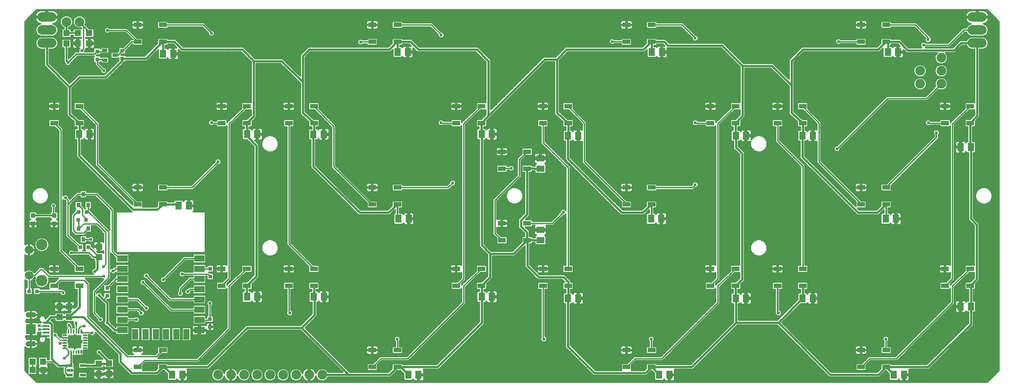
<source format=gtl>
G75*
%MOIN*%
%OFA0B0*%
%FSLAX25Y25*%
%IPPOS*%
%LPD*%
%AMOC8*
5,1,8,0,0,1.08239X$1,22.5*
%
%ADD10R,0.05906X0.03543*%
%ADD11R,0.05118X0.06299*%
%ADD12R,0.06299X0.05118*%
%ADD13R,0.05118X0.04724*%
%ADD14R,0.04724X0.02165*%
%ADD15R,0.07874X0.04724*%
%ADD16R,0.04724X0.07874*%
%ADD17R,0.03150X0.03150*%
%ADD18R,0.03543X0.03543*%
%ADD19C,0.00551*%
%ADD20R,0.09843X0.09843*%
%ADD21R,0.05709X0.01575*%
%ADD22R,0.07480X0.07480*%
%ADD23C,0.04000*%
%ADD24R,0.03150X0.03543*%
%ADD25C,0.07400*%
%ADD26R,0.04724X0.04724*%
%ADD27R,0.04724X0.05118*%
%ADD28C,0.08661*%
%ADD29C,0.06693*%
%ADD30C,0.07400*%
%ADD31R,0.04000X0.02500*%
%ADD32C,0.02375*%
%ADD33C,0.01200*%
%ADD34C,0.01000*%
%ADD35C,0.03543*%
%ADD36C,0.01600*%
%ADD37C,0.00800*%
D10*
X0156956Y0035104D03*
X0156956Y0048096D03*
X0176248Y0048096D03*
X0176248Y0035104D03*
X0221356Y0097604D03*
X0221356Y0110596D03*
X0240648Y0110596D03*
X0240648Y0097604D03*
X0272856Y0097604D03*
X0292148Y0097604D03*
X0292148Y0110596D03*
X0272856Y0110596D03*
X0336956Y0160104D03*
X0336956Y0173096D03*
X0356248Y0173096D03*
X0356248Y0160104D03*
X0436356Y0145596D03*
X0436356Y0132604D03*
X0455648Y0132604D03*
X0455648Y0145596D03*
X0467856Y0110596D03*
X0487148Y0110596D03*
X0487148Y0097604D03*
X0467856Y0097604D03*
X0420648Y0097604D03*
X0401356Y0097604D03*
X0401356Y0110596D03*
X0420648Y0110596D03*
X0356248Y0048096D03*
X0356248Y0035104D03*
X0336956Y0035104D03*
X0336956Y0048096D03*
X0531956Y0048096D03*
X0551248Y0048096D03*
X0551248Y0035104D03*
X0531956Y0035104D03*
X0596356Y0097604D03*
X0615648Y0097604D03*
X0615648Y0110596D03*
X0596356Y0110596D03*
X0647856Y0110596D03*
X0667148Y0110596D03*
X0667148Y0097604D03*
X0647856Y0097604D03*
X0711956Y0048096D03*
X0731248Y0048096D03*
X0731248Y0035104D03*
X0711956Y0035104D03*
X0776356Y0097604D03*
X0776356Y0110596D03*
X0795648Y0110596D03*
X0795648Y0097604D03*
X0731248Y0160104D03*
X0711956Y0160104D03*
X0711956Y0173096D03*
X0731248Y0173096D03*
X0776356Y0222604D03*
X0776356Y0235596D03*
X0795648Y0235596D03*
X0795648Y0222604D03*
X0731248Y0285104D03*
X0711956Y0285104D03*
X0711956Y0298096D03*
X0731248Y0298096D03*
X0667148Y0235596D03*
X0647856Y0235596D03*
X0647856Y0222604D03*
X0667148Y0222604D03*
X0615648Y0222604D03*
X0596356Y0222604D03*
X0596356Y0235596D03*
X0615648Y0235596D03*
X0551248Y0285104D03*
X0531956Y0285104D03*
X0531956Y0298096D03*
X0551248Y0298096D03*
X0487148Y0235596D03*
X0467856Y0235596D03*
X0467856Y0222604D03*
X0487148Y0222604D03*
X0455648Y0200596D03*
X0455648Y0187604D03*
X0436356Y0187604D03*
X0436356Y0200596D03*
X0420648Y0222604D03*
X0401356Y0222604D03*
X0401356Y0235596D03*
X0420648Y0235596D03*
X0356248Y0285104D03*
X0356248Y0298096D03*
X0336956Y0298096D03*
X0336956Y0285104D03*
X0292148Y0235596D03*
X0272856Y0235596D03*
X0272856Y0222604D03*
X0292148Y0222604D03*
X0240648Y0222604D03*
X0240648Y0235596D03*
X0221356Y0235596D03*
X0221356Y0222604D03*
X0176248Y0173096D03*
X0176248Y0160104D03*
X0156956Y0160104D03*
X0156956Y0173096D03*
X0112148Y0222604D03*
X0092856Y0222604D03*
X0092856Y0235596D03*
X0112148Y0235596D03*
X0156956Y0285104D03*
X0156956Y0298096D03*
X0176248Y0298096D03*
X0176248Y0285104D03*
X0112148Y0110596D03*
X0092856Y0110596D03*
X0092856Y0097604D03*
X0112148Y0097604D03*
X0531956Y0160104D03*
X0551248Y0160104D03*
X0551248Y0173096D03*
X0531956Y0173096D03*
D11*
X0550815Y0149100D03*
X0558689Y0149100D03*
X0615815Y0087850D03*
X0623689Y0087850D03*
X0667065Y0087850D03*
X0674939Y0087850D03*
X0730815Y0149100D03*
X0738689Y0149100D03*
X0788315Y0204100D03*
X0796189Y0204100D03*
X0674939Y0212850D03*
X0667065Y0212850D03*
X0623689Y0212850D03*
X0615815Y0212850D03*
X0559139Y0277250D03*
X0551265Y0277250D03*
X0494939Y0212850D03*
X0487065Y0212850D03*
X0428689Y0214100D03*
X0420815Y0214100D03*
X0364139Y0277250D03*
X0356265Y0277250D03*
X0299639Y0214000D03*
X0291765Y0214000D03*
X0248689Y0214100D03*
X0240815Y0214100D03*
X0196189Y0159100D03*
X0188315Y0159100D03*
X0119939Y0214100D03*
X0112065Y0214100D03*
X0176265Y0276000D03*
X0184139Y0276000D03*
X0357065Y0149100D03*
X0364939Y0149100D03*
X0420815Y0089100D03*
X0428689Y0089100D03*
X0487065Y0087850D03*
X0494939Y0087850D03*
X0557065Y0029100D03*
X0564939Y0029100D03*
X0737065Y0029100D03*
X0744939Y0029100D03*
X0788315Y0081600D03*
X0796189Y0081600D03*
X0740389Y0277250D03*
X0732515Y0277250D03*
X0299939Y0089100D03*
X0292065Y0089100D03*
X0248689Y0089100D03*
X0240815Y0089100D03*
X0191189Y0029100D03*
X0183315Y0029100D03*
X0364565Y0029100D03*
X0372439Y0029100D03*
D12*
X0466002Y0132663D03*
X0466002Y0140537D03*
X0466002Y0187663D03*
X0466002Y0195537D03*
D13*
X0134835Y0037999D03*
X0127061Y0037664D03*
X0127061Y0029664D03*
X0134835Y0029999D03*
X0104444Y0073500D03*
X0097002Y0073500D03*
X0097002Y0081500D03*
X0104444Y0081500D03*
X0127202Y0119750D03*
X0127202Y0127750D03*
X0119752Y0283850D03*
X0111002Y0283850D03*
X0102252Y0283850D03*
X0102252Y0291850D03*
X0111002Y0291850D03*
X0119752Y0291850D03*
D14*
X0114870Y0036340D03*
X0114870Y0028860D03*
X0104633Y0028860D03*
X0104633Y0032600D03*
X0104633Y0036340D03*
D15*
X0145224Y0063448D03*
X0145224Y0071322D03*
X0145224Y0079196D03*
X0145224Y0087070D03*
X0145224Y0094944D03*
X0145224Y0102819D03*
X0145224Y0110693D03*
X0145224Y0118567D03*
X0204280Y0118567D03*
X0204280Y0110693D03*
X0204280Y0102819D03*
X0204280Y0094944D03*
X0204280Y0087070D03*
X0204280Y0079196D03*
X0204280Y0071322D03*
X0204280Y0063448D03*
D16*
X0194437Y0060417D03*
X0186563Y0060417D03*
X0178689Y0060417D03*
X0170815Y0060417D03*
X0162941Y0060417D03*
X0155067Y0060417D03*
D17*
X0133502Y0089850D03*
X0133502Y0095850D03*
X0118902Y0127350D03*
X0112902Y0127350D03*
X0111452Y0148400D03*
X0111502Y0154100D03*
X0117502Y0154100D03*
X0117452Y0148400D03*
X0212602Y0110650D03*
X0212602Y0104650D03*
X0212352Y0071950D03*
X0212352Y0065950D03*
X0079552Y0093400D03*
X0073552Y0093400D03*
X0125852Y0271750D03*
X0125852Y0277750D03*
X0145102Y0278300D03*
X0145102Y0272300D03*
D18*
X0092823Y0151500D03*
X0092823Y0145200D03*
X0076681Y0145200D03*
X0076681Y0151500D03*
D19*
X0103555Y0063774D02*
X0103555Y0061174D01*
X0103555Y0063774D02*
X0104107Y0063774D01*
X0104107Y0061174D01*
X0103555Y0061174D01*
X0103555Y0061697D02*
X0104107Y0061697D01*
X0104107Y0062220D02*
X0103555Y0062220D01*
X0103555Y0062743D02*
X0104107Y0062743D01*
X0104107Y0063266D02*
X0103555Y0063266D01*
X0105523Y0063774D02*
X0105523Y0061174D01*
X0105523Y0063774D02*
X0106075Y0063774D01*
X0106075Y0061174D01*
X0105523Y0061174D01*
X0105523Y0061697D02*
X0106075Y0061697D01*
X0106075Y0062220D02*
X0105523Y0062220D01*
X0105523Y0062743D02*
X0106075Y0062743D01*
X0106075Y0063266D02*
X0105523Y0063266D01*
X0107492Y0063774D02*
X0107492Y0061174D01*
X0107492Y0063774D02*
X0108044Y0063774D01*
X0108044Y0061174D01*
X0107492Y0061174D01*
X0107492Y0061697D02*
X0108044Y0061697D01*
X0108044Y0062220D02*
X0107492Y0062220D01*
X0107492Y0062743D02*
X0108044Y0062743D01*
X0108044Y0063266D02*
X0107492Y0063266D01*
X0109460Y0063774D02*
X0109460Y0061174D01*
X0109460Y0063774D02*
X0110012Y0063774D01*
X0110012Y0061174D01*
X0109460Y0061174D01*
X0109460Y0061697D02*
X0110012Y0061697D01*
X0110012Y0062220D02*
X0109460Y0062220D01*
X0109460Y0062743D02*
X0110012Y0062743D01*
X0110012Y0063266D02*
X0109460Y0063266D01*
X0111429Y0063774D02*
X0111429Y0061174D01*
X0111429Y0063774D02*
X0111981Y0063774D01*
X0111981Y0061174D01*
X0111429Y0061174D01*
X0111429Y0061697D02*
X0111981Y0061697D01*
X0111981Y0062220D02*
X0111429Y0062220D01*
X0111429Y0062743D02*
X0111981Y0062743D01*
X0111981Y0063266D02*
X0111429Y0063266D01*
X0113397Y0063774D02*
X0113397Y0061174D01*
X0113397Y0063774D02*
X0113949Y0063774D01*
X0113949Y0061174D01*
X0113397Y0061174D01*
X0113397Y0061697D02*
X0113949Y0061697D01*
X0113949Y0062220D02*
X0113397Y0062220D01*
X0113397Y0062743D02*
X0113949Y0062743D01*
X0113949Y0063266D02*
X0113397Y0063266D01*
X0115326Y0059245D02*
X0117926Y0059245D01*
X0115326Y0059245D02*
X0115326Y0059797D01*
X0117926Y0059797D01*
X0117926Y0059245D01*
X0117926Y0059768D02*
X0115326Y0059768D01*
X0115326Y0057277D02*
X0117926Y0057277D01*
X0115326Y0057277D02*
X0115326Y0057829D01*
X0117926Y0057829D01*
X0117926Y0057277D01*
X0117926Y0057800D02*
X0115326Y0057800D01*
X0115326Y0055308D02*
X0117926Y0055308D01*
X0115326Y0055308D02*
X0115326Y0055860D01*
X0117926Y0055860D01*
X0117926Y0055308D01*
X0117926Y0055831D02*
X0115326Y0055831D01*
X0115326Y0053340D02*
X0117926Y0053340D01*
X0115326Y0053340D02*
X0115326Y0053892D01*
X0117926Y0053892D01*
X0117926Y0053340D01*
X0117926Y0053863D02*
X0115326Y0053863D01*
X0115326Y0051371D02*
X0117926Y0051371D01*
X0115326Y0051371D02*
X0115326Y0051923D01*
X0117926Y0051923D01*
X0117926Y0051371D01*
X0117926Y0051894D02*
X0115326Y0051894D01*
X0115326Y0049403D02*
X0117926Y0049403D01*
X0115326Y0049403D02*
X0115326Y0049955D01*
X0117926Y0049955D01*
X0117926Y0049403D01*
X0117926Y0049926D02*
X0115326Y0049926D01*
X0113949Y0048026D02*
X0113949Y0045426D01*
X0113397Y0045426D01*
X0113397Y0048026D01*
X0113949Y0048026D01*
X0113949Y0045949D02*
X0113397Y0045949D01*
X0113397Y0046472D02*
X0113949Y0046472D01*
X0113949Y0046995D02*
X0113397Y0046995D01*
X0113397Y0047518D02*
X0113949Y0047518D01*
X0111981Y0048026D02*
X0111981Y0045426D01*
X0111429Y0045426D01*
X0111429Y0048026D01*
X0111981Y0048026D01*
X0111981Y0045949D02*
X0111429Y0045949D01*
X0111429Y0046472D02*
X0111981Y0046472D01*
X0111981Y0046995D02*
X0111429Y0046995D01*
X0111429Y0047518D02*
X0111981Y0047518D01*
X0110012Y0048026D02*
X0110012Y0045426D01*
X0109460Y0045426D01*
X0109460Y0048026D01*
X0110012Y0048026D01*
X0110012Y0045949D02*
X0109460Y0045949D01*
X0109460Y0046472D02*
X0110012Y0046472D01*
X0110012Y0046995D02*
X0109460Y0046995D01*
X0109460Y0047518D02*
X0110012Y0047518D01*
X0108044Y0048026D02*
X0108044Y0045426D01*
X0107492Y0045426D01*
X0107492Y0048026D01*
X0108044Y0048026D01*
X0108044Y0045949D02*
X0107492Y0045949D01*
X0107492Y0046472D02*
X0108044Y0046472D01*
X0108044Y0046995D02*
X0107492Y0046995D01*
X0107492Y0047518D02*
X0108044Y0047518D01*
X0106075Y0048026D02*
X0106075Y0045426D01*
X0105523Y0045426D01*
X0105523Y0048026D01*
X0106075Y0048026D01*
X0106075Y0045949D02*
X0105523Y0045949D01*
X0105523Y0046472D02*
X0106075Y0046472D01*
X0106075Y0046995D02*
X0105523Y0046995D01*
X0105523Y0047518D02*
X0106075Y0047518D01*
X0104107Y0048026D02*
X0104107Y0045426D01*
X0103555Y0045426D01*
X0103555Y0048026D01*
X0104107Y0048026D01*
X0104107Y0045949D02*
X0103555Y0045949D01*
X0103555Y0046472D02*
X0104107Y0046472D01*
X0104107Y0046995D02*
X0103555Y0046995D01*
X0103555Y0047518D02*
X0104107Y0047518D01*
X0102178Y0049955D02*
X0099578Y0049955D01*
X0102178Y0049955D02*
X0102178Y0049403D01*
X0099578Y0049403D01*
X0099578Y0049955D01*
X0099578Y0049926D02*
X0102178Y0049926D01*
X0102178Y0051923D02*
X0099578Y0051923D01*
X0102178Y0051923D02*
X0102178Y0051371D01*
X0099578Y0051371D01*
X0099578Y0051923D01*
X0099578Y0051894D02*
X0102178Y0051894D01*
X0102178Y0053892D02*
X0099578Y0053892D01*
X0102178Y0053892D02*
X0102178Y0053340D01*
X0099578Y0053340D01*
X0099578Y0053892D01*
X0099578Y0053863D02*
X0102178Y0053863D01*
X0102178Y0055860D02*
X0099578Y0055860D01*
X0102178Y0055860D02*
X0102178Y0055308D01*
X0099578Y0055308D01*
X0099578Y0055860D01*
X0099578Y0055831D02*
X0102178Y0055831D01*
X0102178Y0057829D02*
X0099578Y0057829D01*
X0102178Y0057829D02*
X0102178Y0057277D01*
X0099578Y0057277D01*
X0099578Y0057829D01*
X0099578Y0057800D02*
X0102178Y0057800D01*
X0102178Y0059797D02*
X0099578Y0059797D01*
X0102178Y0059797D02*
X0102178Y0059245D01*
X0099578Y0059245D01*
X0099578Y0059797D01*
X0099578Y0059768D02*
X0102178Y0059768D01*
D20*
X0108752Y0054600D03*
D21*
X0086519Y0058982D03*
X0086519Y0061541D03*
X0086519Y0064100D03*
X0086519Y0066659D03*
X0086519Y0069218D03*
D22*
X0075102Y0064100D03*
D23*
X0073102Y0075222D02*
X0077102Y0075222D01*
X0077102Y0052978D02*
X0073102Y0052978D01*
D24*
X0115252Y0133269D03*
X0118992Y0141537D03*
X0111512Y0141537D03*
X0111512Y0159663D03*
X0118992Y0159663D03*
X0115252Y0167931D03*
D25*
X0112252Y0300350D03*
X0102252Y0300350D03*
X0218502Y0029100D03*
X0228502Y0029100D03*
X0238502Y0029100D03*
X0248502Y0029100D03*
X0258502Y0029100D03*
X0268502Y0029100D03*
X0278502Y0029100D03*
X0288502Y0029100D03*
X0298502Y0029100D03*
X0757252Y0252850D03*
X0757252Y0262850D03*
X0773502Y0262850D03*
X0773502Y0252850D03*
X0773502Y0272850D03*
D26*
X0084486Y0032900D03*
X0076218Y0032900D03*
D27*
X0076302Y0039300D03*
X0084302Y0039300D03*
D28*
X0083344Y0101570D03*
X0083344Y0129130D03*
D29*
X0073502Y0125193D03*
X0073502Y0105507D03*
D30*
X0083552Y0284100D02*
X0090952Y0284100D01*
X0090952Y0294100D02*
X0083552Y0294100D01*
X0083552Y0304100D02*
X0090952Y0304100D01*
X0797302Y0304100D02*
X0804702Y0304100D01*
X0804702Y0294100D02*
X0797302Y0294100D01*
X0797302Y0284100D02*
X0804702Y0284100D01*
D31*
X0139539Y0274800D03*
X0131665Y0271060D03*
X0131665Y0278540D03*
D32*
X0117252Y0269100D03*
X0113952Y0278250D03*
X0103502Y0269100D03*
X0131002Y0262850D03*
X0128502Y0250350D03*
X0133702Y0294050D03*
X0202252Y0255350D03*
X0263502Y0259100D03*
X0261002Y0295350D03*
X0213502Y0291600D03*
X0327852Y0285000D03*
X0389752Y0290350D03*
X0451002Y0296600D03*
X0463502Y0256600D03*
X0521002Y0285350D03*
X0584752Y0287850D03*
X0603502Y0297850D03*
X0641002Y0256600D03*
X0694752Y0285350D03*
X0760002Y0282531D03*
X0763452Y0286800D03*
X0739752Y0227850D03*
X0763502Y0222850D03*
X0769752Y0215350D03*
X0791002Y0186600D03*
X0792252Y0139100D03*
X0746002Y0105350D03*
X0699752Y0105350D03*
X0648502Y0076600D03*
X0591002Y0056600D03*
X0551002Y0056600D03*
X0559752Y0104100D03*
X0522252Y0104100D03*
X0468502Y0056600D03*
X0453502Y0040350D03*
X0397252Y0056600D03*
X0356002Y0056600D03*
X0273502Y0076600D03*
X0258502Y0077850D03*
X0234752Y0077850D03*
X0218502Y0089100D03*
X0212252Y0084100D03*
X0195302Y0093100D03*
X0189752Y0091600D03*
X0176702Y0102300D03*
X0163502Y0105350D03*
X0161002Y0100350D03*
X0138052Y0108950D03*
X0130477Y0112225D03*
X0124052Y0108700D03*
X0130852Y0104867D03*
X0114752Y0116600D03*
X0106002Y0122850D03*
X0092252Y0120350D03*
X0079752Y0114100D03*
X0099702Y0092200D03*
X0088502Y0086600D03*
X0109702Y0068950D03*
X0104349Y0067386D03*
X0099752Y0064100D03*
X0093552Y0059650D03*
X0097402Y0053400D03*
X0100502Y0041850D03*
X0123502Y0052850D03*
X0127252Y0046600D03*
X0122073Y0061421D03*
X0116002Y0066600D03*
X0128440Y0071500D03*
X0133502Y0069100D03*
X0156002Y0071600D03*
X0159752Y0076600D03*
X0163502Y0080350D03*
X0127252Y0090350D03*
X0081402Y0067000D03*
X0081551Y0063843D03*
X0080952Y0058800D03*
X0081002Y0045350D03*
X0142752Y0025550D03*
X0186002Y0050350D03*
X0208502Y0040350D03*
X0191002Y0106600D03*
X0125752Y0139900D03*
X0121002Y0133150D03*
X0126002Y0157850D03*
X0101483Y0165350D03*
X0092252Y0159100D03*
X0213502Y0222850D03*
X0218502Y0192850D03*
X0221002Y0170350D03*
X0236002Y0159100D03*
X0261002Y0141600D03*
X0333502Y0106600D03*
X0372252Y0105350D03*
X0444752Y0155350D03*
X0412252Y0164100D03*
X0398502Y0176600D03*
X0443502Y0187850D03*
X0389752Y0222850D03*
X0372252Y0222850D03*
X0317252Y0222850D03*
X0483502Y0154100D03*
X0584752Y0175350D03*
X0612252Y0162850D03*
X0648502Y0175350D03*
X0693502Y0202850D03*
X0699752Y0227850D03*
X0584752Y0222850D03*
X0569752Y0225350D03*
X0524752Y0225350D03*
X0731002Y0056600D03*
X0772252Y0057850D03*
X0793502Y0037850D03*
X0633502Y0032850D03*
D33*
X0072656Y0030416D02*
X0070602Y0032470D01*
X0070602Y0050387D01*
X0070807Y0050182D01*
X0071397Y0049788D01*
X0072052Y0049516D01*
X0072747Y0049378D01*
X0075102Y0049378D01*
X0077457Y0049378D01*
X0078152Y0049516D01*
X0078807Y0049788D01*
X0079397Y0050182D01*
X0079898Y0050683D01*
X0080292Y0051273D01*
X0080564Y0051928D01*
X0080702Y0052623D01*
X0080702Y0052978D01*
X0080702Y0053333D01*
X0080564Y0054028D01*
X0080292Y0054683D01*
X0079898Y0055273D01*
X0079397Y0055774D01*
X0078807Y0056168D01*
X0078152Y0056440D01*
X0077457Y0056578D01*
X0075102Y0056578D01*
X0075102Y0052978D01*
X0075102Y0052978D01*
X0080702Y0052978D01*
X0075102Y0052978D01*
X0075102Y0052978D01*
X0075102Y0056578D01*
X0072747Y0056578D01*
X0072052Y0056440D01*
X0071807Y0056338D01*
X0071528Y0057453D01*
X0071202Y0057649D01*
X0071202Y0058760D01*
X0074502Y0058760D01*
X0074502Y0063500D01*
X0075702Y0063500D01*
X0075702Y0058760D01*
X0079053Y0058760D01*
X0079460Y0058869D01*
X0079825Y0059080D01*
X0080122Y0059377D01*
X0080333Y0059742D01*
X0080442Y0060149D01*
X0080442Y0061576D01*
X0080563Y0061455D01*
X0082465Y0061455D01*
X0082465Y0060832D01*
X0082385Y0060752D01*
X0082174Y0060387D01*
X0082065Y0059980D01*
X0082065Y0058982D01*
X0086519Y0058982D01*
X0086519Y0058982D01*
X0082065Y0058982D01*
X0082065Y0058180D01*
X0081574Y0057689D01*
X0081181Y0056740D01*
X0081181Y0055712D01*
X0081574Y0054763D01*
X0082300Y0054036D01*
X0083250Y0053643D01*
X0084277Y0053643D01*
X0085226Y0054036D01*
X0085953Y0054763D01*
X0086346Y0055712D01*
X0086346Y0056594D01*
X0086519Y0056594D01*
X0086519Y0058982D01*
X0086519Y0058982D01*
X0086519Y0056594D01*
X0088877Y0056594D01*
X0088877Y0041000D01*
X0087864Y0041000D01*
X0087864Y0042356D01*
X0087161Y0043059D01*
X0081443Y0043059D01*
X0080740Y0042356D01*
X0080740Y0036244D01*
X0080805Y0036179D01*
X0080633Y0035880D01*
X0080524Y0035473D01*
X0080524Y0033481D01*
X0083905Y0033481D01*
X0083905Y0032319D01*
X0085067Y0032319D01*
X0085067Y0033481D01*
X0088448Y0033481D01*
X0088448Y0035473D01*
X0088339Y0035880D01*
X0088128Y0036245D01*
X0087864Y0036509D01*
X0087864Y0037600D01*
X0091924Y0037600D01*
X0094156Y0035368D01*
X0095327Y0034196D01*
X0099471Y0034196D01*
X0099471Y0030358D01*
X0101071Y0028758D01*
X0101071Y0027280D01*
X0101774Y0026577D01*
X0107493Y0026577D01*
X0108196Y0027280D01*
X0108196Y0030440D01*
X0108188Y0030447D01*
X0108276Y0030535D01*
X0108487Y0030900D01*
X0108596Y0031307D01*
X0108596Y0032600D01*
X0108596Y0033893D01*
X0108487Y0034300D01*
X0108276Y0034665D01*
X0108188Y0034753D01*
X0108196Y0034760D01*
X0108196Y0037920D01*
X0107599Y0038516D01*
X0107599Y0043951D01*
X0108655Y0043951D01*
X0108752Y0044049D01*
X0108849Y0043951D01*
X0110623Y0043951D01*
X0110720Y0044049D01*
X0110818Y0043951D01*
X0112592Y0043951D01*
X0112689Y0044049D01*
X0112786Y0043951D01*
X0114560Y0043951D01*
X0115424Y0044816D01*
X0115424Y0047928D01*
X0118536Y0047928D01*
X0119401Y0048792D01*
X0119401Y0050566D01*
X0119303Y0050663D01*
X0119401Y0050760D01*
X0119401Y0052534D01*
X0119303Y0052631D01*
X0119401Y0052729D01*
X0119401Y0054503D01*
X0119303Y0054600D01*
X0119401Y0054697D01*
X0119401Y0056471D01*
X0119303Y0056568D01*
X0119401Y0056666D01*
X0119401Y0058440D01*
X0119303Y0058537D01*
X0119401Y0058634D01*
X0119401Y0059900D01*
X0120219Y0059900D01*
X0121084Y0059034D01*
X0123062Y0059034D01*
X0124461Y0060433D01*
X0124461Y0061553D01*
X0141502Y0044512D01*
X0141502Y0038572D01*
X0150252Y0029822D01*
X0150252Y0029822D01*
X0151424Y0028650D01*
X0171453Y0028650D01*
X0172248Y0028623D01*
X0172276Y0028650D01*
X0172315Y0028650D01*
X0172877Y0029212D01*
X0175999Y0032132D01*
X0177454Y0032132D01*
X0179556Y0030031D01*
X0179556Y0025453D01*
X0180259Y0024750D01*
X0186371Y0024750D01*
X0187074Y0025453D01*
X0187074Y0025575D01*
X0187139Y0025333D01*
X0187350Y0024968D01*
X0187647Y0024670D01*
X0188012Y0024459D01*
X0188419Y0024350D01*
X0190589Y0024350D01*
X0190589Y0028500D01*
X0191789Y0028500D01*
X0191789Y0029700D01*
X0195348Y0029700D01*
X0195348Y0032460D01*
X0195239Y0032867D01*
X0195102Y0033104D01*
X0211584Y0033104D01*
X0241830Y0063350D01*
X0281926Y0063350D01*
X0314176Y0031100D01*
X0302977Y0031100D01*
X0302656Y0031876D01*
X0301278Y0033254D01*
X0299477Y0034000D01*
X0297527Y0034000D01*
X0295726Y0033254D01*
X0294348Y0031876D01*
X0293683Y0030270D01*
X0293671Y0030341D01*
X0293414Y0031134D01*
X0293035Y0031878D01*
X0292545Y0032553D01*
X0291955Y0033143D01*
X0291280Y0033633D01*
X0290536Y0034012D01*
X0289743Y0034269D01*
X0288919Y0034400D01*
X0288902Y0034400D01*
X0288902Y0029500D01*
X0288102Y0029500D01*
X0288102Y0034400D01*
X0288085Y0034400D01*
X0287261Y0034269D01*
X0286467Y0034012D01*
X0285724Y0033633D01*
X0285049Y0033143D01*
X0284459Y0032553D01*
X0283969Y0031878D01*
X0283590Y0031134D01*
X0283332Y0030341D01*
X0283321Y0030270D01*
X0282656Y0031876D01*
X0281278Y0033254D01*
X0279477Y0034000D01*
X0277527Y0034000D01*
X0275726Y0033254D01*
X0274348Y0031876D01*
X0273602Y0030075D01*
X0273602Y0028125D01*
X0274348Y0026324D01*
X0275726Y0024946D01*
X0277527Y0024200D01*
X0279477Y0024200D01*
X0281278Y0024946D01*
X0282656Y0026324D01*
X0283321Y0027930D01*
X0283332Y0027859D01*
X0283590Y0027066D01*
X0283969Y0026322D01*
X0284459Y0025647D01*
X0285049Y0025057D01*
X0285724Y0024567D01*
X0286467Y0024188D01*
X0287261Y0023930D01*
X0288085Y0023800D01*
X0288102Y0023800D01*
X0288102Y0028700D01*
X0288902Y0028700D01*
X0288902Y0023800D01*
X0288919Y0023800D01*
X0289743Y0023930D01*
X0290536Y0024188D01*
X0291280Y0024567D01*
X0291955Y0025057D01*
X0292545Y0025647D01*
X0293035Y0026322D01*
X0293414Y0027066D01*
X0293671Y0027859D01*
X0293683Y0027930D01*
X0294348Y0026324D01*
X0295726Y0024946D01*
X0297527Y0024200D01*
X0299477Y0024200D01*
X0301278Y0024946D01*
X0302656Y0026324D01*
X0302977Y0027100D01*
X0351072Y0027100D01*
X0352244Y0028272D01*
X0356104Y0032132D01*
X0358704Y0032132D01*
X0360806Y0030031D01*
X0360806Y0025453D01*
X0361509Y0024750D01*
X0367621Y0024750D01*
X0368324Y0025453D01*
X0368324Y0025575D01*
X0368389Y0025333D01*
X0368600Y0024968D01*
X0368897Y0024670D01*
X0369262Y0024459D01*
X0369669Y0024350D01*
X0371839Y0024350D01*
X0371839Y0028500D01*
X0373039Y0028500D01*
X0373039Y0029700D01*
X0376598Y0029700D01*
X0376598Y0032460D01*
X0376489Y0032867D01*
X0376352Y0033104D01*
X0387834Y0033104D01*
X0389006Y0034276D01*
X0423002Y0068272D01*
X0423002Y0084750D01*
X0423871Y0084750D01*
X0424574Y0085453D01*
X0424574Y0085575D01*
X0424639Y0085333D01*
X0424850Y0084968D01*
X0425147Y0084670D01*
X0425512Y0084459D01*
X0425919Y0084350D01*
X0428089Y0084350D01*
X0428089Y0088500D01*
X0429289Y0088500D01*
X0429289Y0089700D01*
X0432848Y0089700D01*
X0432848Y0092460D01*
X0432739Y0092867D01*
X0432528Y0093232D01*
X0432230Y0093530D01*
X0431866Y0093741D01*
X0431459Y0093850D01*
X0429289Y0093850D01*
X0429289Y0089700D01*
X0428089Y0089700D01*
X0428089Y0093850D01*
X0425919Y0093850D01*
X0425512Y0093741D01*
X0425147Y0093530D01*
X0424850Y0093232D01*
X0424639Y0092867D01*
X0424574Y0092625D01*
X0424574Y0092747D01*
X0423871Y0093450D01*
X0422815Y0093450D01*
X0422815Y0094632D01*
X0424097Y0094632D01*
X0424800Y0095335D01*
X0424800Y0098928D01*
X0428080Y0102208D01*
X0429252Y0103380D01*
X0429252Y0120400D01*
X0446272Y0120400D01*
X0447444Y0121572D01*
X0453904Y0128031D01*
X0453904Y0112120D01*
X0462752Y0103272D01*
X0463924Y0102100D01*
X0482674Y0102100D01*
X0484198Y0100576D01*
X0483698Y0100576D01*
X0482995Y0099873D01*
X0482995Y0095335D01*
X0483698Y0094632D01*
X0485148Y0094632D01*
X0485148Y0092200D01*
X0484009Y0092200D01*
X0483306Y0091497D01*
X0483306Y0084203D01*
X0484009Y0083500D01*
X0485065Y0083500D01*
X0485065Y0050211D01*
X0486237Y0049039D01*
X0505454Y0029822D01*
X0506626Y0028650D01*
X0546453Y0028650D01*
X0547248Y0028623D01*
X0547276Y0028650D01*
X0547315Y0028650D01*
X0547877Y0029212D01*
X0550999Y0032132D01*
X0551391Y0032132D01*
X0553306Y0030217D01*
X0553306Y0025453D01*
X0554009Y0024750D01*
X0560121Y0024750D01*
X0560824Y0025453D01*
X0560824Y0025575D01*
X0560889Y0025333D01*
X0561100Y0024968D01*
X0561397Y0024670D01*
X0561762Y0024459D01*
X0562169Y0024350D01*
X0564339Y0024350D01*
X0564339Y0028500D01*
X0565539Y0028500D01*
X0565539Y0029700D01*
X0569098Y0029700D01*
X0569098Y0032460D01*
X0568989Y0032867D01*
X0568852Y0033104D01*
X0582834Y0033104D01*
X0616830Y0067100D01*
X0647674Y0067100D01*
X0686202Y0028572D01*
X0686202Y0028572D01*
X0687374Y0027400D01*
X0725117Y0027400D01*
X0725911Y0027373D01*
X0725940Y0027400D01*
X0725978Y0027400D01*
X0726540Y0027962D01*
X0730999Y0032132D01*
X0731204Y0032132D01*
X0731424Y0031913D01*
X0733306Y0030031D01*
X0733306Y0025453D01*
X0734009Y0024750D01*
X0740121Y0024750D01*
X0740824Y0025453D01*
X0740824Y0025575D01*
X0740889Y0025333D01*
X0741100Y0024968D01*
X0741397Y0024670D01*
X0741762Y0024459D01*
X0742169Y0024350D01*
X0744339Y0024350D01*
X0744339Y0028500D01*
X0745539Y0028500D01*
X0745539Y0029700D01*
X0749098Y0029700D01*
X0749098Y0032460D01*
X0748989Y0032867D01*
X0748852Y0033104D01*
X0764084Y0033104D01*
X0798189Y0067209D01*
X0798189Y0077250D01*
X0799245Y0077250D01*
X0799948Y0077953D01*
X0799948Y0085247D01*
X0799245Y0085950D01*
X0798189Y0085950D01*
X0798189Y0094632D01*
X0799097Y0094632D01*
X0799800Y0095335D01*
X0799800Y0098928D01*
X0801380Y0100508D01*
X0802552Y0101680D01*
X0802552Y0145565D01*
X0801380Y0146737D01*
X0798189Y0149928D01*
X0798189Y0199750D01*
X0799245Y0199750D01*
X0799948Y0200453D01*
X0799948Y0207747D01*
X0799245Y0208450D01*
X0797648Y0208450D01*
X0797648Y0219632D01*
X0799097Y0219632D01*
X0799800Y0220335D01*
X0799800Y0224128D01*
X0802441Y0226963D01*
X0803002Y0227524D01*
X0803002Y0227565D01*
X0803030Y0227595D01*
X0803002Y0228387D01*
X0803002Y0279200D01*
X0805677Y0279200D01*
X0807478Y0279946D01*
X0808856Y0281324D01*
X0809602Y0283125D01*
X0809602Y0285075D01*
X0808856Y0286876D01*
X0807478Y0288254D01*
X0805677Y0289000D01*
X0796327Y0289000D01*
X0794526Y0288254D01*
X0793148Y0286876D01*
X0792827Y0286100D01*
X0787674Y0286100D01*
X0786502Y0284928D01*
X0782324Y0280750D01*
X0761597Y0280750D01*
X0761678Y0280831D01*
X0780060Y0280831D01*
X0781056Y0281827D01*
X0791629Y0292400D01*
X0792702Y0292400D01*
X0793148Y0291324D01*
X0794526Y0289946D01*
X0796327Y0289200D01*
X0805677Y0289200D01*
X0807478Y0289946D01*
X0808856Y0291324D01*
X0809602Y0293125D01*
X0809602Y0295075D01*
X0808856Y0296876D01*
X0807478Y0298254D01*
X0805872Y0298919D01*
X0805943Y0298930D01*
X0806736Y0299188D01*
X0807480Y0299567D01*
X0808155Y0300057D01*
X0808745Y0300647D01*
X0809235Y0301322D01*
X0809614Y0302066D01*
X0809871Y0302859D01*
X0809989Y0303600D01*
X0801502Y0303600D01*
X0801502Y0304600D01*
X0809989Y0304600D01*
X0809871Y0305341D01*
X0809614Y0306134D01*
X0809235Y0306878D01*
X0808745Y0307553D01*
X0808155Y0308143D01*
X0807480Y0308633D01*
X0806736Y0309012D01*
X0805943Y0309269D01*
X0805119Y0309400D01*
X0801502Y0309400D01*
X0801502Y0304600D01*
X0800502Y0304600D01*
X0800502Y0309400D01*
X0796885Y0309400D01*
X0796061Y0309269D01*
X0795267Y0309012D01*
X0794524Y0308633D01*
X0793849Y0308143D01*
X0793259Y0307553D01*
X0792769Y0306878D01*
X0792390Y0306134D01*
X0792132Y0305341D01*
X0792015Y0304600D01*
X0800502Y0304600D01*
X0800502Y0303600D01*
X0792015Y0303600D01*
X0792132Y0302859D01*
X0792390Y0302066D01*
X0792769Y0301322D01*
X0793259Y0300647D01*
X0793849Y0300057D01*
X0794524Y0299567D01*
X0795267Y0299188D01*
X0796061Y0298930D01*
X0796132Y0298919D01*
X0794526Y0298254D01*
X0793148Y0296876D01*
X0792702Y0295800D01*
X0790221Y0295800D01*
X0789225Y0294804D01*
X0778652Y0284231D01*
X0761678Y0284231D01*
X0760991Y0284918D01*
X0759013Y0284918D01*
X0757615Y0283520D01*
X0757615Y0281542D01*
X0758407Y0280750D01*
X0748430Y0280750D01*
X0742076Y0287104D01*
X0735400Y0287104D01*
X0735400Y0287373D01*
X0734697Y0288076D01*
X0727798Y0288076D01*
X0727095Y0287373D01*
X0727095Y0284025D01*
X0724170Y0281100D01*
X0666424Y0281100D01*
X0665252Y0279928D01*
X0657674Y0272350D01*
X0656502Y0271178D01*
X0656502Y0256428D01*
X0644330Y0268600D01*
X0621830Y0268600D01*
X0606180Y0284250D01*
X0564593Y0284250D01*
X0561739Y0287104D01*
X0555400Y0287104D01*
X0555400Y0287373D01*
X0554697Y0288076D01*
X0547798Y0288076D01*
X0547095Y0287373D01*
X0547095Y0284025D01*
X0544170Y0281100D01*
X0485174Y0281100D01*
X0477674Y0273600D01*
X0468422Y0273600D01*
X0467250Y0272428D01*
X0428002Y0233180D01*
X0428002Y0271178D01*
X0418080Y0281100D01*
X0373080Y0281100D01*
X0367076Y0287104D01*
X0360400Y0287104D01*
X0360400Y0287373D01*
X0359697Y0288076D01*
X0352798Y0288076D01*
X0352095Y0287373D01*
X0352095Y0284025D01*
X0349170Y0281100D01*
X0287674Y0281100D01*
X0286502Y0279928D01*
X0281502Y0274928D01*
X0281502Y0258928D01*
X0268080Y0272350D01*
X0246830Y0272350D01*
X0238080Y0281100D01*
X0191830Y0281100D01*
X0185826Y0287104D01*
X0180400Y0287104D01*
X0180400Y0287373D01*
X0179697Y0288076D01*
X0172798Y0288076D01*
X0172095Y0287373D01*
X0172095Y0284025D01*
X0162370Y0274300D01*
X0147877Y0274300D01*
X0147877Y0274372D01*
X0147174Y0275075D01*
X0144281Y0275075D01*
X0144731Y0275525D01*
X0147174Y0275525D01*
X0147877Y0276228D01*
X0147877Y0278325D01*
X0152804Y0283251D01*
X0152804Y0282835D01*
X0153506Y0282132D01*
X0160406Y0282132D01*
X0161109Y0282835D01*
X0161109Y0287373D01*
X0160406Y0288076D01*
X0156389Y0288076D01*
X0148714Y0295750D01*
X0135378Y0295750D01*
X0152501Y0295750D01*
X0152513Y0295707D02*
X0152723Y0295342D01*
X0153021Y0295044D01*
X0153386Y0294833D01*
X0153793Y0294724D01*
X0156670Y0294724D01*
X0156670Y0297810D01*
X0152404Y0297810D01*
X0152404Y0296114D01*
X0152513Y0295707D01*
X0152404Y0296949D02*
X0118057Y0296949D01*
X0116859Y0298147D02*
X0156670Y0298147D01*
X0156670Y0298382D02*
X0156670Y0297810D01*
X0157242Y0297810D01*
X0157242Y0294724D01*
X0160120Y0294724D01*
X0160527Y0294833D01*
X0160891Y0295044D01*
X0161189Y0295342D01*
X0161400Y0295707D01*
X0161509Y0296114D01*
X0161509Y0297810D01*
X0157242Y0297810D01*
X0157242Y0298382D01*
X0156670Y0298382D01*
X0152404Y0298382D01*
X0152404Y0300078D01*
X0152513Y0300485D01*
X0152723Y0300850D01*
X0153021Y0301148D01*
X0153386Y0301359D01*
X0153793Y0301468D01*
X0156670Y0301468D01*
X0156670Y0298382D01*
X0157242Y0298382D02*
X0157242Y0301468D01*
X0160120Y0301468D01*
X0160527Y0301359D01*
X0160891Y0301148D01*
X0161189Y0300850D01*
X0161400Y0300485D01*
X0161509Y0300078D01*
X0161509Y0298382D01*
X0157242Y0298382D01*
X0157242Y0298147D02*
X0172095Y0298147D01*
X0172095Y0296949D02*
X0161509Y0296949D01*
X0161412Y0295750D02*
X0172172Y0295750D01*
X0172095Y0295827D02*
X0172798Y0295124D01*
X0179697Y0295124D01*
X0180400Y0295827D01*
X0180400Y0296396D01*
X0206548Y0296396D01*
X0211115Y0291829D01*
X0211115Y0290611D01*
X0212513Y0289213D01*
X0214491Y0289213D01*
X0215889Y0290611D01*
X0215889Y0292589D01*
X0214491Y0293987D01*
X0213765Y0293987D01*
X0207956Y0299796D01*
X0180400Y0299796D01*
X0180400Y0300365D01*
X0179697Y0301068D01*
X0172798Y0301068D01*
X0172095Y0300365D01*
X0172095Y0295827D01*
X0172095Y0299346D02*
X0161509Y0299346D01*
X0161366Y0300544D02*
X0172274Y0300544D01*
X0180221Y0300544D02*
X0332547Y0300544D01*
X0332513Y0300485D02*
X0332404Y0300078D01*
X0332404Y0298382D01*
X0336670Y0298382D01*
X0336670Y0297810D01*
X0332404Y0297810D01*
X0332404Y0296114D01*
X0332513Y0295707D01*
X0332723Y0295342D01*
X0333021Y0295044D01*
X0333386Y0294833D01*
X0333793Y0294724D01*
X0336670Y0294724D01*
X0336670Y0297810D01*
X0337242Y0297810D01*
X0337242Y0294724D01*
X0340120Y0294724D01*
X0340527Y0294833D01*
X0340891Y0295044D01*
X0341189Y0295342D01*
X0341400Y0295707D01*
X0341509Y0296114D01*
X0341509Y0297810D01*
X0337242Y0297810D01*
X0337242Y0298382D01*
X0336670Y0298382D01*
X0336670Y0301468D01*
X0333793Y0301468D01*
X0333386Y0301359D01*
X0333021Y0301148D01*
X0332723Y0300850D01*
X0332513Y0300485D01*
X0332404Y0299346D02*
X0208406Y0299346D01*
X0209605Y0298147D02*
X0336670Y0298147D01*
X0337242Y0298147D02*
X0352095Y0298147D01*
X0352095Y0296949D02*
X0341509Y0296949D01*
X0341412Y0295750D02*
X0352172Y0295750D01*
X0352095Y0295827D02*
X0352798Y0295124D01*
X0359697Y0295124D01*
X0360400Y0295827D01*
X0360400Y0296396D01*
X0381548Y0296396D01*
X0387365Y0290579D01*
X0387365Y0289361D01*
X0388763Y0287963D01*
X0390741Y0287963D01*
X0392139Y0289361D01*
X0392139Y0291339D01*
X0390741Y0292737D01*
X0390015Y0292737D01*
X0382956Y0299796D01*
X0360400Y0299796D01*
X0360400Y0300365D01*
X0359697Y0301068D01*
X0352798Y0301068D01*
X0352095Y0300365D01*
X0352095Y0295827D01*
X0352095Y0299346D02*
X0341509Y0299346D01*
X0341509Y0300078D02*
X0341400Y0300485D01*
X0341189Y0300850D01*
X0340891Y0301148D01*
X0340527Y0301359D01*
X0340120Y0301468D01*
X0337242Y0301468D01*
X0337242Y0298382D01*
X0341509Y0298382D01*
X0341509Y0300078D01*
X0341366Y0300544D02*
X0352274Y0300544D01*
X0360221Y0300544D02*
X0527547Y0300544D01*
X0527513Y0300485D02*
X0527404Y0300078D01*
X0527404Y0298382D01*
X0531670Y0298382D01*
X0531670Y0297810D01*
X0527404Y0297810D01*
X0527404Y0296114D01*
X0527513Y0295707D01*
X0527723Y0295342D01*
X0528021Y0295044D01*
X0528386Y0294833D01*
X0528793Y0294724D01*
X0531670Y0294724D01*
X0531670Y0297810D01*
X0532242Y0297810D01*
X0532242Y0294724D01*
X0535120Y0294724D01*
X0535527Y0294833D01*
X0535891Y0295044D01*
X0536189Y0295342D01*
X0536400Y0295707D01*
X0536509Y0296114D01*
X0536509Y0297810D01*
X0532242Y0297810D01*
X0532242Y0298382D01*
X0531670Y0298382D01*
X0531670Y0301468D01*
X0528793Y0301468D01*
X0528386Y0301359D01*
X0528021Y0301148D01*
X0527723Y0300850D01*
X0527513Y0300485D01*
X0527404Y0299346D02*
X0383406Y0299346D01*
X0384605Y0298147D02*
X0531670Y0298147D01*
X0532242Y0298147D02*
X0547095Y0298147D01*
X0547095Y0296949D02*
X0536509Y0296949D01*
X0536412Y0295750D02*
X0547172Y0295750D01*
X0547095Y0295827D02*
X0547798Y0295124D01*
X0554697Y0295124D01*
X0555400Y0295827D01*
X0555400Y0296396D01*
X0574048Y0296396D01*
X0582365Y0288079D01*
X0582365Y0286861D01*
X0583763Y0285463D01*
X0585741Y0285463D01*
X0587139Y0286861D01*
X0587139Y0288839D01*
X0585741Y0290237D01*
X0585015Y0290237D01*
X0575456Y0299796D01*
X0555400Y0299796D01*
X0555400Y0300365D01*
X0554697Y0301068D01*
X0547798Y0301068D01*
X0547095Y0300365D01*
X0547095Y0295827D01*
X0547095Y0299346D02*
X0536509Y0299346D01*
X0536509Y0300078D02*
X0536400Y0300485D01*
X0536189Y0300850D01*
X0535891Y0301148D01*
X0535527Y0301359D01*
X0535120Y0301468D01*
X0532242Y0301468D01*
X0532242Y0298382D01*
X0536509Y0298382D01*
X0536509Y0300078D01*
X0536366Y0300544D02*
X0547274Y0300544D01*
X0555221Y0300544D02*
X0707547Y0300544D01*
X0707513Y0300485D02*
X0707404Y0300078D01*
X0707404Y0298382D01*
X0711670Y0298382D01*
X0711670Y0297810D01*
X0707404Y0297810D01*
X0707404Y0296114D01*
X0707513Y0295707D01*
X0707723Y0295342D01*
X0708021Y0295044D01*
X0708386Y0294833D01*
X0708793Y0294724D01*
X0711670Y0294724D01*
X0711670Y0297810D01*
X0712242Y0297810D01*
X0712242Y0294724D01*
X0715120Y0294724D01*
X0715527Y0294833D01*
X0715891Y0295044D01*
X0716189Y0295342D01*
X0716400Y0295707D01*
X0716509Y0296114D01*
X0716509Y0297810D01*
X0712242Y0297810D01*
X0712242Y0298382D01*
X0711670Y0298382D01*
X0711670Y0301468D01*
X0708793Y0301468D01*
X0708386Y0301359D01*
X0708021Y0301148D01*
X0707723Y0300850D01*
X0707513Y0300485D01*
X0707404Y0299346D02*
X0575906Y0299346D01*
X0577105Y0298147D02*
X0711670Y0298147D01*
X0712242Y0298147D02*
X0727095Y0298147D01*
X0727095Y0296949D02*
X0716509Y0296949D01*
X0716412Y0295750D02*
X0727172Y0295750D01*
X0727095Y0295827D02*
X0727798Y0295124D01*
X0734697Y0295124D01*
X0735400Y0295827D01*
X0735400Y0296396D01*
X0752798Y0296396D01*
X0761235Y0287959D01*
X0761065Y0287789D01*
X0761065Y0285811D01*
X0762463Y0284413D01*
X0764441Y0284413D01*
X0765839Y0285811D01*
X0765839Y0287789D01*
X0765152Y0288476D01*
X0765152Y0288850D01*
X0764156Y0289846D01*
X0754206Y0299796D01*
X0735400Y0299796D01*
X0735400Y0300365D01*
X0734697Y0301068D01*
X0727798Y0301068D01*
X0727095Y0300365D01*
X0727095Y0295827D01*
X0727095Y0299346D02*
X0716509Y0299346D01*
X0716509Y0300078D02*
X0716400Y0300485D01*
X0716189Y0300850D01*
X0715891Y0301148D01*
X0715527Y0301359D01*
X0715120Y0301468D01*
X0712242Y0301468D01*
X0712242Y0298382D01*
X0716509Y0298382D01*
X0716509Y0300078D01*
X0716366Y0300544D02*
X0727274Y0300544D01*
X0735221Y0300544D02*
X0793362Y0300544D01*
X0792555Y0301743D02*
X0116979Y0301743D01*
X0117152Y0301325D02*
X0116406Y0303126D01*
X0115028Y0304504D01*
X0113227Y0305250D01*
X0111277Y0305250D01*
X0109476Y0304504D01*
X0108098Y0303126D01*
X0107352Y0301325D01*
X0107352Y0299375D01*
X0108098Y0297574D01*
X0109476Y0296196D01*
X0111277Y0295450D01*
X0113227Y0295450D01*
X0113752Y0295668D01*
X0113752Y0295412D01*
X0107946Y0295412D01*
X0107243Y0294709D01*
X0107243Y0293650D01*
X0106011Y0293650D01*
X0106011Y0294709D01*
X0105308Y0295412D01*
X0104052Y0295412D01*
X0104052Y0295792D01*
X0105028Y0296196D01*
X0106406Y0297574D01*
X0107152Y0299375D01*
X0107152Y0301325D01*
X0106406Y0303126D01*
X0105028Y0304504D01*
X0103227Y0305250D01*
X0101277Y0305250D01*
X0099476Y0304504D01*
X0098098Y0303126D01*
X0097352Y0301325D01*
X0097352Y0299375D01*
X0098098Y0297574D01*
X0099476Y0296196D01*
X0100452Y0295792D01*
X0100452Y0295412D01*
X0099196Y0295412D01*
X0098493Y0294709D01*
X0098493Y0288991D01*
X0099196Y0288288D01*
X0105308Y0288288D01*
X0106011Y0288991D01*
X0106011Y0290050D01*
X0107243Y0290050D01*
X0107243Y0288991D01*
X0107946Y0288288D01*
X0113752Y0288288D01*
X0113752Y0287812D01*
X0111583Y0287812D01*
X0111583Y0284431D01*
X0110421Y0284431D01*
X0110421Y0283269D01*
X0111583Y0283269D01*
X0111583Y0279888D01*
X0112213Y0279888D01*
X0111565Y0279239D01*
X0111565Y0277500D01*
X0109356Y0277500D01*
X0108302Y0276446D01*
X0104052Y0272196D01*
X0104052Y0280288D01*
X0105308Y0280288D01*
X0106011Y0280991D01*
X0106011Y0286709D01*
X0105308Y0287412D01*
X0099196Y0287412D01*
X0098493Y0286709D01*
X0098493Y0280991D01*
X0099196Y0280288D01*
X0100452Y0280288D01*
X0100452Y0269604D01*
X0101115Y0268942D01*
X0101115Y0268111D01*
X0102513Y0266713D01*
X0104491Y0266713D01*
X0105889Y0268111D01*
X0105889Y0268942D01*
X0110848Y0273900D01*
X0123155Y0273900D01*
X0123077Y0273822D01*
X0123077Y0269678D01*
X0123780Y0268975D01*
X0124152Y0268975D01*
X0124152Y0267296D01*
X0128615Y0262833D01*
X0128615Y0261861D01*
X0130013Y0260463D01*
X0131991Y0260463D01*
X0133389Y0261861D01*
X0133389Y0263839D01*
X0131991Y0265237D01*
X0131019Y0265237D01*
X0127552Y0268704D01*
X0127552Y0268975D01*
X0127924Y0268975D01*
X0128465Y0269516D01*
X0128465Y0269313D01*
X0129168Y0268610D01*
X0134162Y0268610D01*
X0134865Y0269313D01*
X0134865Y0272807D01*
X0134162Y0273510D01*
X0129168Y0273510D01*
X0129108Y0273450D01*
X0128627Y0273450D01*
X0128627Y0273822D01*
X0127924Y0274525D01*
X0125172Y0274525D01*
X0125623Y0274975D01*
X0127924Y0274975D01*
X0128627Y0275678D01*
X0128627Y0276050D01*
X0131579Y0276050D01*
X0131619Y0276090D01*
X0134162Y0276090D01*
X0134865Y0276793D01*
X0134865Y0280287D01*
X0134162Y0280990D01*
X0129168Y0280990D01*
X0128465Y0280287D01*
X0128465Y0279984D01*
X0127924Y0280525D01*
X0123780Y0280525D01*
X0123077Y0279822D01*
X0123077Y0277521D01*
X0123056Y0277500D01*
X0116339Y0277500D01*
X0116339Y0278233D01*
X0117152Y0279046D01*
X0117152Y0279888D01*
X0119171Y0279888D01*
X0119171Y0283269D01*
X0120333Y0283269D01*
X0120333Y0284431D01*
X0123911Y0284431D01*
X0123911Y0286423D01*
X0123802Y0286830D01*
X0123591Y0287195D01*
X0123293Y0287493D01*
X0122929Y0287703D01*
X0122522Y0287812D01*
X0120333Y0287812D01*
X0120333Y0284431D01*
X0119171Y0284431D01*
X0119171Y0287812D01*
X0117152Y0287812D01*
X0117152Y0288288D01*
X0122808Y0288288D01*
X0123511Y0288991D01*
X0123511Y0294709D01*
X0122808Y0295412D01*
X0119594Y0295412D01*
X0116706Y0298300D01*
X0117152Y0299375D01*
X0117152Y0301325D01*
X0117152Y0300544D02*
X0152547Y0300544D01*
X0152404Y0299346D02*
X0117140Y0299346D01*
X0116482Y0302941D02*
X0792119Y0302941D01*
X0792132Y0305338D02*
X0096122Y0305338D01*
X0096121Y0305341D02*
X0095864Y0306134D01*
X0095485Y0306878D01*
X0094995Y0307553D01*
X0094405Y0308143D01*
X0093730Y0308633D01*
X0092986Y0309012D01*
X0092193Y0309269D01*
X0091369Y0309400D01*
X0087752Y0309400D01*
X0087752Y0304600D01*
X0096239Y0304600D01*
X0096121Y0305341D01*
X0095659Y0306537D02*
X0792595Y0306537D01*
X0793442Y0307735D02*
X0094812Y0307735D01*
X0093139Y0308934D02*
X0795115Y0308934D01*
X0800502Y0308934D02*
X0801502Y0308934D01*
X0801502Y0307735D02*
X0800502Y0307735D01*
X0800502Y0306537D02*
X0801502Y0306537D01*
X0801502Y0305338D02*
X0800502Y0305338D01*
X0800502Y0304140D02*
X0115392Y0304140D01*
X0109112Y0304140D02*
X0105392Y0304140D01*
X0106482Y0302941D02*
X0108022Y0302941D01*
X0107525Y0301743D02*
X0106979Y0301743D01*
X0107152Y0300544D02*
X0107352Y0300544D01*
X0107364Y0299346D02*
X0107140Y0299346D01*
X0106643Y0298147D02*
X0107861Y0298147D01*
X0108724Y0296949D02*
X0105780Y0296949D01*
X0104052Y0295750D02*
X0110553Y0295750D01*
X0107243Y0294552D02*
X0106011Y0294552D01*
X0102252Y0291850D02*
X0102252Y0300350D01*
X0098724Y0296949D02*
X0095033Y0296949D01*
X0095106Y0296876D02*
X0093728Y0298254D01*
X0092122Y0298919D01*
X0092193Y0298930D01*
X0092986Y0299188D01*
X0093730Y0299567D01*
X0094405Y0300057D01*
X0094995Y0300647D01*
X0095485Y0301322D01*
X0095864Y0302066D01*
X0096121Y0302859D01*
X0096239Y0303600D01*
X0087752Y0303600D01*
X0087752Y0304600D01*
X0086752Y0304600D01*
X0086752Y0309400D01*
X0083135Y0309400D01*
X0082311Y0309269D01*
X0081517Y0309012D01*
X0080774Y0308633D01*
X0080099Y0308143D01*
X0079509Y0307553D01*
X0079019Y0306878D01*
X0078640Y0306134D01*
X0078382Y0305341D01*
X0078265Y0304600D01*
X0086752Y0304600D01*
X0086752Y0303600D01*
X0078265Y0303600D01*
X0078382Y0302859D01*
X0078640Y0302066D01*
X0079019Y0301322D01*
X0079509Y0300647D01*
X0080099Y0300057D01*
X0080774Y0299567D01*
X0081517Y0299188D01*
X0082311Y0298930D01*
X0082382Y0298919D01*
X0080776Y0298254D01*
X0079398Y0296876D01*
X0078652Y0295075D01*
X0078652Y0293125D01*
X0079398Y0291324D01*
X0080776Y0289946D01*
X0082577Y0289200D01*
X0091927Y0289200D01*
X0093728Y0289946D01*
X0095106Y0291324D01*
X0095852Y0293125D01*
X0095852Y0295075D01*
X0095106Y0296876D01*
X0095572Y0295750D02*
X0100452Y0295750D01*
X0098493Y0294552D02*
X0095852Y0294552D01*
X0095852Y0293353D02*
X0098493Y0293353D01*
X0098493Y0292155D02*
X0095450Y0292155D01*
X0094738Y0290956D02*
X0098493Y0290956D01*
X0098493Y0289758D02*
X0093273Y0289758D01*
X0092991Y0288559D02*
X0098925Y0288559D01*
X0099144Y0287361D02*
X0094621Y0287361D01*
X0095106Y0286876D02*
X0093728Y0288254D01*
X0091927Y0289000D01*
X0082577Y0289000D01*
X0080776Y0288254D01*
X0079398Y0286876D01*
X0078652Y0285075D01*
X0078652Y0283125D01*
X0079398Y0281324D01*
X0080776Y0279946D01*
X0082577Y0279200D01*
X0085252Y0279200D01*
X0085252Y0267022D01*
X0086424Y0265850D01*
X0102752Y0249522D01*
X0102752Y0230232D01*
X0102721Y0230200D01*
X0102752Y0229410D01*
X0102752Y0228621D01*
X0102784Y0228589D01*
X0102785Y0228544D01*
X0103365Y0228007D01*
X0103924Y0227449D01*
X0103968Y0227449D01*
X0107995Y0223722D01*
X0107995Y0220335D01*
X0108698Y0219632D01*
X0110148Y0219632D01*
X0110148Y0218450D01*
X0109009Y0218450D01*
X0108306Y0217747D01*
X0108306Y0210453D01*
X0109009Y0209750D01*
X0110065Y0209750D01*
X0110065Y0196880D01*
X0151432Y0155513D01*
X0152245Y0154700D01*
X0140753Y0154700D01*
X0140402Y0154349D01*
X0140402Y0123351D01*
X0140753Y0123000D01*
X0208750Y0123000D01*
X0209102Y0123351D01*
X0209102Y0154349D01*
X0208750Y0154700D01*
X0199760Y0154700D01*
X0200028Y0154968D01*
X0200239Y0155333D01*
X0200348Y0155740D01*
X0200348Y0158500D01*
X0196789Y0158500D01*
X0196789Y0159700D01*
X0200348Y0159700D01*
X0200348Y0162460D01*
X0200239Y0162867D01*
X0200028Y0163232D01*
X0199730Y0163530D01*
X0199366Y0163741D01*
X0198959Y0163850D01*
X0196789Y0163850D01*
X0196789Y0159700D01*
X0195589Y0159700D01*
X0195589Y0163850D01*
X0193419Y0163850D01*
X0193012Y0163741D01*
X0192647Y0163530D01*
X0192350Y0163232D01*
X0192139Y0162867D01*
X0192074Y0162625D01*
X0192074Y0162747D01*
X0191371Y0163450D01*
X0185259Y0163450D01*
X0184556Y0162747D01*
X0184556Y0162104D01*
X0180400Y0162104D01*
X0180400Y0162373D01*
X0179697Y0163076D01*
X0172798Y0163076D01*
X0172095Y0162373D01*
X0172095Y0159042D01*
X0171321Y0158342D01*
X0161109Y0158342D01*
X0161109Y0162373D01*
X0160406Y0163076D01*
X0156389Y0163076D01*
X0127702Y0191762D01*
X0127702Y0222446D01*
X0126706Y0223442D01*
X0116300Y0233847D01*
X0116300Y0237865D01*
X0115597Y0238568D01*
X0108698Y0238568D01*
X0107995Y0237865D01*
X0107995Y0233327D01*
X0108698Y0232624D01*
X0112715Y0232624D01*
X0124302Y0221038D01*
X0124302Y0190354D01*
X0152804Y0161853D01*
X0152804Y0159798D01*
X0114065Y0198537D01*
X0114065Y0209750D01*
X0115121Y0209750D01*
X0115824Y0210453D01*
X0115824Y0210575D01*
X0115889Y0210333D01*
X0116100Y0209968D01*
X0116397Y0209670D01*
X0116762Y0209459D01*
X0117169Y0209350D01*
X0119339Y0209350D01*
X0119339Y0213500D01*
X0120539Y0213500D01*
X0120539Y0214700D01*
X0124098Y0214700D01*
X0124098Y0217460D01*
X0123989Y0217867D01*
X0123778Y0218232D01*
X0123480Y0218530D01*
X0123116Y0218741D01*
X0122709Y0218850D01*
X0120539Y0218850D01*
X0120539Y0214700D01*
X0119339Y0214700D01*
X0119339Y0218850D01*
X0117169Y0218850D01*
X0116762Y0218741D01*
X0116397Y0218530D01*
X0116100Y0218232D01*
X0115889Y0217867D01*
X0115824Y0217625D01*
X0115824Y0217747D01*
X0115121Y0218450D01*
X0114148Y0218450D01*
X0114148Y0219632D01*
X0115597Y0219632D01*
X0116300Y0220335D01*
X0116300Y0224873D01*
X0115597Y0225576D01*
X0111881Y0225576D01*
X0106752Y0230323D01*
X0106752Y0249522D01*
X0113080Y0255850D01*
X0133080Y0255850D01*
X0134252Y0257022D01*
X0145930Y0268700D01*
X0146756Y0269525D01*
X0147174Y0269525D01*
X0147877Y0270228D01*
X0147877Y0270300D01*
X0164026Y0270300D01*
X0172506Y0278779D01*
X0172506Y0272353D01*
X0173209Y0271650D01*
X0179321Y0271650D01*
X0180024Y0272353D01*
X0180024Y0272475D01*
X0180089Y0272233D01*
X0180300Y0271868D01*
X0180597Y0271570D01*
X0180962Y0271359D01*
X0181369Y0271250D01*
X0183539Y0271250D01*
X0183539Y0275400D01*
X0184739Y0275400D01*
X0184739Y0276600D01*
X0188298Y0276600D01*
X0188298Y0278976D01*
X0190174Y0277100D01*
X0224024Y0277100D01*
X0224074Y0277050D01*
X0225730Y0277050D01*
X0225780Y0277100D01*
X0236424Y0277100D01*
X0244002Y0269522D01*
X0244002Y0238568D01*
X0237198Y0238568D01*
X0236495Y0237865D01*
X0236495Y0233933D01*
X0226363Y0224095D01*
X0226349Y0224095D01*
X0225859Y0223606D01*
X0225509Y0223265D01*
X0225509Y0224873D01*
X0224806Y0225576D01*
X0217906Y0225576D01*
X0217204Y0224873D01*
X0217204Y0224304D01*
X0215424Y0224304D01*
X0214491Y0225237D01*
X0212513Y0225237D01*
X0211115Y0223839D01*
X0211115Y0221861D01*
X0212513Y0220463D01*
X0214491Y0220463D01*
X0214932Y0220904D01*
X0217204Y0220904D01*
X0217204Y0220335D01*
X0217906Y0219632D01*
X0224806Y0219632D01*
X0225353Y0220179D01*
X0225353Y0113587D01*
X0225291Y0113648D01*
X0224927Y0113859D01*
X0224520Y0113968D01*
X0221642Y0113968D01*
X0221642Y0110882D01*
X0221070Y0110882D01*
X0221070Y0110310D01*
X0216804Y0110310D01*
X0216804Y0108614D01*
X0216913Y0108207D01*
X0217123Y0107842D01*
X0217421Y0107544D01*
X0217786Y0107333D01*
X0218193Y0107224D01*
X0221070Y0107224D01*
X0221070Y0110310D01*
X0221642Y0110310D01*
X0221642Y0107224D01*
X0224520Y0107224D01*
X0224927Y0107333D01*
X0225291Y0107544D01*
X0225353Y0107605D01*
X0225353Y0104005D01*
X0221924Y0100576D01*
X0217906Y0100576D01*
X0217204Y0099873D01*
X0217204Y0095335D01*
X0217906Y0094632D01*
X0224806Y0094632D01*
X0225353Y0095179D01*
X0225353Y0065244D01*
X0202159Y0042050D01*
X0172606Y0042050D01*
X0175680Y0045124D01*
X0179697Y0045124D01*
X0180400Y0045827D01*
X0180400Y0050365D01*
X0179697Y0051068D01*
X0172798Y0051068D01*
X0172095Y0050365D01*
X0172095Y0046347D01*
X0170543Y0044796D01*
X0160387Y0044796D01*
X0160527Y0044833D01*
X0160891Y0045044D01*
X0161189Y0045342D01*
X0161400Y0045707D01*
X0161509Y0046114D01*
X0161509Y0047810D01*
X0157242Y0047810D01*
X0157242Y0048382D01*
X0156670Y0048382D01*
X0156670Y0047810D01*
X0152404Y0047810D01*
X0152404Y0046114D01*
X0152513Y0045707D01*
X0152723Y0045342D01*
X0153021Y0045044D01*
X0153386Y0044833D01*
X0153526Y0044796D01*
X0149768Y0044796D01*
X0120381Y0074183D01*
X0120381Y0099625D01*
X0119385Y0100621D01*
X0116839Y0103167D01*
X0129176Y0103167D01*
X0129863Y0102480D01*
X0130727Y0102480D01*
X0121802Y0093554D01*
X0121802Y0075826D01*
X0122798Y0074830D01*
X0126052Y0071576D01*
X0126052Y0070511D01*
X0127451Y0069113D01*
X0129429Y0069113D01*
X0130827Y0070511D01*
X0130827Y0072489D01*
X0129429Y0073887D01*
X0128549Y0073887D01*
X0125202Y0077234D01*
X0125202Y0089024D01*
X0126263Y0087963D01*
X0126811Y0087963D01*
X0129549Y0085225D01*
X0131502Y0083272D01*
X0131502Y0070476D01*
X0131115Y0070089D01*
X0131115Y0068111D01*
X0132513Y0066713D01*
X0133061Y0066713D01*
X0138325Y0061448D01*
X0140087Y0061448D01*
X0140087Y0060589D01*
X0140790Y0059886D01*
X0149658Y0059886D01*
X0150361Y0060589D01*
X0150361Y0066308D01*
X0149658Y0067011D01*
X0140790Y0067011D01*
X0140087Y0066308D01*
X0140087Y0065448D01*
X0139982Y0065448D01*
X0135889Y0069541D01*
X0135889Y0070089D01*
X0135502Y0070476D01*
X0135502Y0084928D01*
X0133355Y0087075D01*
X0135574Y0087075D01*
X0136277Y0087778D01*
X0136277Y0091922D01*
X0135574Y0092625D01*
X0131430Y0092625D01*
X0130727Y0091922D01*
X0130727Y0089703D01*
X0129639Y0090791D01*
X0129639Y0091339D01*
X0128241Y0092737D01*
X0126263Y0092737D01*
X0125202Y0091676D01*
X0125202Y0092146D01*
X0130727Y0097671D01*
X0130727Y0093778D01*
X0131430Y0093075D01*
X0135574Y0093075D01*
X0136277Y0093778D01*
X0136277Y0096282D01*
X0140087Y0100092D01*
X0140087Y0099959D01*
X0140790Y0099256D01*
X0149658Y0099256D01*
X0150361Y0099959D01*
X0150361Y0105678D01*
X0149658Y0106381D01*
X0140790Y0106381D01*
X0140087Y0105678D01*
X0140087Y0104518D01*
X0139705Y0104518D01*
X0133812Y0098625D01*
X0131681Y0098625D01*
X0135206Y0102150D01*
X0136202Y0103146D01*
X0136202Y0107424D01*
X0137063Y0106563D01*
X0139041Y0106563D01*
X0140199Y0107721D01*
X0140790Y0107130D01*
X0149658Y0107130D01*
X0150361Y0107833D01*
X0150361Y0113552D01*
X0149658Y0114255D01*
X0140790Y0114255D01*
X0140087Y0113552D01*
X0140087Y0112393D01*
X0139090Y0112393D01*
X0138035Y0111337D01*
X0137063Y0111337D01*
X0136202Y0110476D01*
X0136202Y0122685D01*
X0136447Y0122439D01*
X0140087Y0118799D01*
X0140087Y0115707D01*
X0140790Y0115004D01*
X0149658Y0115004D01*
X0150361Y0115707D01*
X0150361Y0121426D01*
X0149658Y0122129D01*
X0141566Y0122129D01*
X0138852Y0124844D01*
X0138852Y0155075D01*
X0138952Y0155175D01*
X0138952Y0156666D01*
X0125887Y0169731D01*
X0124396Y0169731D01*
X0124296Y0169631D01*
X0118027Y0169631D01*
X0118027Y0170199D01*
X0117324Y0170902D01*
X0113180Y0170902D01*
X0112477Y0170199D01*
X0112477Y0169631D01*
X0110379Y0169631D01*
X0104993Y0164245D01*
X0103870Y0165367D01*
X0103870Y0166339D01*
X0102472Y0167737D01*
X0100494Y0167737D01*
X0099702Y0166945D01*
X0099702Y0218162D01*
X0098706Y0219158D01*
X0097009Y0220855D01*
X0097009Y0224873D01*
X0096306Y0225576D01*
X0089406Y0225576D01*
X0088704Y0224873D01*
X0088704Y0220335D01*
X0089406Y0219632D01*
X0093424Y0219632D01*
X0096302Y0216754D01*
X0096302Y0124038D01*
X0107995Y0112345D01*
X0107995Y0108327D01*
X0108698Y0107624D01*
X0115597Y0107624D01*
X0116300Y0108327D01*
X0116300Y0112865D01*
X0115597Y0113568D01*
X0111580Y0113568D01*
X0099702Y0125446D01*
X0099702Y0163755D01*
X0100494Y0162963D01*
X0101466Y0162963D01*
X0101752Y0162677D01*
X0101752Y0136853D01*
X0101729Y0136829D01*
X0101752Y0136154D01*
X0101752Y0135478D01*
X0101776Y0135454D01*
X0101777Y0135421D01*
X0102270Y0134960D01*
X0102748Y0134482D01*
X0102781Y0134482D01*
X0110127Y0127617D01*
X0110127Y0125278D01*
X0110755Y0124650D01*
X0107578Y0124650D01*
X0106991Y0125237D01*
X0105013Y0125237D01*
X0103615Y0123839D01*
X0103615Y0121861D01*
X0105013Y0120463D01*
X0106991Y0120463D01*
X0107578Y0121050D01*
X0119006Y0121050D01*
X0122106Y0117950D01*
X0123443Y0117950D01*
X0123443Y0116891D01*
X0124102Y0116232D01*
X0124102Y0111578D01*
X0123611Y0111087D01*
X0123063Y0111087D01*
X0121665Y0109689D01*
X0121665Y0107711D01*
X0122809Y0106567D01*
X0089512Y0106567D01*
X0084298Y0111781D01*
X0081659Y0111781D01*
X0077533Y0107655D01*
X0077356Y0108083D01*
X0076077Y0109362D01*
X0074406Y0110054D01*
X0072598Y0110054D01*
X0070927Y0109362D01*
X0070602Y0109037D01*
X0070602Y0121185D01*
X0070909Y0120962D01*
X0071603Y0120608D01*
X0072344Y0120368D01*
X0073113Y0120246D01*
X0073315Y0120246D01*
X0073315Y0125005D01*
X0073689Y0125005D01*
X0073689Y0120246D01*
X0073891Y0120246D01*
X0074660Y0120368D01*
X0075401Y0120608D01*
X0076094Y0120962D01*
X0076724Y0121420D01*
X0077275Y0121970D01*
X0077733Y0122600D01*
X0078086Y0123294D01*
X0078327Y0124034D01*
X0078448Y0124803D01*
X0078448Y0125005D01*
X0073689Y0125005D01*
X0073689Y0125380D01*
X0073315Y0125380D01*
X0073315Y0130139D01*
X0073113Y0130139D01*
X0072344Y0130017D01*
X0071603Y0129777D01*
X0070909Y0129423D01*
X0070602Y0129200D01*
X0070602Y0300730D01*
X0079372Y0309500D01*
X0808882Y0309500D01*
X0817652Y0300730D01*
X0817652Y0032470D01*
X0808882Y0023700D01*
X0079372Y0023700D01*
X0073734Y0029338D01*
X0079077Y0029338D01*
X0079780Y0030041D01*
X0079780Y0035759D01*
X0079580Y0035960D01*
X0079864Y0036244D01*
X0079864Y0042356D01*
X0079161Y0043059D01*
X0073443Y0043059D01*
X0072740Y0042356D01*
X0072740Y0036244D01*
X0072940Y0036043D01*
X0072656Y0035759D01*
X0072656Y0030416D01*
X0072656Y0030879D02*
X0072193Y0030879D01*
X0072656Y0032078D02*
X0070994Y0032078D01*
X0070602Y0033276D02*
X0072656Y0033276D01*
X0072656Y0034475D02*
X0070602Y0034475D01*
X0070602Y0035673D02*
X0072656Y0035673D01*
X0072740Y0036872D02*
X0070602Y0036872D01*
X0070602Y0038070D02*
X0072740Y0038070D01*
X0072740Y0039269D02*
X0070602Y0039269D01*
X0070602Y0040467D02*
X0072740Y0040467D01*
X0072740Y0041666D02*
X0070602Y0041666D01*
X0070602Y0042864D02*
X0073248Y0042864D01*
X0070602Y0044063D02*
X0088877Y0044063D01*
X0088877Y0045261D02*
X0070602Y0045261D01*
X0070602Y0046460D02*
X0088877Y0046460D01*
X0088877Y0047658D02*
X0070602Y0047658D01*
X0070602Y0048857D02*
X0088877Y0048857D01*
X0088877Y0050055D02*
X0079208Y0050055D01*
X0080280Y0051254D02*
X0088877Y0051254D01*
X0088877Y0052452D02*
X0080668Y0052452D01*
X0080639Y0053651D02*
X0083231Y0053651D01*
X0084295Y0053651D02*
X0088877Y0053651D01*
X0088877Y0054849D02*
X0085989Y0054849D01*
X0086346Y0056048D02*
X0088877Y0056048D01*
X0086519Y0057246D02*
X0086519Y0057246D01*
X0086519Y0058445D02*
X0086519Y0058445D01*
X0082065Y0058445D02*
X0071202Y0058445D01*
X0071580Y0057246D02*
X0081391Y0057246D01*
X0081181Y0056048D02*
X0078987Y0056048D01*
X0080181Y0054849D02*
X0081538Y0054849D01*
X0082065Y0059643D02*
X0080276Y0059643D01*
X0080442Y0060842D02*
X0082465Y0060842D01*
X0075702Y0060842D02*
X0074502Y0060842D01*
X0074502Y0062040D02*
X0075702Y0062040D01*
X0075702Y0063239D02*
X0074502Y0063239D01*
X0074502Y0064700D02*
X0074502Y0069440D01*
X0071202Y0069440D01*
X0071202Y0070551D01*
X0071528Y0070747D01*
X0071807Y0071862D01*
X0072052Y0071760D01*
X0072747Y0071622D01*
X0075102Y0071622D01*
X0077457Y0071622D01*
X0078152Y0071760D01*
X0078807Y0072032D01*
X0079397Y0072426D01*
X0079898Y0072927D01*
X0080292Y0073517D01*
X0080564Y0074172D01*
X0080702Y0074867D01*
X0080702Y0075222D01*
X0075102Y0075222D01*
X0075102Y0075222D01*
X0075102Y0071622D01*
X0075102Y0075222D01*
X0075102Y0075222D01*
X0080702Y0075222D01*
X0080702Y0075577D01*
X0080564Y0076272D01*
X0080292Y0076927D01*
X0079898Y0077517D01*
X0079397Y0078018D01*
X0078807Y0078412D01*
X0078152Y0078684D01*
X0077457Y0078822D01*
X0075102Y0078822D01*
X0075102Y0075222D01*
X0075102Y0075222D01*
X0075102Y0078822D01*
X0072747Y0078822D01*
X0072052Y0078684D01*
X0071397Y0078412D01*
X0070807Y0078018D01*
X0070602Y0077813D01*
X0070602Y0101978D01*
X0070927Y0101653D01*
X0071802Y0101291D01*
X0071802Y0096175D01*
X0071480Y0096175D01*
X0070777Y0095472D01*
X0070777Y0091328D01*
X0071480Y0090625D01*
X0075624Y0090625D01*
X0076327Y0091328D01*
X0076327Y0095472D01*
X0075624Y0096175D01*
X0075202Y0096175D01*
X0075202Y0101291D01*
X0076077Y0101653D01*
X0077356Y0102932D01*
X0077719Y0103807D01*
X0078285Y0103807D01*
X0077814Y0102671D01*
X0077814Y0100470D01*
X0078656Y0098438D01*
X0080212Y0096882D01*
X0082244Y0096040D01*
X0084445Y0096040D01*
X0086477Y0096882D01*
X0088033Y0098438D01*
X0088875Y0100470D01*
X0088875Y0102671D01*
X0088670Y0103167D01*
X0096015Y0103167D01*
X0093424Y0100576D01*
X0089406Y0100576D01*
X0088704Y0099873D01*
X0088704Y0095335D01*
X0088939Y0095100D01*
X0082327Y0095100D01*
X0082327Y0095472D01*
X0081624Y0096175D01*
X0077480Y0096175D01*
X0076777Y0095472D01*
X0076777Y0091328D01*
X0077480Y0090625D01*
X0081624Y0090625D01*
X0082327Y0091328D01*
X0082327Y0091700D01*
X0097315Y0091700D01*
X0097315Y0091211D01*
X0098713Y0089813D01*
X0100691Y0089813D01*
X0102089Y0091211D01*
X0102089Y0093189D01*
X0100691Y0094587D01*
X0099719Y0094587D01*
X0099206Y0095100D01*
X0096774Y0095100D01*
X0097009Y0095335D01*
X0097009Y0099353D01*
X0097882Y0100226D01*
X0108348Y0100226D01*
X0107995Y0099873D01*
X0107995Y0095335D01*
X0108698Y0094632D01*
X0110192Y0094632D01*
X0110192Y0082076D01*
X0108604Y0080487D01*
X0108604Y0080919D01*
X0105026Y0080919D01*
X0105026Y0082081D01*
X0108604Y0082081D01*
X0108604Y0084073D01*
X0108495Y0084480D01*
X0108284Y0084845D01*
X0107986Y0085143D01*
X0107621Y0085353D01*
X0107214Y0085462D01*
X0105026Y0085462D01*
X0105026Y0082081D01*
X0103863Y0082081D01*
X0103863Y0080919D01*
X0097583Y0080919D01*
X0097583Y0082081D01*
X0100285Y0082081D01*
X0103863Y0082081D01*
X0103863Y0085462D01*
X0101675Y0085462D01*
X0101268Y0085353D01*
X0100903Y0085143D01*
X0100723Y0084963D01*
X0100543Y0085143D01*
X0100179Y0085353D01*
X0099772Y0085462D01*
X0097583Y0085462D01*
X0097583Y0082081D01*
X0096421Y0082081D01*
X0096421Y0080919D01*
X0097583Y0080919D01*
X0097583Y0077538D01*
X0099772Y0077538D01*
X0100179Y0077647D01*
X0100543Y0077857D01*
X0100723Y0078037D01*
X0100903Y0077857D01*
X0101268Y0077647D01*
X0101675Y0077538D01*
X0103863Y0077538D01*
X0103863Y0080919D01*
X0105026Y0080919D01*
X0105026Y0077538D01*
X0105654Y0077538D01*
X0105178Y0077062D01*
X0101388Y0077062D01*
X0100723Y0076397D01*
X0100058Y0077062D01*
X0093946Y0077062D01*
X0093243Y0076359D01*
X0093243Y0075530D01*
X0090870Y0075530D01*
X0090794Y0075594D01*
X0090055Y0075530D01*
X0089313Y0075530D01*
X0089243Y0075459D01*
X0089143Y0075450D01*
X0088666Y0074882D01*
X0088142Y0074358D01*
X0088142Y0074258D01*
X0086346Y0072121D01*
X0086346Y0072488D01*
X0085953Y0073437D01*
X0085226Y0074163D01*
X0084277Y0074557D01*
X0083250Y0074557D01*
X0082300Y0074163D01*
X0081574Y0073437D01*
X0081181Y0072488D01*
X0081181Y0071460D01*
X0081574Y0070511D01*
X0082300Y0069785D01*
X0082465Y0069716D01*
X0082465Y0069313D01*
X0082391Y0069387D01*
X0080413Y0069387D01*
X0079985Y0068960D01*
X0079825Y0069120D01*
X0079460Y0069331D01*
X0079053Y0069440D01*
X0075702Y0069440D01*
X0075702Y0064700D01*
X0074502Y0064700D01*
X0074502Y0065636D02*
X0075702Y0065636D01*
X0075702Y0066834D02*
X0074502Y0066834D01*
X0074502Y0068033D02*
X0075702Y0068033D01*
X0075702Y0069232D02*
X0074502Y0069232D01*
X0075102Y0071629D02*
X0075102Y0071629D01*
X0075102Y0072827D02*
X0075102Y0072827D01*
X0075102Y0074026D02*
X0075102Y0074026D01*
X0075102Y0075224D02*
X0075102Y0075224D01*
X0075102Y0076423D02*
X0075102Y0076423D01*
X0075102Y0077621D02*
X0075102Y0077621D01*
X0075102Y0078820D02*
X0075102Y0078820D01*
X0077469Y0078820D02*
X0092872Y0078820D01*
X0092843Y0078927D02*
X0092952Y0078520D01*
X0093163Y0078155D01*
X0093460Y0077857D01*
X0093825Y0077647D01*
X0094232Y0077538D01*
X0096421Y0077538D01*
X0096421Y0080919D01*
X0092843Y0080919D01*
X0092843Y0078927D01*
X0092843Y0080018D02*
X0070602Y0080018D01*
X0070602Y0078820D02*
X0072735Y0078820D01*
X0070602Y0081217D02*
X0096421Y0081217D01*
X0096421Y0082081D02*
X0092843Y0082081D01*
X0092843Y0084073D01*
X0092952Y0084480D01*
X0093163Y0084845D01*
X0093460Y0085143D01*
X0093825Y0085353D01*
X0094232Y0085462D01*
X0096421Y0085462D01*
X0096421Y0082081D01*
X0096421Y0082415D02*
X0097583Y0082415D01*
X0097583Y0081217D02*
X0103863Y0081217D01*
X0105026Y0081217D02*
X0109333Y0081217D01*
X0108604Y0082415D02*
X0110192Y0082415D01*
X0110192Y0083614D02*
X0108604Y0083614D01*
X0108303Y0084812D02*
X0110192Y0084812D01*
X0110192Y0086011D02*
X0070602Y0086011D01*
X0070602Y0087209D02*
X0110192Y0087209D01*
X0110192Y0088408D02*
X0070602Y0088408D01*
X0070602Y0089606D02*
X0110192Y0089606D01*
X0110192Y0090805D02*
X0101683Y0090805D01*
X0102089Y0092003D02*
X0110192Y0092003D01*
X0110192Y0093202D02*
X0102077Y0093202D01*
X0100878Y0094400D02*
X0110192Y0094400D01*
X0107995Y0095599D02*
X0097009Y0095599D01*
X0097009Y0096797D02*
X0107995Y0096797D01*
X0107995Y0097996D02*
X0097009Y0097996D01*
X0097009Y0099194D02*
X0107995Y0099194D01*
X0117216Y0102790D02*
X0129553Y0102790D01*
X0129839Y0101591D02*
X0118415Y0101591D01*
X0119613Y0100393D02*
X0128641Y0100393D01*
X0127442Y0099194D02*
X0120381Y0099194D01*
X0120381Y0097996D02*
X0126244Y0097996D01*
X0125045Y0096797D02*
X0120381Y0096797D01*
X0120381Y0095599D02*
X0123847Y0095599D01*
X0122648Y0094400D02*
X0120381Y0094400D01*
X0120381Y0093202D02*
X0121802Y0093202D01*
X0121802Y0092003D02*
X0120381Y0092003D01*
X0120381Y0090805D02*
X0121802Y0090805D01*
X0121802Y0089606D02*
X0120381Y0089606D01*
X0120381Y0088408D02*
X0121802Y0088408D01*
X0121802Y0087209D02*
X0120381Y0087209D01*
X0120381Y0086011D02*
X0121802Y0086011D01*
X0121802Y0084812D02*
X0120381Y0084812D01*
X0120381Y0083614D02*
X0121802Y0083614D01*
X0121802Y0082415D02*
X0120381Y0082415D01*
X0120381Y0081217D02*
X0121802Y0081217D01*
X0121802Y0080018D02*
X0120381Y0080018D01*
X0120381Y0078820D02*
X0121802Y0078820D01*
X0121802Y0077621D02*
X0120381Y0077621D01*
X0120381Y0076423D02*
X0121802Y0076423D01*
X0122404Y0075224D02*
X0120381Y0075224D01*
X0120539Y0074026D02*
X0123602Y0074026D01*
X0124801Y0072827D02*
X0121737Y0072827D01*
X0122936Y0071629D02*
X0125999Y0071629D01*
X0126133Y0070430D02*
X0124134Y0070430D01*
X0125333Y0069232D02*
X0127332Y0069232D01*
X0126531Y0068033D02*
X0131193Y0068033D01*
X0131115Y0069232D02*
X0129548Y0069232D01*
X0130746Y0070430D02*
X0131456Y0070430D01*
X0131502Y0071629D02*
X0130827Y0071629D01*
X0130489Y0072827D02*
X0131502Y0072827D01*
X0131502Y0074026D02*
X0128411Y0074026D01*
X0127212Y0075224D02*
X0131502Y0075224D01*
X0131502Y0076423D02*
X0126014Y0076423D01*
X0125202Y0077621D02*
X0131502Y0077621D01*
X0131502Y0078820D02*
X0125202Y0078820D01*
X0125202Y0080018D02*
X0131502Y0080018D01*
X0131502Y0081217D02*
X0125202Y0081217D01*
X0125202Y0082415D02*
X0131502Y0082415D01*
X0131160Y0083614D02*
X0125202Y0083614D01*
X0125202Y0084812D02*
X0129961Y0084812D01*
X0128763Y0086011D02*
X0125202Y0086011D01*
X0125202Y0087209D02*
X0127564Y0087209D01*
X0125818Y0088408D02*
X0125202Y0088408D01*
X0125202Y0092003D02*
X0125529Y0092003D01*
X0126258Y0093202D02*
X0131304Y0093202D01*
X0130809Y0092003D02*
X0128975Y0092003D01*
X0129639Y0090805D02*
X0130727Y0090805D01*
X0130727Y0094400D02*
X0127456Y0094400D01*
X0128655Y0095599D02*
X0130727Y0095599D01*
X0130727Y0096797D02*
X0129853Y0096797D01*
X0132250Y0099194D02*
X0134381Y0099194D01*
X0133449Y0100393D02*
X0135580Y0100393D01*
X0134647Y0101591D02*
X0136778Y0101591D01*
X0135846Y0102790D02*
X0137977Y0102790D01*
X0139175Y0103988D02*
X0136202Y0103988D01*
X0136202Y0105187D02*
X0140087Y0105187D01*
X0140062Y0107584D02*
X0140337Y0107584D01*
X0136202Y0106385D02*
X0161161Y0106385D01*
X0161115Y0106339D02*
X0161115Y0104361D01*
X0162513Y0102963D01*
X0163485Y0102963D01*
X0180081Y0086366D01*
X0181077Y0085370D01*
X0199143Y0085370D01*
X0199143Y0084211D01*
X0199845Y0083508D01*
X0208714Y0083508D01*
X0209417Y0084211D01*
X0209417Y0089930D01*
X0208714Y0090633D01*
X0199845Y0090633D01*
X0199143Y0089930D01*
X0199143Y0088770D01*
X0182486Y0088770D01*
X0165889Y0105367D01*
X0165889Y0106339D01*
X0164491Y0107737D01*
X0162513Y0107737D01*
X0161115Y0106339D01*
X0161115Y0105187D02*
X0150361Y0105187D01*
X0150361Y0103988D02*
X0161487Y0103988D01*
X0161991Y0102737D02*
X0160013Y0102737D01*
X0158615Y0101339D01*
X0158615Y0099361D01*
X0160013Y0097963D01*
X0160985Y0097963D01*
X0180802Y0078146D01*
X0181798Y0077150D01*
X0199143Y0077150D01*
X0199143Y0076337D01*
X0199845Y0075634D01*
X0208714Y0075634D01*
X0209417Y0076337D01*
X0209417Y0082056D01*
X0208714Y0082759D01*
X0199845Y0082759D01*
X0199143Y0082056D01*
X0199143Y0080550D01*
X0183206Y0080550D01*
X0163389Y0100367D01*
X0163389Y0101339D01*
X0161991Y0102737D01*
X0163137Y0101591D02*
X0164856Y0101591D01*
X0163658Y0102790D02*
X0150361Y0102790D01*
X0150361Y0101591D02*
X0158867Y0101591D01*
X0158615Y0100393D02*
X0150361Y0100393D01*
X0149658Y0098507D02*
X0140790Y0098507D01*
X0140087Y0097804D01*
X0140087Y0092085D01*
X0140790Y0091382D01*
X0149658Y0091382D01*
X0150361Y0092085D01*
X0150361Y0097804D01*
X0149658Y0098507D01*
X0150169Y0097996D02*
X0159980Y0097996D01*
X0158781Y0099194D02*
X0139189Y0099194D01*
X0140279Y0097996D02*
X0137991Y0097996D01*
X0136792Y0096797D02*
X0140087Y0096797D01*
X0140087Y0095599D02*
X0136277Y0095599D01*
X0136277Y0094400D02*
X0140087Y0094400D01*
X0140087Y0093202D02*
X0135700Y0093202D01*
X0136195Y0092003D02*
X0140169Y0092003D01*
X0140790Y0090633D02*
X0140087Y0089930D01*
X0140087Y0084211D01*
X0140790Y0083508D01*
X0149658Y0083508D01*
X0150361Y0084211D01*
X0150361Y0085370D01*
X0156077Y0085370D01*
X0161115Y0080333D01*
X0161115Y0079361D01*
X0162513Y0077963D01*
X0164491Y0077963D01*
X0165889Y0079361D01*
X0165889Y0081339D01*
X0164491Y0082737D01*
X0163519Y0082737D01*
X0157486Y0088770D01*
X0150361Y0088770D01*
X0150361Y0089930D01*
X0149658Y0090633D01*
X0140790Y0090633D01*
X0140087Y0089606D02*
X0136277Y0089606D01*
X0136277Y0088408D02*
X0140087Y0088408D01*
X0140087Y0087209D02*
X0135708Y0087209D01*
X0134420Y0086011D02*
X0140087Y0086011D01*
X0140087Y0084812D02*
X0135502Y0084812D01*
X0135502Y0083614D02*
X0140685Y0083614D01*
X0140790Y0082759D02*
X0140087Y0082056D01*
X0140087Y0076337D01*
X0140790Y0075634D01*
X0149658Y0075634D01*
X0150361Y0076337D01*
X0150361Y0077496D01*
X0156451Y0077496D01*
X0157365Y0076583D01*
X0157365Y0075611D01*
X0158763Y0074213D01*
X0160741Y0074213D01*
X0162139Y0075611D01*
X0162139Y0077589D01*
X0160741Y0078987D01*
X0159769Y0078987D01*
X0157860Y0080896D01*
X0150361Y0080896D01*
X0150361Y0082056D01*
X0149658Y0082759D01*
X0140790Y0082759D01*
X0140447Y0082415D02*
X0135502Y0082415D01*
X0135502Y0081217D02*
X0140087Y0081217D01*
X0140087Y0080018D02*
X0135502Y0080018D01*
X0135502Y0078820D02*
X0140087Y0078820D01*
X0140087Y0077621D02*
X0135502Y0077621D01*
X0135502Y0076423D02*
X0140087Y0076423D01*
X0140790Y0074885D02*
X0140087Y0074182D01*
X0140087Y0068463D01*
X0140790Y0067760D01*
X0149658Y0067760D01*
X0150361Y0068463D01*
X0150361Y0069900D01*
X0154326Y0069900D01*
X0155013Y0069213D01*
X0156991Y0069213D01*
X0158389Y0070611D01*
X0158389Y0072589D01*
X0156991Y0073987D01*
X0155013Y0073987D01*
X0154326Y0073300D01*
X0150361Y0073300D01*
X0150361Y0074182D01*
X0149658Y0074885D01*
X0140790Y0074885D01*
X0140087Y0074026D02*
X0135502Y0074026D01*
X0135502Y0075224D02*
X0157752Y0075224D01*
X0157365Y0076423D02*
X0150361Y0076423D01*
X0150361Y0074026D02*
X0199143Y0074026D01*
X0199143Y0074182D02*
X0199143Y0068463D01*
X0199845Y0067760D01*
X0208714Y0067760D01*
X0209417Y0068463D01*
X0209417Y0069622D01*
X0209833Y0069622D01*
X0210280Y0069175D01*
X0214424Y0069175D01*
X0215127Y0069878D01*
X0215127Y0074022D01*
X0214424Y0074725D01*
X0213952Y0074725D01*
X0213952Y0082424D01*
X0214639Y0083111D01*
X0214639Y0085089D01*
X0213241Y0086487D01*
X0211263Y0086487D01*
X0209865Y0085089D01*
X0209865Y0083111D01*
X0210552Y0082424D01*
X0210552Y0074725D01*
X0210280Y0074725D01*
X0209577Y0074022D01*
X0209577Y0073022D01*
X0209417Y0073022D01*
X0209417Y0074182D01*
X0208714Y0074885D01*
X0199845Y0074885D01*
X0199143Y0074182D01*
X0199143Y0072827D02*
X0158151Y0072827D01*
X0158389Y0071629D02*
X0199143Y0071629D01*
X0199143Y0070430D02*
X0158208Y0070430D01*
X0157010Y0069232D02*
X0199143Y0069232D01*
X0199573Y0068033D02*
X0149931Y0068033D01*
X0149835Y0066834D02*
X0199104Y0066834D01*
X0199062Y0066793D02*
X0198852Y0066428D01*
X0198743Y0066021D01*
X0198743Y0064030D01*
X0203698Y0064030D01*
X0203698Y0067411D01*
X0200132Y0067411D01*
X0199725Y0067302D01*
X0199360Y0067091D01*
X0199062Y0066793D01*
X0198743Y0065636D02*
X0150361Y0065636D01*
X0150361Y0064437D02*
X0151505Y0064437D01*
X0151505Y0064851D02*
X0151505Y0055983D01*
X0152208Y0055280D01*
X0157926Y0055280D01*
X0158629Y0055983D01*
X0158629Y0064851D01*
X0157926Y0065554D01*
X0152208Y0065554D01*
X0151505Y0064851D01*
X0151505Y0063239D02*
X0150361Y0063239D01*
X0150361Y0062040D02*
X0151505Y0062040D01*
X0151505Y0060842D02*
X0150361Y0060842D01*
X0151505Y0059643D02*
X0134921Y0059643D01*
X0136119Y0058445D02*
X0151505Y0058445D01*
X0151505Y0057246D02*
X0137318Y0057246D01*
X0138516Y0056048D02*
X0151505Y0056048D01*
X0153386Y0051359D02*
X0153021Y0051148D01*
X0152723Y0050850D01*
X0152513Y0050485D01*
X0152404Y0050078D01*
X0152404Y0048382D01*
X0156670Y0048382D01*
X0156670Y0051468D01*
X0153793Y0051468D01*
X0153386Y0051359D01*
X0153204Y0051254D02*
X0143311Y0051254D01*
X0144509Y0050055D02*
X0152404Y0050055D01*
X0152404Y0048857D02*
X0145708Y0048857D01*
X0146906Y0047658D02*
X0152404Y0047658D01*
X0152404Y0046460D02*
X0148105Y0046460D01*
X0149303Y0045261D02*
X0152804Y0045261D01*
X0156670Y0048857D02*
X0157242Y0048857D01*
X0157242Y0048382D02*
X0157242Y0051468D01*
X0160120Y0051468D01*
X0160527Y0051359D01*
X0160891Y0051148D01*
X0161189Y0050850D01*
X0161400Y0050485D01*
X0161509Y0050078D01*
X0161509Y0048382D01*
X0157242Y0048382D01*
X0157242Y0050055D02*
X0156670Y0050055D01*
X0156670Y0051254D02*
X0157242Y0051254D01*
X0160708Y0051254D02*
X0211363Y0051254D01*
X0212561Y0052452D02*
X0142112Y0052452D01*
X0140914Y0053651D02*
X0213760Y0053651D01*
X0214959Y0054849D02*
X0139715Y0054849D01*
X0140087Y0060842D02*
X0133722Y0060842D01*
X0132524Y0062040D02*
X0137733Y0062040D01*
X0136535Y0063239D02*
X0131325Y0063239D01*
X0130127Y0064437D02*
X0135336Y0064437D01*
X0134138Y0065636D02*
X0128928Y0065636D01*
X0127730Y0066834D02*
X0132391Y0066834D01*
X0136199Y0069232D02*
X0140087Y0069232D01*
X0140087Y0070430D02*
X0135548Y0070430D01*
X0135502Y0071629D02*
X0140087Y0071629D01*
X0140087Y0072827D02*
X0135502Y0072827D01*
X0137397Y0068033D02*
X0140518Y0068033D01*
X0140614Y0066834D02*
X0138596Y0066834D01*
X0139794Y0065636D02*
X0140087Y0065636D01*
X0126370Y0059643D02*
X0123672Y0059643D01*
X0124461Y0060842D02*
X0125172Y0060842D01*
X0127569Y0058445D02*
X0119395Y0058445D01*
X0119401Y0059643D02*
X0120475Y0059643D01*
X0119401Y0057246D02*
X0128767Y0057246D01*
X0129966Y0056048D02*
X0119401Y0056048D01*
X0119401Y0054849D02*
X0131164Y0054849D01*
X0132363Y0053651D02*
X0119401Y0053651D01*
X0119401Y0052452D02*
X0133561Y0052452D01*
X0134760Y0051254D02*
X0119401Y0051254D01*
X0119401Y0050055D02*
X0135958Y0050055D01*
X0137157Y0048857D02*
X0128371Y0048857D01*
X0128241Y0048987D02*
X0126263Y0048987D01*
X0124865Y0047589D01*
X0124865Y0045611D01*
X0126263Y0044213D01*
X0126811Y0044213D01*
X0129798Y0041226D01*
X0124005Y0041226D01*
X0123302Y0040523D01*
X0123302Y0038340D01*
X0118012Y0038340D01*
X0117730Y0038623D01*
X0112011Y0038623D01*
X0111308Y0037920D01*
X0111308Y0034760D01*
X0112011Y0034057D01*
X0117730Y0034057D01*
X0118012Y0034340D01*
X0123766Y0034340D01*
X0124005Y0034102D01*
X0130117Y0034102D01*
X0130820Y0034805D01*
X0130820Y0035664D01*
X0131076Y0035664D01*
X0131076Y0035140D01*
X0131779Y0034437D01*
X0137891Y0034437D01*
X0138594Y0035140D01*
X0138594Y0040858D01*
X0137891Y0041561D01*
X0135119Y0041561D01*
X0129639Y0047041D01*
X0129639Y0047589D01*
X0128241Y0048987D01*
X0129570Y0047658D02*
X0138355Y0047658D01*
X0139554Y0046460D02*
X0130221Y0046460D01*
X0131419Y0045261D02*
X0140752Y0045261D01*
X0141502Y0044063D02*
X0132618Y0044063D01*
X0133816Y0042864D02*
X0141502Y0042864D01*
X0141502Y0041666D02*
X0135015Y0041666D01*
X0138594Y0040467D02*
X0141502Y0040467D01*
X0141502Y0039269D02*
X0138594Y0039269D01*
X0138594Y0038070D02*
X0142003Y0038070D01*
X0143202Y0036872D02*
X0138594Y0036872D01*
X0138594Y0035673D02*
X0144400Y0035673D01*
X0145599Y0034475D02*
X0137929Y0034475D01*
X0137605Y0033961D02*
X0135416Y0033961D01*
X0135416Y0030580D01*
X0138994Y0030580D01*
X0138994Y0032572D01*
X0138885Y0032979D01*
X0138674Y0033344D01*
X0138377Y0033642D01*
X0138012Y0033852D01*
X0137605Y0033961D01*
X0138713Y0033276D02*
X0146797Y0033276D01*
X0147996Y0032078D02*
X0138994Y0032078D01*
X0138994Y0030879D02*
X0149194Y0030879D01*
X0150393Y0029681D02*
X0135416Y0029681D01*
X0135416Y0029418D02*
X0135416Y0030580D01*
X0134254Y0030580D01*
X0134254Y0029418D01*
X0135416Y0029418D01*
X0135416Y0026037D01*
X0137605Y0026037D01*
X0138012Y0026146D01*
X0138377Y0026357D01*
X0138674Y0026655D01*
X0138885Y0027019D01*
X0138994Y0027426D01*
X0138994Y0029418D01*
X0135416Y0029418D01*
X0135416Y0028482D02*
X0134254Y0028482D01*
X0134254Y0029418D02*
X0134254Y0026037D01*
X0132065Y0026037D01*
X0131658Y0026146D01*
X0131294Y0026357D01*
X0131058Y0026592D01*
X0130900Y0026319D01*
X0130602Y0026021D01*
X0130238Y0025811D01*
X0129831Y0025702D01*
X0127642Y0025702D01*
X0127642Y0029083D01*
X0127642Y0030245D01*
X0126480Y0030245D01*
X0126480Y0033626D01*
X0124291Y0033626D01*
X0123884Y0033517D01*
X0123520Y0033306D01*
X0123222Y0033008D01*
X0123011Y0032644D01*
X0122902Y0032237D01*
X0122902Y0030245D01*
X0126480Y0030245D01*
X0126480Y0029083D01*
X0122902Y0029083D01*
X0122902Y0027091D01*
X0123011Y0026684D01*
X0123222Y0026319D01*
X0123520Y0026021D01*
X0123884Y0025811D01*
X0124291Y0025702D01*
X0126480Y0025702D01*
X0126480Y0029083D01*
X0127642Y0029083D01*
X0130676Y0029083D01*
X0130676Y0029418D01*
X0134254Y0029418D01*
X0134254Y0029681D02*
X0127642Y0029681D01*
X0127642Y0030245D02*
X0131220Y0030245D01*
X0131220Y0030580D01*
X0134254Y0030580D01*
X0134254Y0033961D01*
X0132065Y0033961D01*
X0131658Y0033852D01*
X0131294Y0033642D01*
X0130996Y0033344D01*
X0130838Y0033071D01*
X0130602Y0033306D01*
X0130238Y0033517D01*
X0129831Y0033626D01*
X0127642Y0033626D01*
X0127642Y0030245D01*
X0127642Y0030879D02*
X0126480Y0030879D01*
X0126480Y0029681D02*
X0118433Y0029681D01*
X0118433Y0030440D02*
X0117730Y0031143D01*
X0112011Y0031143D01*
X0111308Y0030440D01*
X0111308Y0027280D01*
X0112011Y0026577D01*
X0117730Y0026577D01*
X0118433Y0027280D01*
X0118433Y0030440D01*
X0117993Y0030879D02*
X0122902Y0030879D01*
X0122902Y0032078D02*
X0108596Y0032078D01*
X0108596Y0032600D02*
X0104634Y0032600D01*
X0108596Y0032600D01*
X0108596Y0033276D02*
X0123489Y0033276D01*
X0126480Y0033276D02*
X0127642Y0033276D01*
X0127642Y0032078D02*
X0126480Y0032078D01*
X0126480Y0028482D02*
X0127642Y0028482D01*
X0127642Y0027284D02*
X0126480Y0027284D01*
X0126480Y0026085D02*
X0127642Y0026085D01*
X0130666Y0026085D02*
X0131886Y0026085D01*
X0134254Y0026085D02*
X0135416Y0026085D01*
X0135416Y0027284D02*
X0134254Y0027284D01*
X0134254Y0030879D02*
X0135416Y0030879D01*
X0135416Y0032078D02*
X0134254Y0032078D01*
X0134254Y0033276D02*
X0135416Y0033276D01*
X0131741Y0034475D02*
X0130490Y0034475D01*
X0130633Y0033276D02*
X0130957Y0033276D01*
X0138994Y0028482D02*
X0179556Y0028482D01*
X0179556Y0027284D02*
X0138956Y0027284D01*
X0137784Y0026085D02*
X0179556Y0026085D01*
X0180123Y0024887D02*
X0078185Y0024887D01*
X0076987Y0026085D02*
X0123456Y0026085D01*
X0122902Y0027284D02*
X0118433Y0027284D01*
X0118433Y0028482D02*
X0122902Y0028482D01*
X0111748Y0030879D02*
X0108475Y0030879D01*
X0108196Y0029681D02*
X0111308Y0029681D01*
X0111308Y0028482D02*
X0108196Y0028482D01*
X0108196Y0027284D02*
X0111308Y0027284D01*
X0101071Y0027284D02*
X0075788Y0027284D01*
X0074590Y0028482D02*
X0101071Y0028482D01*
X0100148Y0029681D02*
X0088201Y0029681D01*
X0088128Y0029555D02*
X0088339Y0029920D01*
X0088448Y0030327D01*
X0088448Y0032319D01*
X0085067Y0032319D01*
X0085067Y0028938D01*
X0087059Y0028938D01*
X0087466Y0029047D01*
X0087830Y0029257D01*
X0088128Y0029555D01*
X0088448Y0030879D02*
X0099471Y0030879D01*
X0099471Y0032078D02*
X0088448Y0032078D01*
X0088448Y0034475D02*
X0095049Y0034475D01*
X0093850Y0035673D02*
X0088394Y0035673D01*
X0087864Y0036872D02*
X0092652Y0036872D01*
X0088877Y0041666D02*
X0087864Y0041666D01*
X0087356Y0042864D02*
X0088877Y0042864D01*
X0081248Y0042864D02*
X0079356Y0042864D01*
X0079864Y0041666D02*
X0080740Y0041666D01*
X0080740Y0040467D02*
X0079864Y0040467D01*
X0079864Y0039269D02*
X0080740Y0039269D01*
X0080740Y0038070D02*
X0079864Y0038070D01*
X0079864Y0036872D02*
X0080740Y0036872D01*
X0080577Y0035673D02*
X0079780Y0035673D01*
X0079780Y0034475D02*
X0080524Y0034475D01*
X0079780Y0033276D02*
X0083905Y0033276D01*
X0083905Y0032319D02*
X0080524Y0032319D01*
X0080524Y0030327D01*
X0080633Y0029920D01*
X0080843Y0029555D01*
X0081141Y0029257D01*
X0081506Y0029047D01*
X0081913Y0028938D01*
X0083905Y0028938D01*
X0083905Y0032319D01*
X0083905Y0032078D02*
X0085067Y0032078D01*
X0085067Y0033276D02*
X0099471Y0033276D01*
X0104634Y0032600D02*
X0104634Y0032600D01*
X0104633Y0036340D02*
X0105799Y0037506D01*
X0105799Y0046726D01*
X0108152Y0049501D02*
X0108152Y0054000D01*
X0109352Y0054000D01*
X0109352Y0055200D01*
X0113851Y0055200D01*
X0113851Y0054697D01*
X0113949Y0054600D01*
X0113851Y0054503D01*
X0113851Y0054000D01*
X0109352Y0054000D01*
X0109352Y0049501D01*
X0108849Y0049501D01*
X0108752Y0049403D01*
X0108655Y0049501D01*
X0108152Y0049501D01*
X0108152Y0050055D02*
X0109352Y0050055D01*
X0109352Y0051254D02*
X0108152Y0051254D01*
X0108152Y0052452D02*
X0109352Y0052452D01*
X0109352Y0053651D02*
X0108152Y0053651D01*
X0108152Y0054000D02*
X0103653Y0054000D01*
X0103653Y0054503D01*
X0103555Y0054600D01*
X0103653Y0054697D01*
X0103653Y0055200D01*
X0108152Y0055200D01*
X0108152Y0059699D01*
X0108655Y0059699D01*
X0108752Y0059797D01*
X0108849Y0059699D01*
X0109352Y0059699D01*
X0109352Y0055200D01*
X0108152Y0055200D01*
X0108152Y0054000D01*
X0108152Y0054849D02*
X0103653Y0054849D01*
X0108152Y0056048D02*
X0109352Y0056048D01*
X0109352Y0057246D02*
X0108152Y0057246D01*
X0108152Y0058445D02*
X0109352Y0058445D01*
X0109352Y0059643D02*
X0108152Y0059643D01*
X0109352Y0054849D02*
X0113851Y0054849D01*
X0102080Y0061272D02*
X0098968Y0061272D01*
X0098103Y0060408D01*
X0098103Y0059005D01*
X0098078Y0058980D01*
X0097831Y0058552D01*
X0097703Y0058075D01*
X0097703Y0057762D01*
X0095939Y0059525D01*
X0095939Y0060639D01*
X0094541Y0062037D01*
X0092877Y0062037D01*
X0092877Y0068751D01*
X0091705Y0069923D01*
X0090629Y0071000D01*
X0091074Y0071530D01*
X0093243Y0071530D01*
X0093243Y0070641D01*
X0093946Y0069938D01*
X0100058Y0069938D01*
X0100723Y0070603D01*
X0101388Y0069938D01*
X0107315Y0069938D01*
X0107315Y0067961D01*
X0108036Y0067239D01*
X0108036Y0065249D01*
X0107452Y0065249D01*
X0107452Y0066687D01*
X0106737Y0067403D01*
X0106737Y0068375D01*
X0105338Y0069773D01*
X0103360Y0069773D01*
X0101962Y0068375D01*
X0101962Y0066397D01*
X0103110Y0065249D01*
X0102944Y0065249D01*
X0102080Y0064384D01*
X0102080Y0061272D01*
X0102080Y0062040D02*
X0092877Y0062040D01*
X0092877Y0063239D02*
X0102080Y0063239D01*
X0102133Y0064437D02*
X0092877Y0064437D01*
X0092877Y0065636D02*
X0102723Y0065636D01*
X0101962Y0066834D02*
X0092877Y0066834D01*
X0092877Y0068033D02*
X0101962Y0068033D01*
X0102818Y0069232D02*
X0092397Y0069232D01*
X0093454Y0070430D02*
X0091198Y0070430D01*
X0087946Y0074026D02*
X0085364Y0074026D01*
X0086206Y0072827D02*
X0086939Y0072827D01*
X0088953Y0075224D02*
X0080702Y0075224D01*
X0080503Y0074026D02*
X0082162Y0074026D01*
X0081321Y0072827D02*
X0079798Y0072827D01*
X0081181Y0071629D02*
X0077489Y0071629D01*
X0079632Y0069232D02*
X0080257Y0069232D01*
X0081655Y0070430D02*
X0071202Y0070430D01*
X0071749Y0071629D02*
X0072715Y0071629D01*
X0080501Y0076423D02*
X0093306Y0076423D01*
X0093921Y0077621D02*
X0079794Y0077621D01*
X0070602Y0082415D02*
X0092843Y0082415D01*
X0092843Y0083614D02*
X0070602Y0083614D01*
X0070602Y0084812D02*
X0093144Y0084812D01*
X0096421Y0084812D02*
X0097583Y0084812D01*
X0097583Y0083614D02*
X0096421Y0083614D01*
X0096421Y0080018D02*
X0097583Y0080018D01*
X0097583Y0078820D02*
X0096421Y0078820D01*
X0096421Y0077621D02*
X0097583Y0077621D01*
X0100083Y0077621D02*
X0101364Y0077621D01*
X0100749Y0076423D02*
X0100698Y0076423D01*
X0103863Y0077621D02*
X0105026Y0077621D01*
X0105026Y0078820D02*
X0103863Y0078820D01*
X0103863Y0080018D02*
X0105026Y0080018D01*
X0105026Y0082415D02*
X0103863Y0082415D01*
X0103863Y0083614D02*
X0105026Y0083614D01*
X0105026Y0084812D02*
X0103863Y0084812D01*
X0097721Y0090805D02*
X0081803Y0090805D01*
X0077301Y0090805D02*
X0075803Y0090805D01*
X0076327Y0092003D02*
X0076777Y0092003D01*
X0076777Y0093202D02*
X0076327Y0093202D01*
X0076327Y0094400D02*
X0076777Y0094400D01*
X0076904Y0095599D02*
X0076200Y0095599D01*
X0075202Y0096797D02*
X0080416Y0096797D01*
X0079098Y0097996D02*
X0075202Y0097996D01*
X0075202Y0099194D02*
X0078342Y0099194D01*
X0077846Y0100393D02*
X0075202Y0100393D01*
X0075928Y0101591D02*
X0077814Y0101591D01*
X0077863Y0102790D02*
X0077214Y0102790D01*
X0071802Y0100393D02*
X0070602Y0100393D01*
X0070602Y0101591D02*
X0071076Y0101591D01*
X0070602Y0099194D02*
X0071802Y0099194D01*
X0071802Y0097996D02*
X0070602Y0097996D01*
X0070602Y0096797D02*
X0071802Y0096797D01*
X0070904Y0095599D02*
X0070602Y0095599D01*
X0070602Y0094400D02*
X0070777Y0094400D01*
X0070777Y0093202D02*
X0070602Y0093202D01*
X0070602Y0092003D02*
X0070777Y0092003D01*
X0070602Y0090805D02*
X0071301Y0090805D01*
X0082200Y0095599D02*
X0088704Y0095599D01*
X0088704Y0096797D02*
X0086273Y0096797D01*
X0087591Y0097996D02*
X0088704Y0097996D01*
X0088704Y0099194D02*
X0088347Y0099194D01*
X0088843Y0100393D02*
X0089224Y0100393D01*
X0088875Y0101591D02*
X0094440Y0101591D01*
X0095638Y0102790D02*
X0088826Y0102790D01*
X0089693Y0107224D02*
X0092570Y0107224D01*
X0092570Y0110310D01*
X0088304Y0110310D01*
X0088304Y0108614D01*
X0088413Y0108207D01*
X0088623Y0107842D01*
X0088921Y0107544D01*
X0089286Y0107333D01*
X0089693Y0107224D01*
X0088881Y0107584D02*
X0088495Y0107584D01*
X0088304Y0108782D02*
X0087297Y0108782D01*
X0088304Y0109981D02*
X0086098Y0109981D01*
X0084900Y0111179D02*
X0088304Y0111179D01*
X0088304Y0110882D02*
X0092570Y0110882D01*
X0092570Y0110310D01*
X0093142Y0110310D01*
X0093142Y0107224D01*
X0096020Y0107224D01*
X0096427Y0107333D01*
X0096791Y0107544D01*
X0097089Y0107842D01*
X0097300Y0108207D01*
X0097409Y0108614D01*
X0097409Y0110310D01*
X0093142Y0110310D01*
X0093142Y0110882D01*
X0092570Y0110882D01*
X0092570Y0113968D01*
X0089693Y0113968D01*
X0089286Y0113859D01*
X0088921Y0113648D01*
X0088623Y0113350D01*
X0088413Y0112985D01*
X0088304Y0112578D01*
X0088304Y0110882D01*
X0088304Y0112378D02*
X0070602Y0112378D01*
X0070602Y0113576D02*
X0088850Y0113576D01*
X0092570Y0113576D02*
X0093142Y0113576D01*
X0093142Y0113968D02*
X0093142Y0110882D01*
X0097409Y0110882D01*
X0097409Y0112578D01*
X0097300Y0112985D01*
X0097089Y0113350D01*
X0096791Y0113648D01*
X0096427Y0113859D01*
X0096020Y0113968D01*
X0093142Y0113968D01*
X0093142Y0112378D02*
X0092570Y0112378D01*
X0092570Y0111179D02*
X0093142Y0111179D01*
X0093142Y0109981D02*
X0092570Y0109981D01*
X0092570Y0108782D02*
X0093142Y0108782D01*
X0093142Y0107584D02*
X0092570Y0107584D01*
X0096831Y0107584D02*
X0121792Y0107584D01*
X0121665Y0108782D02*
X0116300Y0108782D01*
X0116300Y0109981D02*
X0121957Y0109981D01*
X0123703Y0111179D02*
X0116300Y0111179D01*
X0116300Y0112378D02*
X0124102Y0112378D01*
X0124102Y0113576D02*
X0111571Y0113576D01*
X0110373Y0114775D02*
X0124102Y0114775D01*
X0124102Y0115973D02*
X0109174Y0115973D01*
X0107976Y0117172D02*
X0123443Y0117172D01*
X0121686Y0118370D02*
X0106777Y0118370D01*
X0105579Y0119569D02*
X0120487Y0119569D01*
X0119289Y0120768D02*
X0107296Y0120768D01*
X0106002Y0122850D02*
X0119752Y0122850D01*
X0122852Y0119750D01*
X0127202Y0119750D01*
X0119752Y0127200D01*
X0119752Y0127350D01*
X0121677Y0127821D02*
X0123043Y0126455D01*
X0123043Y0127169D01*
X0126621Y0127169D01*
X0127783Y0127169D01*
X0127783Y0123788D01*
X0129972Y0123788D01*
X0130379Y0123897D01*
X0130743Y0124107D01*
X0130752Y0124116D01*
X0130752Y0122818D01*
X0130258Y0123312D01*
X0126185Y0123312D01*
X0125710Y0123788D01*
X0126621Y0123788D01*
X0126621Y0127169D01*
X0126621Y0128331D01*
X0123043Y0128331D01*
X0123043Y0130323D01*
X0123152Y0130730D01*
X0123363Y0131095D01*
X0123660Y0131393D01*
X0124025Y0131603D01*
X0124432Y0131712D01*
X0126621Y0131712D01*
X0126621Y0128331D01*
X0127783Y0128331D01*
X0127783Y0131712D01*
X0129972Y0131712D01*
X0130379Y0131603D01*
X0130743Y0131393D01*
X0130752Y0131384D01*
X0130752Y0137746D01*
X0124798Y0143700D01*
X0121767Y0143700D01*
X0121767Y0139268D01*
X0121064Y0138565D01*
X0118425Y0138565D01*
X0117255Y0137396D01*
X0116259Y0136400D01*
X0109048Y0136400D01*
X0107048Y0138400D01*
X0106052Y0139396D01*
X0106052Y0152304D01*
X0108727Y0154979D01*
X0108727Y0156172D01*
X0109343Y0156788D01*
X0108737Y0157394D01*
X0108737Y0161932D01*
X0109440Y0162635D01*
X0113584Y0162635D01*
X0114287Y0161932D01*
X0114287Y0159292D01*
X0116202Y0157377D01*
X0116202Y0156875D01*
X0116737Y0156875D01*
X0116217Y0157394D01*
X0116217Y0161932D01*
X0116920Y0162635D01*
X0121064Y0162635D01*
X0121767Y0161932D01*
X0121767Y0157394D01*
X0121064Y0156691D01*
X0120692Y0156691D01*
X0120692Y0155514D01*
X0135452Y0140755D01*
X0135452Y0155075D01*
X0124296Y0166231D01*
X0118027Y0166231D01*
X0118027Y0165662D01*
X0117324Y0164959D01*
X0113180Y0164959D01*
X0112477Y0165662D01*
X0112477Y0166231D01*
X0111787Y0166231D01*
X0105152Y0159596D01*
X0105152Y0136920D01*
X0112423Y0130125D01*
X0114974Y0130125D01*
X0115677Y0129422D01*
X0115677Y0125278D01*
X0115049Y0124650D01*
X0116755Y0124650D01*
X0116127Y0125278D01*
X0116127Y0129422D01*
X0116830Y0130125D01*
X0120974Y0130125D01*
X0121677Y0129422D01*
X0121677Y0127821D01*
X0121677Y0127959D02*
X0126621Y0127959D01*
X0126621Y0129157D02*
X0127783Y0129157D01*
X0127783Y0130356D02*
X0126621Y0130356D01*
X0126621Y0131554D02*
X0127783Y0131554D01*
X0130464Y0131554D02*
X0130752Y0131554D01*
X0130752Y0132753D02*
X0123389Y0132753D01*
X0123389Y0132161D02*
X0123389Y0134139D01*
X0121991Y0135537D01*
X0120013Y0135537D01*
X0119326Y0134850D01*
X0118245Y0134850D01*
X0118125Y0134969D01*
X0118027Y0134969D01*
X0118027Y0135538D01*
X0117324Y0136241D01*
X0113180Y0136241D01*
X0112477Y0135538D01*
X0112477Y0131001D01*
X0113180Y0130298D01*
X0117324Y0130298D01*
X0118027Y0131001D01*
X0118027Y0131450D01*
X0119326Y0131450D01*
X0120013Y0130763D01*
X0121991Y0130763D01*
X0123389Y0132161D01*
X0123940Y0131554D02*
X0122782Y0131554D01*
X0123052Y0130356D02*
X0117382Y0130356D01*
X0116127Y0129157D02*
X0115677Y0129157D01*
X0115677Y0127959D02*
X0116127Y0127959D01*
X0116127Y0126760D02*
X0115677Y0126760D01*
X0115677Y0125562D02*
X0116127Y0125562D01*
X0113122Y0130356D02*
X0112176Y0130356D01*
X0112477Y0131554D02*
X0110893Y0131554D01*
X0109611Y0132753D02*
X0112477Y0132753D01*
X0112477Y0133951D02*
X0108329Y0133951D01*
X0107046Y0135150D02*
X0112477Y0135150D01*
X0107901Y0137547D02*
X0105152Y0137547D01*
X0105152Y0138745D02*
X0106703Y0138745D01*
X0106052Y0139944D02*
X0105152Y0139944D01*
X0105152Y0141142D02*
X0106052Y0141142D01*
X0106052Y0142341D02*
X0105152Y0142341D01*
X0105152Y0143539D02*
X0106052Y0143539D01*
X0106052Y0144738D02*
X0105152Y0144738D01*
X0105152Y0145936D02*
X0106052Y0145936D01*
X0106052Y0147135D02*
X0105152Y0147135D01*
X0105152Y0148333D02*
X0106052Y0148333D01*
X0106052Y0149532D02*
X0105152Y0149532D01*
X0105152Y0150730D02*
X0106052Y0150730D01*
X0106052Y0151929D02*
X0105152Y0151929D01*
X0105152Y0153127D02*
X0106875Y0153127D01*
X0108074Y0154326D02*
X0105152Y0154326D01*
X0105152Y0155524D02*
X0108727Y0155524D01*
X0109278Y0156723D02*
X0105152Y0156723D01*
X0105152Y0157921D02*
X0108737Y0157921D01*
X0108737Y0159120D02*
X0105152Y0159120D01*
X0105875Y0160318D02*
X0108737Y0160318D01*
X0108737Y0161517D02*
X0107073Y0161517D01*
X0108272Y0162715D02*
X0127811Y0162715D01*
X0126613Y0163914D02*
X0109470Y0163914D01*
X0110669Y0165112D02*
X0113027Y0165112D01*
X0114287Y0161517D02*
X0116217Y0161517D01*
X0116217Y0160318D02*
X0114287Y0160318D01*
X0114459Y0159120D02*
X0116217Y0159120D01*
X0116217Y0157921D02*
X0115658Y0157921D01*
X0121095Y0156723D02*
X0133804Y0156723D01*
X0132605Y0157921D02*
X0121767Y0157921D01*
X0121767Y0159120D02*
X0131407Y0159120D01*
X0130208Y0160318D02*
X0121767Y0160318D01*
X0121767Y0161517D02*
X0129010Y0161517D01*
X0131704Y0163914D02*
X0143031Y0163914D01*
X0141833Y0165112D02*
X0130506Y0165112D01*
X0129307Y0166311D02*
X0140634Y0166311D01*
X0139436Y0167509D02*
X0128109Y0167509D01*
X0126910Y0168708D02*
X0138237Y0168708D01*
X0137039Y0169906D02*
X0118027Y0169906D01*
X0117477Y0165112D02*
X0125414Y0165112D01*
X0125142Y0167931D02*
X0137152Y0155921D01*
X0138952Y0155524D02*
X0151421Y0155524D01*
X0150222Y0156723D02*
X0138895Y0156723D01*
X0137697Y0157921D02*
X0149024Y0157921D01*
X0147825Y0159120D02*
X0136498Y0159120D01*
X0135300Y0160318D02*
X0146627Y0160318D01*
X0145428Y0161517D02*
X0134101Y0161517D01*
X0132903Y0162715D02*
X0144230Y0162715D01*
X0147490Y0165112D02*
X0149544Y0165112D01*
X0148688Y0163914D02*
X0150742Y0163914D01*
X0149887Y0162715D02*
X0151941Y0162715D01*
X0151085Y0161517D02*
X0152804Y0161517D01*
X0152804Y0160318D02*
X0152284Y0160318D01*
X0155550Y0163914D02*
X0225353Y0163914D01*
X0225353Y0165112D02*
X0154352Y0165112D01*
X0153153Y0166311D02*
X0225353Y0166311D01*
X0225353Y0167509D02*
X0151955Y0167509D01*
X0150756Y0168708D02*
X0225353Y0168708D01*
X0225353Y0169906D02*
X0160653Y0169906D01*
X0160527Y0169833D02*
X0160891Y0170044D01*
X0161189Y0170342D01*
X0161400Y0170707D01*
X0161509Y0171114D01*
X0161509Y0172810D01*
X0157242Y0172810D01*
X0157242Y0169724D01*
X0160120Y0169724D01*
X0160527Y0169833D01*
X0161507Y0171105D02*
X0172095Y0171105D01*
X0172095Y0170827D02*
X0172798Y0170124D01*
X0179697Y0170124D01*
X0180400Y0170827D01*
X0180400Y0171396D01*
X0199452Y0171396D01*
X0218519Y0190463D01*
X0219491Y0190463D01*
X0220889Y0191861D01*
X0220889Y0193839D01*
X0219491Y0195237D01*
X0217513Y0195237D01*
X0216115Y0193839D01*
X0216115Y0192867D01*
X0198044Y0174796D01*
X0180400Y0174796D01*
X0180400Y0175365D01*
X0179697Y0176068D01*
X0172798Y0176068D01*
X0172095Y0175365D01*
X0172095Y0170827D01*
X0172095Y0172303D02*
X0161509Y0172303D01*
X0161509Y0173382D02*
X0161509Y0175078D01*
X0161400Y0175485D01*
X0161189Y0175850D01*
X0160891Y0176148D01*
X0160527Y0176359D01*
X0160120Y0176468D01*
X0157242Y0176468D01*
X0157242Y0173382D01*
X0156670Y0173382D01*
X0156670Y0172810D01*
X0152404Y0172810D01*
X0152404Y0171114D01*
X0152513Y0170707D01*
X0152723Y0170342D01*
X0153021Y0170044D01*
X0153386Y0169833D01*
X0153793Y0169724D01*
X0156670Y0169724D01*
X0156670Y0172810D01*
X0157242Y0172810D01*
X0157242Y0173382D01*
X0161509Y0173382D01*
X0161509Y0173502D02*
X0172095Y0173502D01*
X0172095Y0174701D02*
X0161509Y0174701D01*
X0161140Y0175899D02*
X0172629Y0175899D01*
X0179866Y0175899D02*
X0199147Y0175899D01*
X0200345Y0177098D02*
X0142367Y0177098D01*
X0141168Y0178296D02*
X0201544Y0178296D01*
X0202742Y0179495D02*
X0139970Y0179495D01*
X0138771Y0180693D02*
X0203941Y0180693D01*
X0205139Y0181892D02*
X0137573Y0181892D01*
X0136374Y0183090D02*
X0206338Y0183090D01*
X0207536Y0184289D02*
X0135176Y0184289D01*
X0133977Y0185487D02*
X0208735Y0185487D01*
X0209933Y0186686D02*
X0132779Y0186686D01*
X0131580Y0187884D02*
X0211132Y0187884D01*
X0212330Y0189083D02*
X0130382Y0189083D01*
X0129183Y0190281D02*
X0213529Y0190281D01*
X0214727Y0191480D02*
X0127985Y0191480D01*
X0127702Y0192678D02*
X0215926Y0192678D01*
X0216152Y0193877D02*
X0127702Y0193877D01*
X0127702Y0195075D02*
X0217351Y0195075D01*
X0219653Y0195075D02*
X0225353Y0195075D01*
X0225353Y0193877D02*
X0220852Y0193877D01*
X0220889Y0192678D02*
X0225353Y0192678D01*
X0225353Y0191480D02*
X0220508Y0191480D01*
X0218337Y0190281D02*
X0225353Y0190281D01*
X0225353Y0189083D02*
X0217139Y0189083D01*
X0215940Y0187884D02*
X0225353Y0187884D01*
X0225353Y0186686D02*
X0214742Y0186686D01*
X0213543Y0185487D02*
X0225353Y0185487D01*
X0225353Y0184289D02*
X0212345Y0184289D01*
X0211146Y0183090D02*
X0225353Y0183090D01*
X0225353Y0181892D02*
X0209948Y0181892D01*
X0208749Y0180693D02*
X0225353Y0180693D01*
X0225353Y0179495D02*
X0207551Y0179495D01*
X0206352Y0178296D02*
X0225353Y0178296D01*
X0225353Y0177098D02*
X0205154Y0177098D01*
X0203955Y0175899D02*
X0225353Y0175899D01*
X0225353Y0174701D02*
X0202757Y0174701D01*
X0201558Y0173502D02*
X0225353Y0173502D01*
X0225353Y0172303D02*
X0200360Y0172303D01*
X0200280Y0162715D02*
X0225353Y0162715D01*
X0225353Y0161517D02*
X0200348Y0161517D01*
X0200348Y0160318D02*
X0225353Y0160318D01*
X0225353Y0159120D02*
X0196789Y0159120D01*
X0196789Y0160318D02*
X0195589Y0160318D01*
X0195589Y0161517D02*
X0196789Y0161517D01*
X0196789Y0162715D02*
X0195589Y0162715D01*
X0192098Y0162715D02*
X0192074Y0162715D01*
X0184556Y0162715D02*
X0180058Y0162715D01*
X0172438Y0162715D02*
X0160766Y0162715D01*
X0161109Y0161517D02*
X0172095Y0161517D01*
X0172095Y0160318D02*
X0161109Y0160318D01*
X0161109Y0159120D02*
X0172095Y0159120D01*
X0180400Y0171105D02*
X0225353Y0171105D01*
X0228753Y0171105D02*
X0246052Y0171105D01*
X0246052Y0172303D02*
X0228753Y0172303D01*
X0228753Y0173502D02*
X0246052Y0173502D01*
X0246052Y0174701D02*
X0228753Y0174701D01*
X0228753Y0175899D02*
X0246052Y0175899D01*
X0246052Y0177098D02*
X0228753Y0177098D01*
X0228753Y0178296D02*
X0246052Y0178296D01*
X0246052Y0179495D02*
X0228753Y0179495D01*
X0228753Y0180693D02*
X0246052Y0180693D01*
X0246052Y0181892D02*
X0228753Y0181892D01*
X0228753Y0183090D02*
X0246052Y0183090D01*
X0246052Y0184289D02*
X0228753Y0184289D01*
X0228753Y0185487D02*
X0246052Y0185487D01*
X0246052Y0186686D02*
X0228753Y0186686D01*
X0228753Y0187884D02*
X0246052Y0187884D01*
X0246052Y0189083D02*
X0228753Y0189083D01*
X0228753Y0190281D02*
X0246052Y0190281D01*
X0246052Y0191480D02*
X0228753Y0191480D01*
X0228753Y0192678D02*
X0246052Y0192678D01*
X0246052Y0193877D02*
X0228753Y0193877D01*
X0228753Y0195075D02*
X0246052Y0195075D01*
X0246052Y0196274D02*
X0228753Y0196274D01*
X0228753Y0197472D02*
X0246052Y0197472D01*
X0246052Y0198671D02*
X0228753Y0198671D01*
X0228753Y0199869D02*
X0246052Y0199869D01*
X0246052Y0201068D02*
X0228753Y0201068D01*
X0228753Y0202266D02*
X0246052Y0202266D01*
X0246052Y0203465D02*
X0228753Y0203465D01*
X0228753Y0204663D02*
X0245910Y0204663D01*
X0246052Y0204522D02*
X0246052Y0105837D01*
X0240791Y0100576D01*
X0237198Y0100576D01*
X0236495Y0099873D01*
X0236495Y0095335D01*
X0237198Y0094632D01*
X0238648Y0094632D01*
X0238648Y0093450D01*
X0237759Y0093450D01*
X0237056Y0092747D01*
X0237056Y0085453D01*
X0237759Y0084750D01*
X0243871Y0084750D01*
X0244574Y0085453D01*
X0244574Y0085575D01*
X0244639Y0085333D01*
X0244850Y0084968D01*
X0245147Y0084670D01*
X0245512Y0084459D01*
X0245919Y0084350D01*
X0248089Y0084350D01*
X0248089Y0088500D01*
X0249289Y0088500D01*
X0249289Y0089700D01*
X0252848Y0089700D01*
X0252848Y0092460D01*
X0252739Y0092867D01*
X0252528Y0093232D01*
X0252230Y0093530D01*
X0251866Y0093741D01*
X0251459Y0093850D01*
X0249289Y0093850D01*
X0249289Y0089700D01*
X0248089Y0089700D01*
X0248089Y0093850D01*
X0245919Y0093850D01*
X0245512Y0093741D01*
X0245147Y0093530D01*
X0244850Y0093232D01*
X0244639Y0092867D01*
X0244574Y0092625D01*
X0244574Y0092747D01*
X0243871Y0093450D01*
X0242648Y0093450D01*
X0242648Y0094632D01*
X0244097Y0094632D01*
X0244800Y0095335D01*
X0244800Y0098928D01*
X0248880Y0103008D01*
X0250052Y0104180D01*
X0250052Y0206178D01*
X0248880Y0207350D01*
X0246880Y0209350D01*
X0248089Y0209350D01*
X0248089Y0213500D01*
X0249289Y0213500D01*
X0249289Y0214700D01*
X0252848Y0214700D01*
X0252848Y0217460D01*
X0252739Y0217867D01*
X0252528Y0218232D01*
X0252230Y0218530D01*
X0251866Y0218741D01*
X0251459Y0218850D01*
X0249289Y0218850D01*
X0249289Y0214700D01*
X0248089Y0214700D01*
X0248089Y0218850D01*
X0245919Y0218850D01*
X0245512Y0218741D01*
X0245147Y0218530D01*
X0244850Y0218232D01*
X0244639Y0217867D01*
X0244574Y0217625D01*
X0244574Y0217747D01*
X0243871Y0218450D01*
X0242730Y0218450D01*
X0242706Y0219632D01*
X0244097Y0219632D01*
X0244800Y0220335D01*
X0244800Y0223928D01*
X0246830Y0225958D01*
X0248002Y0227130D01*
X0248002Y0268350D01*
X0266424Y0268350D01*
X0281502Y0253272D01*
X0281502Y0231389D01*
X0281471Y0231356D01*
X0281502Y0230567D01*
X0281502Y0229777D01*
X0281534Y0229746D01*
X0281535Y0229701D01*
X0282115Y0229164D01*
X0282674Y0228606D01*
X0282718Y0228606D01*
X0287995Y0223722D01*
X0287995Y0220335D01*
X0288698Y0219632D01*
X0290148Y0219632D01*
X0290148Y0218350D01*
X0288709Y0218350D01*
X0288006Y0217647D01*
X0288006Y0210353D01*
X0288709Y0209650D01*
X0289765Y0209650D01*
X0289765Y0188430D01*
X0290937Y0187259D01*
X0325182Y0153013D01*
X0326353Y0151842D01*
X0349280Y0151842D01*
X0350058Y0151803D01*
X0350101Y0151842D01*
X0350159Y0151842D01*
X0350709Y0152392D01*
X0354448Y0155777D01*
X0354448Y0153450D01*
X0354009Y0153450D01*
X0353306Y0152747D01*
X0353306Y0145453D01*
X0354009Y0144750D01*
X0360121Y0144750D01*
X0360824Y0145453D01*
X0360824Y0145575D01*
X0360889Y0145333D01*
X0361100Y0144968D01*
X0361397Y0144670D01*
X0361762Y0144459D01*
X0362169Y0144350D01*
X0364339Y0144350D01*
X0364339Y0148500D01*
X0365539Y0148500D01*
X0365539Y0149700D01*
X0369098Y0149700D01*
X0369098Y0152460D01*
X0368989Y0152867D01*
X0368778Y0153232D01*
X0368480Y0153530D01*
X0368116Y0153741D01*
X0367709Y0153850D01*
X0365539Y0153850D01*
X0365539Y0149700D01*
X0364339Y0149700D01*
X0364339Y0153850D01*
X0362169Y0153850D01*
X0361762Y0153741D01*
X0361397Y0153530D01*
X0361100Y0153232D01*
X0360889Y0152867D01*
X0360824Y0152625D01*
X0360824Y0152747D01*
X0360121Y0153450D01*
X0358048Y0153450D01*
X0358048Y0157132D01*
X0359697Y0157132D01*
X0360400Y0157835D01*
X0360400Y0162373D01*
X0359697Y0163076D01*
X0352798Y0163076D01*
X0352095Y0162373D01*
X0352095Y0159042D01*
X0348559Y0155842D01*
X0328010Y0155842D01*
X0293765Y0190087D01*
X0293765Y0209650D01*
X0294821Y0209650D01*
X0295524Y0210353D01*
X0295524Y0210475D01*
X0295589Y0210233D01*
X0295800Y0209868D01*
X0296097Y0209570D01*
X0296462Y0209359D01*
X0296869Y0209250D01*
X0299039Y0209250D01*
X0299039Y0213400D01*
X0300239Y0213400D01*
X0300239Y0214600D01*
X0303798Y0214600D01*
X0303798Y0217360D01*
X0303689Y0217767D01*
X0303478Y0218132D01*
X0303180Y0218430D01*
X0302816Y0218641D01*
X0302409Y0218750D01*
X0300239Y0218750D01*
X0300239Y0214600D01*
X0299039Y0214600D01*
X0299039Y0218750D01*
X0296869Y0218750D01*
X0296462Y0218641D01*
X0296097Y0218430D01*
X0295800Y0218132D01*
X0295589Y0217767D01*
X0295524Y0217525D01*
X0295524Y0217647D01*
X0294821Y0218350D01*
X0294148Y0218350D01*
X0294148Y0219632D01*
X0295597Y0219632D01*
X0296300Y0220335D01*
X0296300Y0224873D01*
X0295597Y0225576D01*
X0291881Y0225576D01*
X0285502Y0231480D01*
X0285502Y0273272D01*
X0289330Y0277100D01*
X0350826Y0277100D01*
X0351998Y0278272D01*
X0352506Y0278779D01*
X0352506Y0273603D01*
X0353209Y0272900D01*
X0359321Y0272900D01*
X0360024Y0273603D01*
X0360024Y0273725D01*
X0360089Y0273483D01*
X0360300Y0273118D01*
X0360597Y0272820D01*
X0360962Y0272609D01*
X0361369Y0272500D01*
X0363539Y0272500D01*
X0363539Y0276650D01*
X0364739Y0276650D01*
X0364739Y0277850D01*
X0368298Y0277850D01*
X0368298Y0280226D01*
X0371424Y0277100D01*
X0416424Y0277100D01*
X0424002Y0269522D01*
X0424002Y0238568D01*
X0417198Y0238568D01*
X0416495Y0237865D01*
X0416495Y0233933D01*
X0406363Y0224095D01*
X0406349Y0224095D01*
X0405859Y0223606D01*
X0405509Y0223265D01*
X0405509Y0224873D01*
X0404806Y0225576D01*
X0397906Y0225576D01*
X0397204Y0224873D01*
X0397204Y0224304D01*
X0391674Y0224304D01*
X0390741Y0225237D01*
X0388763Y0225237D01*
X0387365Y0223839D01*
X0387365Y0221861D01*
X0388763Y0220463D01*
X0390741Y0220463D01*
X0391182Y0220904D01*
X0397204Y0220904D01*
X0397204Y0220335D01*
X0397906Y0219632D01*
X0404806Y0219632D01*
X0405353Y0220179D01*
X0405353Y0113587D01*
X0405291Y0113648D01*
X0404927Y0113859D01*
X0404520Y0113968D01*
X0401642Y0113968D01*
X0401642Y0110882D01*
X0401070Y0110882D01*
X0401070Y0110310D01*
X0396804Y0110310D01*
X0396804Y0108614D01*
X0396913Y0108207D01*
X0397123Y0107842D01*
X0397421Y0107544D01*
X0397786Y0107333D01*
X0398193Y0107224D01*
X0401070Y0107224D01*
X0401070Y0110310D01*
X0401642Y0110310D01*
X0401642Y0107224D01*
X0404520Y0107224D01*
X0404927Y0107333D01*
X0405291Y0107544D01*
X0405353Y0107605D01*
X0405353Y0103611D01*
X0402317Y0100576D01*
X0397906Y0100576D01*
X0397204Y0099873D01*
X0397204Y0095335D01*
X0397906Y0094632D01*
X0404806Y0094632D01*
X0405353Y0095179D01*
X0405353Y0085244D01*
X0363409Y0043300D01*
X0342798Y0043300D01*
X0337573Y0038076D01*
X0333506Y0038076D01*
X0332804Y0037373D01*
X0332804Y0032835D01*
X0333506Y0032132D01*
X0340406Y0032132D01*
X0341109Y0032835D01*
X0341109Y0036803D01*
X0344206Y0039900D01*
X0364817Y0039900D01*
X0408753Y0083835D01*
X0408753Y0096714D01*
X0420022Y0107624D01*
X0424097Y0107624D01*
X0424800Y0108327D01*
X0424800Y0112865D01*
X0424097Y0113568D01*
X0417198Y0113568D01*
X0416495Y0112865D01*
X0416495Y0108942D01*
X0406365Y0099135D01*
X0406349Y0099135D01*
X0405860Y0098647D01*
X0405509Y0098306D01*
X0405509Y0098959D01*
X0408753Y0102203D01*
X0408753Y0221676D01*
X0420028Y0232624D01*
X0424002Y0232624D01*
X0424002Y0229139D01*
X0420682Y0225576D01*
X0417198Y0225576D01*
X0416495Y0224873D01*
X0416495Y0220335D01*
X0417198Y0219632D01*
X0418648Y0219632D01*
X0418648Y0218450D01*
X0417759Y0218450D01*
X0417056Y0217747D01*
X0417056Y0210453D01*
X0417759Y0209750D01*
X0418815Y0209750D01*
X0418815Y0128009D01*
X0419987Y0126837D01*
X0425252Y0121572D01*
X0425252Y0105037D01*
X0420791Y0100576D01*
X0417198Y0100576D01*
X0416495Y0099873D01*
X0416495Y0095335D01*
X0417198Y0094632D01*
X0418815Y0094632D01*
X0418815Y0093450D01*
X0417759Y0093450D01*
X0417056Y0092747D01*
X0417056Y0085453D01*
X0417759Y0084750D01*
X0419002Y0084750D01*
X0419002Y0069928D01*
X0386177Y0037104D01*
X0360400Y0037104D01*
X0360400Y0037373D01*
X0359697Y0038076D01*
X0352798Y0038076D01*
X0352095Y0037373D01*
X0352095Y0033780D01*
X0349415Y0031100D01*
X0319832Y0031100D01*
X0319532Y0031400D01*
X0285582Y0065350D01*
X0293582Y0073350D01*
X0294754Y0074522D01*
X0294754Y0084750D01*
X0295121Y0084750D01*
X0295824Y0085453D01*
X0295824Y0085575D01*
X0295889Y0085333D01*
X0296100Y0084968D01*
X0296397Y0084670D01*
X0296762Y0084459D01*
X0297169Y0084350D01*
X0299339Y0084350D01*
X0299339Y0088500D01*
X0300539Y0088500D01*
X0300539Y0089700D01*
X0304098Y0089700D01*
X0304098Y0092460D01*
X0303989Y0092867D01*
X0303778Y0093232D01*
X0303480Y0093530D01*
X0303116Y0093741D01*
X0302709Y0093850D01*
X0300539Y0093850D01*
X0300539Y0089700D01*
X0299339Y0089700D01*
X0299339Y0093850D01*
X0297169Y0093850D01*
X0296762Y0093741D01*
X0296397Y0093530D01*
X0296100Y0093232D01*
X0295889Y0092867D01*
X0295824Y0092625D01*
X0295824Y0092747D01*
X0295121Y0093450D01*
X0294148Y0093450D01*
X0294148Y0094632D01*
X0295597Y0094632D01*
X0296300Y0095335D01*
X0296300Y0099873D01*
X0295597Y0100576D01*
X0288698Y0100576D01*
X0287995Y0099873D01*
X0287995Y0095335D01*
X0288698Y0094632D01*
X0290148Y0094632D01*
X0290148Y0093450D01*
X0289009Y0093450D01*
X0288306Y0092747D01*
X0288306Y0085453D01*
X0289009Y0084750D01*
X0290754Y0084750D01*
X0290754Y0076178D01*
X0281926Y0067350D01*
X0240174Y0067350D01*
X0209927Y0037104D01*
X0180400Y0037104D01*
X0180400Y0037373D01*
X0179697Y0038076D01*
X0172798Y0038076D01*
X0172095Y0037373D01*
X0172095Y0033958D01*
X0170697Y0032650D01*
X0160924Y0032650D01*
X0161109Y0032835D01*
X0161109Y0036803D01*
X0162956Y0038650D01*
X0203567Y0038650D01*
X0204563Y0039646D01*
X0227757Y0062839D01*
X0228753Y0063835D01*
X0228753Y0096714D01*
X0240022Y0107624D01*
X0244097Y0107624D01*
X0244800Y0108327D01*
X0244800Y0112865D01*
X0244097Y0113568D01*
X0237198Y0113568D01*
X0236495Y0112865D01*
X0236495Y0108942D01*
X0226365Y0099135D01*
X0226349Y0099135D01*
X0225860Y0098647D01*
X0225509Y0098306D01*
X0225509Y0099353D01*
X0227757Y0101600D01*
X0228753Y0102596D01*
X0228753Y0221676D01*
X0240028Y0232624D01*
X0244002Y0232624D01*
X0244002Y0228787D01*
X0240791Y0225576D01*
X0237198Y0225576D01*
X0236495Y0224873D01*
X0236495Y0220335D01*
X0237198Y0219632D01*
X0238706Y0219632D01*
X0238729Y0218450D01*
X0237759Y0218450D01*
X0237056Y0217747D01*
X0237056Y0210453D01*
X0237759Y0209750D01*
X0240823Y0209750D01*
X0246052Y0204522D01*
X0244712Y0205862D02*
X0228753Y0205862D01*
X0228753Y0207060D02*
X0243513Y0207060D01*
X0242315Y0208259D02*
X0228753Y0208259D01*
X0228753Y0209457D02*
X0241116Y0209457D01*
X0237056Y0210656D02*
X0228753Y0210656D01*
X0228753Y0211854D02*
X0237056Y0211854D01*
X0237056Y0213053D02*
X0228753Y0213053D01*
X0228753Y0214251D02*
X0237056Y0214251D01*
X0237056Y0215450D02*
X0228753Y0215450D01*
X0228753Y0216648D02*
X0237056Y0216648D01*
X0237156Y0217847D02*
X0228753Y0217847D01*
X0228753Y0219045D02*
X0238717Y0219045D01*
X0236586Y0220244D02*
X0228753Y0220244D01*
X0228753Y0221442D02*
X0236495Y0221442D01*
X0236495Y0222641D02*
X0229746Y0222641D01*
X0230981Y0223839D02*
X0236495Y0223839D01*
X0236660Y0225038D02*
X0232215Y0225038D01*
X0233449Y0226237D02*
X0241452Y0226237D01*
X0242650Y0227435D02*
X0234683Y0227435D01*
X0235918Y0228634D02*
X0243849Y0228634D01*
X0244002Y0229832D02*
X0237152Y0229832D01*
X0238386Y0231031D02*
X0244002Y0231031D01*
X0244002Y0232229D02*
X0239620Y0232229D01*
X0235974Y0233428D02*
X0225859Y0233428D01*
X0225909Y0233614D02*
X0225909Y0235310D01*
X0221642Y0235310D01*
X0221642Y0232224D01*
X0224520Y0232224D01*
X0224927Y0232333D01*
X0225291Y0232544D01*
X0225589Y0232842D01*
X0225800Y0233207D01*
X0225909Y0233614D01*
X0225909Y0234626D02*
X0236495Y0234626D01*
X0236495Y0235825D02*
X0221642Y0235825D01*
X0221642Y0235882D02*
X0225909Y0235882D01*
X0225909Y0237578D01*
X0225800Y0237985D01*
X0225589Y0238350D01*
X0225291Y0238648D01*
X0224927Y0238859D01*
X0224520Y0238968D01*
X0221642Y0238968D01*
X0221642Y0235882D01*
X0221070Y0235882D01*
X0221070Y0235310D01*
X0216804Y0235310D01*
X0216804Y0233614D01*
X0216913Y0233207D01*
X0217123Y0232842D01*
X0217421Y0232544D01*
X0217786Y0232333D01*
X0218193Y0232224D01*
X0221070Y0232224D01*
X0221070Y0235310D01*
X0221642Y0235310D01*
X0221642Y0235882D01*
X0221070Y0235882D02*
X0221070Y0238968D01*
X0218193Y0238968D01*
X0217786Y0238859D01*
X0217421Y0238648D01*
X0217123Y0238350D01*
X0216913Y0237985D01*
X0216804Y0237578D01*
X0216804Y0235882D01*
X0221070Y0235882D01*
X0221070Y0235825D02*
X0116300Y0235825D01*
X0116300Y0237023D02*
X0216804Y0237023D01*
X0217049Y0238222D02*
X0115944Y0238222D01*
X0116300Y0234626D02*
X0216804Y0234626D01*
X0216853Y0233428D02*
X0116720Y0233428D01*
X0117919Y0232229D02*
X0218176Y0232229D01*
X0221070Y0232229D02*
X0221642Y0232229D01*
X0221642Y0233428D02*
X0221070Y0233428D01*
X0221070Y0234626D02*
X0221642Y0234626D01*
X0221642Y0237023D02*
X0221070Y0237023D01*
X0221070Y0238222D02*
X0221642Y0238222D01*
X0225664Y0238222D02*
X0236852Y0238222D01*
X0236495Y0237023D02*
X0225909Y0237023D01*
X0224537Y0232229D02*
X0234740Y0232229D01*
X0233506Y0231031D02*
X0119117Y0231031D01*
X0120316Y0229832D02*
X0232271Y0229832D01*
X0231037Y0228634D02*
X0121514Y0228634D01*
X0122713Y0227435D02*
X0229803Y0227435D01*
X0228569Y0226237D02*
X0123911Y0226237D01*
X0125110Y0225038D02*
X0212314Y0225038D01*
X0211115Y0223839D02*
X0126308Y0223839D01*
X0127507Y0222641D02*
X0211115Y0222641D01*
X0211533Y0221442D02*
X0127702Y0221442D01*
X0127702Y0220244D02*
X0217295Y0220244D01*
X0217369Y0225038D02*
X0214690Y0225038D01*
X0225344Y0225038D02*
X0227334Y0225038D01*
X0226093Y0223839D02*
X0225509Y0223839D01*
X0225353Y0219045D02*
X0127702Y0219045D01*
X0127702Y0217847D02*
X0225353Y0217847D01*
X0225353Y0216648D02*
X0127702Y0216648D01*
X0127702Y0215450D02*
X0225353Y0215450D01*
X0225353Y0214251D02*
X0127702Y0214251D01*
X0127702Y0213053D02*
X0225353Y0213053D01*
X0225353Y0211854D02*
X0127702Y0211854D01*
X0127702Y0210656D02*
X0225353Y0210656D01*
X0225353Y0209457D02*
X0127702Y0209457D01*
X0127702Y0208259D02*
X0225353Y0208259D01*
X0225353Y0207060D02*
X0127702Y0207060D01*
X0127702Y0205862D02*
X0225353Y0205862D01*
X0225353Y0204663D02*
X0127702Y0204663D01*
X0127702Y0203465D02*
X0225353Y0203465D01*
X0225353Y0202266D02*
X0127702Y0202266D01*
X0127702Y0201068D02*
X0225353Y0201068D01*
X0225353Y0199869D02*
X0127702Y0199869D01*
X0127702Y0198671D02*
X0225353Y0198671D01*
X0225353Y0197472D02*
X0127702Y0197472D01*
X0127702Y0196274D02*
X0225353Y0196274D01*
X0250052Y0196274D02*
X0271156Y0196274D01*
X0271156Y0197472D02*
X0250052Y0197472D01*
X0250052Y0198671D02*
X0271156Y0198671D01*
X0271156Y0199869D02*
X0250052Y0199869D01*
X0250052Y0201068D02*
X0254873Y0201068D01*
X0254820Y0201090D02*
X0257209Y0200100D01*
X0259795Y0200100D01*
X0262184Y0201090D01*
X0264012Y0202918D01*
X0265002Y0205307D01*
X0265002Y0207893D01*
X0264012Y0210282D01*
X0262184Y0212110D01*
X0259795Y0213100D01*
X0257209Y0213100D01*
X0254820Y0212110D01*
X0252992Y0210282D01*
X0252002Y0207893D01*
X0252002Y0205307D01*
X0252992Y0202918D01*
X0254820Y0201090D01*
X0253643Y0202266D02*
X0250052Y0202266D01*
X0250052Y0203465D02*
X0252765Y0203465D01*
X0252269Y0204663D02*
X0250052Y0204663D01*
X0250052Y0205862D02*
X0252002Y0205862D01*
X0252002Y0207060D02*
X0249170Y0207060D01*
X0247972Y0208259D02*
X0252154Y0208259D01*
X0251858Y0209457D02*
X0252650Y0209457D01*
X0252230Y0209670D02*
X0252528Y0209968D01*
X0252739Y0210333D01*
X0252848Y0210740D01*
X0252848Y0213500D01*
X0249289Y0213500D01*
X0249289Y0209350D01*
X0251459Y0209350D01*
X0251866Y0209459D01*
X0252230Y0209670D01*
X0252826Y0210656D02*
X0253365Y0210656D01*
X0252848Y0211854D02*
X0254564Y0211854D01*
X0252848Y0213053D02*
X0257095Y0213053D01*
X0259909Y0213053D02*
X0271156Y0213053D01*
X0271156Y0214251D02*
X0249289Y0214251D01*
X0249289Y0213053D02*
X0248089Y0213053D01*
X0248089Y0211854D02*
X0249289Y0211854D01*
X0249289Y0210656D02*
X0248089Y0210656D01*
X0248089Y0209457D02*
X0249289Y0209457D01*
X0249289Y0215450D02*
X0248089Y0215450D01*
X0248089Y0216648D02*
X0249289Y0216648D01*
X0249289Y0217847D02*
X0248089Y0217847D01*
X0244634Y0217847D02*
X0244474Y0217847D01*
X0242718Y0219045D02*
X0271156Y0219045D01*
X0271156Y0219632D02*
X0271156Y0129183D01*
X0287995Y0112345D01*
X0287995Y0108327D01*
X0288698Y0107624D01*
X0295597Y0107624D01*
X0296300Y0108327D01*
X0296300Y0112865D01*
X0295597Y0113568D01*
X0291580Y0113568D01*
X0274556Y0130592D01*
X0274556Y0219632D01*
X0276306Y0219632D01*
X0277009Y0220335D01*
X0277009Y0224873D01*
X0276306Y0225576D01*
X0269406Y0225576D01*
X0268704Y0224873D01*
X0268704Y0220335D01*
X0269406Y0219632D01*
X0271156Y0219632D01*
X0271156Y0217847D02*
X0252744Y0217847D01*
X0252848Y0216648D02*
X0271156Y0216648D01*
X0271156Y0215450D02*
X0252848Y0215450D01*
X0244709Y0220244D02*
X0268795Y0220244D01*
X0268704Y0221442D02*
X0244800Y0221442D01*
X0244800Y0222641D02*
X0268704Y0222641D01*
X0268704Y0223839D02*
X0244800Y0223839D01*
X0245910Y0225038D02*
X0268869Y0225038D01*
X0276844Y0225038D02*
X0286573Y0225038D01*
X0285278Y0226237D02*
X0247109Y0226237D01*
X0248002Y0227435D02*
X0283984Y0227435D01*
X0282646Y0228634D02*
X0248002Y0228634D01*
X0248002Y0229832D02*
X0281502Y0229832D01*
X0281484Y0231031D02*
X0248002Y0231031D01*
X0248002Y0232229D02*
X0269676Y0232229D01*
X0269693Y0232224D02*
X0272570Y0232224D01*
X0272570Y0235310D01*
X0268304Y0235310D01*
X0268304Y0233614D01*
X0268413Y0233207D01*
X0268623Y0232842D01*
X0268921Y0232544D01*
X0269286Y0232333D01*
X0269693Y0232224D01*
X0268353Y0233428D02*
X0248002Y0233428D01*
X0248002Y0234626D02*
X0268304Y0234626D01*
X0268304Y0235882D02*
X0272570Y0235882D01*
X0272570Y0235310D01*
X0273142Y0235310D01*
X0273142Y0232224D01*
X0276020Y0232224D01*
X0276427Y0232333D01*
X0276791Y0232544D01*
X0277089Y0232842D01*
X0277300Y0233207D01*
X0277409Y0233614D01*
X0277409Y0235310D01*
X0273142Y0235310D01*
X0273142Y0235882D01*
X0272570Y0235882D01*
X0272570Y0238968D01*
X0269693Y0238968D01*
X0269286Y0238859D01*
X0268921Y0238648D01*
X0268623Y0238350D01*
X0268413Y0237985D01*
X0268304Y0237578D01*
X0268304Y0235882D01*
X0268304Y0237023D02*
X0248002Y0237023D01*
X0248002Y0235825D02*
X0272570Y0235825D01*
X0273142Y0235825D02*
X0281502Y0235825D01*
X0281502Y0237023D02*
X0277409Y0237023D01*
X0277409Y0237578D02*
X0277300Y0237985D01*
X0277089Y0238350D01*
X0276791Y0238648D01*
X0276427Y0238859D01*
X0276020Y0238968D01*
X0273142Y0238968D01*
X0273142Y0235882D01*
X0277409Y0235882D01*
X0277409Y0237578D01*
X0277164Y0238222D02*
X0281502Y0238222D01*
X0281502Y0239420D02*
X0248002Y0239420D01*
X0248002Y0238222D02*
X0268549Y0238222D01*
X0272570Y0238222D02*
X0273142Y0238222D01*
X0273142Y0237023D02*
X0272570Y0237023D01*
X0272570Y0234626D02*
X0273142Y0234626D01*
X0273142Y0233428D02*
X0272570Y0233428D01*
X0272570Y0232229D02*
X0273142Y0232229D01*
X0276037Y0232229D02*
X0281502Y0232229D01*
X0281502Y0233428D02*
X0277359Y0233428D01*
X0277409Y0234626D02*
X0281502Y0234626D01*
X0285502Y0234626D02*
X0287995Y0234626D01*
X0287995Y0233428D02*
X0285502Y0233428D01*
X0285502Y0232229D02*
X0293034Y0232229D01*
X0292653Y0232624D02*
X0305552Y0219255D01*
X0305552Y0188396D01*
X0332804Y0161144D01*
X0332804Y0157835D01*
X0333506Y0157132D01*
X0340406Y0157132D01*
X0341109Y0157835D01*
X0341109Y0162373D01*
X0340406Y0163076D01*
X0335681Y0163076D01*
X0308952Y0189804D01*
X0308952Y0219926D01*
X0308964Y0220615D01*
X0308952Y0220628D01*
X0308952Y0220646D01*
X0308465Y0221133D01*
X0296300Y0233740D01*
X0296300Y0237865D01*
X0295597Y0238568D01*
X0288698Y0238568D01*
X0287995Y0237865D01*
X0287995Y0233327D01*
X0288698Y0232624D01*
X0292653Y0232624D01*
X0294190Y0231031D02*
X0285988Y0231031D01*
X0287282Y0229832D02*
X0295347Y0229832D01*
X0296503Y0228634D02*
X0288577Y0228634D01*
X0289872Y0227435D02*
X0297660Y0227435D01*
X0298816Y0226237D02*
X0291167Y0226237D01*
X0287868Y0223839D02*
X0277009Y0223839D01*
X0277009Y0222641D02*
X0287995Y0222641D01*
X0287995Y0221442D02*
X0277009Y0221442D01*
X0276918Y0220244D02*
X0288086Y0220244D01*
X0290148Y0219045D02*
X0274556Y0219045D01*
X0274556Y0217847D02*
X0288206Y0217847D01*
X0288006Y0216648D02*
X0274556Y0216648D01*
X0274556Y0215450D02*
X0288006Y0215450D01*
X0288006Y0214251D02*
X0274556Y0214251D01*
X0274556Y0213053D02*
X0288006Y0213053D01*
X0288006Y0211854D02*
X0274556Y0211854D01*
X0274556Y0210656D02*
X0288006Y0210656D01*
X0289765Y0209457D02*
X0274556Y0209457D01*
X0274556Y0208259D02*
X0289765Y0208259D01*
X0289765Y0207060D02*
X0274556Y0207060D01*
X0274556Y0205862D02*
X0289765Y0205862D01*
X0289765Y0204663D02*
X0274556Y0204663D01*
X0274556Y0203465D02*
X0289765Y0203465D01*
X0289765Y0202266D02*
X0274556Y0202266D01*
X0274556Y0201068D02*
X0289765Y0201068D01*
X0289765Y0199869D02*
X0274556Y0199869D01*
X0274556Y0198671D02*
X0289765Y0198671D01*
X0289765Y0197472D02*
X0274556Y0197472D01*
X0274556Y0196274D02*
X0289765Y0196274D01*
X0289765Y0195075D02*
X0274556Y0195075D01*
X0274556Y0193877D02*
X0289765Y0193877D01*
X0289765Y0192678D02*
X0274556Y0192678D01*
X0274556Y0191480D02*
X0289765Y0191480D01*
X0289765Y0190281D02*
X0274556Y0190281D01*
X0274556Y0189083D02*
X0289765Y0189083D01*
X0290311Y0187884D02*
X0274556Y0187884D01*
X0274556Y0186686D02*
X0291509Y0186686D01*
X0290937Y0187259D02*
X0290937Y0187259D01*
X0292708Y0185487D02*
X0274556Y0185487D01*
X0274556Y0184289D02*
X0293906Y0184289D01*
X0295105Y0183090D02*
X0274556Y0183090D01*
X0274556Y0181892D02*
X0296304Y0181892D01*
X0297502Y0180693D02*
X0274556Y0180693D01*
X0274556Y0179495D02*
X0298701Y0179495D01*
X0299899Y0178296D02*
X0274556Y0178296D01*
X0274556Y0177098D02*
X0301098Y0177098D01*
X0302296Y0175899D02*
X0274556Y0175899D01*
X0274556Y0174701D02*
X0303495Y0174701D01*
X0304693Y0173502D02*
X0274556Y0173502D01*
X0274556Y0172303D02*
X0305892Y0172303D01*
X0307090Y0171105D02*
X0274556Y0171105D01*
X0274556Y0169906D02*
X0308289Y0169906D01*
X0309487Y0168708D02*
X0274556Y0168708D01*
X0274556Y0167509D02*
X0310686Y0167509D01*
X0311884Y0166311D02*
X0274556Y0166311D01*
X0274556Y0165112D02*
X0313083Y0165112D01*
X0314281Y0163914D02*
X0274556Y0163914D01*
X0274556Y0162715D02*
X0315480Y0162715D01*
X0316678Y0161517D02*
X0274556Y0161517D01*
X0274556Y0160318D02*
X0317877Y0160318D01*
X0319075Y0159120D02*
X0274556Y0159120D01*
X0274556Y0157921D02*
X0320274Y0157921D01*
X0321472Y0156723D02*
X0274556Y0156723D01*
X0274556Y0155524D02*
X0322671Y0155524D01*
X0323869Y0154326D02*
X0274556Y0154326D01*
X0274556Y0153127D02*
X0325068Y0153127D01*
X0326266Y0151929D02*
X0274556Y0151929D01*
X0274556Y0150730D02*
X0353306Y0150730D01*
X0353306Y0149532D02*
X0274556Y0149532D01*
X0274556Y0148333D02*
X0353306Y0148333D01*
X0353306Y0147135D02*
X0274556Y0147135D01*
X0274556Y0145936D02*
X0353306Y0145936D01*
X0356248Y0149263D02*
X0356248Y0160104D01*
X0358048Y0156723D02*
X0405353Y0156723D01*
X0405353Y0157921D02*
X0360400Y0157921D01*
X0360400Y0159120D02*
X0405353Y0159120D01*
X0405353Y0160318D02*
X0360400Y0160318D01*
X0360400Y0161517D02*
X0405353Y0161517D01*
X0405353Y0162715D02*
X0360058Y0162715D01*
X0358048Y0155524D02*
X0405353Y0155524D01*
X0405353Y0154326D02*
X0358048Y0154326D01*
X0360443Y0153127D02*
X0361039Y0153127D01*
X0364339Y0153127D02*
X0365539Y0153127D01*
X0365539Y0151929D02*
X0364339Y0151929D01*
X0364339Y0150730D02*
X0365539Y0150730D01*
X0365539Y0149532D02*
X0405353Y0149532D01*
X0405353Y0150730D02*
X0369098Y0150730D01*
X0369098Y0151929D02*
X0405353Y0151929D01*
X0405353Y0153127D02*
X0368839Y0153127D01*
X0369098Y0148500D02*
X0365539Y0148500D01*
X0365539Y0144350D01*
X0367709Y0144350D01*
X0368116Y0144459D01*
X0368480Y0144670D01*
X0368778Y0144968D01*
X0368989Y0145333D01*
X0369098Y0145740D01*
X0369098Y0148500D01*
X0369098Y0148333D02*
X0405353Y0148333D01*
X0405353Y0147135D02*
X0369098Y0147135D01*
X0369098Y0145936D02*
X0405353Y0145936D01*
X0405353Y0144738D02*
X0368548Y0144738D01*
X0365539Y0144738D02*
X0364339Y0144738D01*
X0364339Y0145936D02*
X0365539Y0145936D01*
X0365539Y0147135D02*
X0364339Y0147135D01*
X0364339Y0148333D02*
X0365539Y0148333D01*
X0361330Y0144738D02*
X0274556Y0144738D01*
X0274556Y0143539D02*
X0405353Y0143539D01*
X0405353Y0142341D02*
X0274556Y0142341D01*
X0274556Y0141142D02*
X0405353Y0141142D01*
X0405353Y0139944D02*
X0274556Y0139944D01*
X0274556Y0138745D02*
X0405353Y0138745D01*
X0405353Y0137547D02*
X0274556Y0137547D01*
X0274556Y0136348D02*
X0405353Y0136348D01*
X0405353Y0135150D02*
X0274556Y0135150D01*
X0274556Y0133951D02*
X0405353Y0133951D01*
X0405353Y0132753D02*
X0274556Y0132753D01*
X0274556Y0131554D02*
X0405353Y0131554D01*
X0405353Y0130356D02*
X0274792Y0130356D01*
X0275991Y0129157D02*
X0405353Y0129157D01*
X0405353Y0127959D02*
X0277189Y0127959D01*
X0278388Y0126760D02*
X0405353Y0126760D01*
X0405353Y0125562D02*
X0279586Y0125562D01*
X0280785Y0124363D02*
X0405353Y0124363D01*
X0405353Y0123165D02*
X0281983Y0123165D01*
X0283182Y0121966D02*
X0405353Y0121966D01*
X0405353Y0120768D02*
X0284380Y0120768D01*
X0285579Y0119569D02*
X0405353Y0119569D01*
X0405353Y0118370D02*
X0286777Y0118370D01*
X0287976Y0117172D02*
X0405353Y0117172D01*
X0405353Y0115973D02*
X0289174Y0115973D01*
X0290373Y0114775D02*
X0405353Y0114775D01*
X0408753Y0114775D02*
X0425252Y0114775D01*
X0425252Y0115973D02*
X0408753Y0115973D01*
X0408753Y0117172D02*
X0425252Y0117172D01*
X0425252Y0118370D02*
X0408753Y0118370D01*
X0408753Y0119569D02*
X0425252Y0119569D01*
X0425252Y0120768D02*
X0408753Y0120768D01*
X0408753Y0121966D02*
X0424858Y0121966D01*
X0423659Y0123165D02*
X0408753Y0123165D01*
X0408753Y0124363D02*
X0422461Y0124363D01*
X0421262Y0125562D02*
X0408753Y0125562D01*
X0408753Y0126760D02*
X0420063Y0126760D01*
X0419987Y0126837D02*
X0419987Y0126837D01*
X0418865Y0127959D02*
X0408753Y0127959D01*
X0408753Y0129157D02*
X0418815Y0129157D01*
X0418815Y0130356D02*
X0408753Y0130356D01*
X0408753Y0131554D02*
X0418815Y0131554D01*
X0418815Y0132753D02*
X0408753Y0132753D01*
X0408753Y0133951D02*
X0418815Y0133951D01*
X0418815Y0135150D02*
X0408753Y0135150D01*
X0408753Y0136348D02*
X0418815Y0136348D01*
X0418815Y0137547D02*
X0408753Y0137547D01*
X0408753Y0138745D02*
X0418815Y0138745D01*
X0418815Y0139944D02*
X0408753Y0139944D01*
X0408753Y0141142D02*
X0418815Y0141142D01*
X0418815Y0142341D02*
X0408753Y0142341D01*
X0408753Y0143539D02*
X0418815Y0143539D01*
X0418815Y0144738D02*
X0408753Y0144738D01*
X0408753Y0145936D02*
X0418815Y0145936D01*
X0418815Y0147135D02*
X0408753Y0147135D01*
X0408753Y0148333D02*
X0418815Y0148333D01*
X0418815Y0149532D02*
X0408753Y0149532D01*
X0408753Y0150730D02*
X0418815Y0150730D01*
X0418815Y0151929D02*
X0408753Y0151929D01*
X0408753Y0153127D02*
X0418815Y0153127D01*
X0418815Y0154326D02*
X0408753Y0154326D01*
X0408753Y0155524D02*
X0418815Y0155524D01*
X0418815Y0156723D02*
X0408753Y0156723D01*
X0408753Y0157921D02*
X0418815Y0157921D01*
X0418815Y0159120D02*
X0408753Y0159120D01*
X0408753Y0160318D02*
X0418815Y0160318D01*
X0418815Y0161517D02*
X0408753Y0161517D01*
X0408753Y0162715D02*
X0418815Y0162715D01*
X0418815Y0163914D02*
X0408753Y0163914D01*
X0408753Y0165112D02*
X0418815Y0165112D01*
X0418815Y0166311D02*
X0408753Y0166311D01*
X0408753Y0167509D02*
X0418815Y0167509D01*
X0418815Y0168708D02*
X0408753Y0168708D01*
X0408753Y0169906D02*
X0418815Y0169906D01*
X0418815Y0171105D02*
X0408753Y0171105D01*
X0408753Y0172303D02*
X0418815Y0172303D01*
X0418815Y0173502D02*
X0408753Y0173502D01*
X0408753Y0174701D02*
X0418815Y0174701D01*
X0418815Y0175899D02*
X0408753Y0175899D01*
X0408753Y0177098D02*
X0418815Y0177098D01*
X0418815Y0178296D02*
X0408753Y0178296D01*
X0408753Y0179495D02*
X0418815Y0179495D01*
X0418815Y0180693D02*
X0408753Y0180693D01*
X0408753Y0181892D02*
X0418815Y0181892D01*
X0418815Y0183090D02*
X0408753Y0183090D01*
X0408753Y0184289D02*
X0418815Y0184289D01*
X0418815Y0185487D02*
X0408753Y0185487D01*
X0408753Y0186686D02*
X0418815Y0186686D01*
X0418815Y0187884D02*
X0408753Y0187884D01*
X0408753Y0189083D02*
X0418815Y0189083D01*
X0418815Y0190281D02*
X0408753Y0190281D01*
X0408753Y0191480D02*
X0418815Y0191480D01*
X0418815Y0192678D02*
X0408753Y0192678D01*
X0408753Y0193877D02*
X0418815Y0193877D01*
X0418815Y0195075D02*
X0408753Y0195075D01*
X0408753Y0196274D02*
X0418815Y0196274D01*
X0418815Y0197472D02*
X0408753Y0197472D01*
X0408753Y0198671D02*
X0418815Y0198671D01*
X0418815Y0199869D02*
X0408753Y0199869D01*
X0408753Y0201068D02*
X0418815Y0201068D01*
X0418815Y0202266D02*
X0408753Y0202266D01*
X0408753Y0203465D02*
X0418815Y0203465D01*
X0418815Y0204663D02*
X0408753Y0204663D01*
X0408753Y0205862D02*
X0418815Y0205862D01*
X0418815Y0207060D02*
X0408753Y0207060D01*
X0408753Y0208259D02*
X0418815Y0208259D01*
X0418815Y0209457D02*
X0408753Y0209457D01*
X0408753Y0210656D02*
X0417056Y0210656D01*
X0417056Y0211854D02*
X0408753Y0211854D01*
X0408753Y0213053D02*
X0417056Y0213053D01*
X0417056Y0214251D02*
X0408753Y0214251D01*
X0408753Y0215450D02*
X0417056Y0215450D01*
X0417056Y0216648D02*
X0408753Y0216648D01*
X0408753Y0217847D02*
X0417156Y0217847D01*
X0418648Y0219045D02*
X0408753Y0219045D01*
X0408753Y0220244D02*
X0416586Y0220244D01*
X0416495Y0221442D02*
X0408753Y0221442D01*
X0409746Y0222641D02*
X0416495Y0222641D01*
X0416495Y0223839D02*
X0410981Y0223839D01*
X0412215Y0225038D02*
X0416660Y0225038D01*
X0414683Y0227435D02*
X0422415Y0227435D01*
X0423531Y0228634D02*
X0415918Y0228634D01*
X0417152Y0229832D02*
X0424002Y0229832D01*
X0424002Y0231031D02*
X0418386Y0231031D01*
X0419620Y0232229D02*
X0424002Y0232229D01*
X0428002Y0233428D02*
X0428249Y0233428D01*
X0428002Y0234626D02*
X0429448Y0234626D01*
X0430646Y0235825D02*
X0428002Y0235825D01*
X0428002Y0237023D02*
X0431845Y0237023D01*
X0433043Y0238222D02*
X0428002Y0238222D01*
X0428002Y0239420D02*
X0434242Y0239420D01*
X0435440Y0240619D02*
X0428002Y0240619D01*
X0428002Y0241817D02*
X0436639Y0241817D01*
X0437837Y0243016D02*
X0428002Y0243016D01*
X0428002Y0244214D02*
X0439036Y0244214D01*
X0440234Y0245413D02*
X0428002Y0245413D01*
X0428002Y0246611D02*
X0441433Y0246611D01*
X0442631Y0247810D02*
X0428002Y0247810D01*
X0428002Y0249008D02*
X0443830Y0249008D01*
X0445028Y0250207D02*
X0428002Y0250207D01*
X0428002Y0251405D02*
X0446227Y0251405D01*
X0447425Y0252604D02*
X0428002Y0252604D01*
X0428002Y0253802D02*
X0448624Y0253802D01*
X0449822Y0255001D02*
X0428002Y0255001D01*
X0428002Y0256199D02*
X0451021Y0256199D01*
X0452219Y0257398D02*
X0428002Y0257398D01*
X0428002Y0258596D02*
X0453418Y0258596D01*
X0454616Y0259795D02*
X0428002Y0259795D01*
X0428002Y0260993D02*
X0455815Y0260993D01*
X0457013Y0262192D02*
X0428002Y0262192D01*
X0428002Y0263390D02*
X0458212Y0263390D01*
X0459410Y0264589D02*
X0428002Y0264589D01*
X0428002Y0265787D02*
X0460609Y0265787D01*
X0461807Y0266986D02*
X0428002Y0266986D01*
X0428002Y0268184D02*
X0463006Y0268184D01*
X0464205Y0269383D02*
X0428002Y0269383D01*
X0428002Y0270581D02*
X0465403Y0270581D01*
X0466602Y0271780D02*
X0427400Y0271780D01*
X0426202Y0272978D02*
X0467800Y0272978D01*
X0470078Y0269600D02*
X0476502Y0269600D01*
X0476502Y0231389D01*
X0476471Y0231356D01*
X0476502Y0230567D01*
X0476502Y0229777D01*
X0476534Y0229746D01*
X0476535Y0229701D01*
X0477115Y0229164D01*
X0477674Y0228606D01*
X0477718Y0228606D01*
X0482995Y0223722D01*
X0482995Y0220335D01*
X0483698Y0219632D01*
X0485148Y0219632D01*
X0485148Y0217200D01*
X0484009Y0217200D01*
X0483306Y0216497D01*
X0483306Y0209203D01*
X0484009Y0208500D01*
X0485065Y0208500D01*
X0485065Y0194380D01*
X0526432Y0153013D01*
X0527603Y0151842D01*
X0544280Y0151842D01*
X0545058Y0151803D01*
X0545101Y0151842D01*
X0545159Y0151842D01*
X0545709Y0152392D01*
X0549448Y0155777D01*
X0549448Y0153450D01*
X0547759Y0153450D01*
X0547056Y0152747D01*
X0547056Y0145453D01*
X0547759Y0144750D01*
X0553871Y0144750D01*
X0554574Y0145453D01*
X0554574Y0145575D01*
X0554639Y0145333D01*
X0554850Y0144968D01*
X0555147Y0144670D01*
X0555512Y0144459D01*
X0555919Y0144350D01*
X0558089Y0144350D01*
X0558089Y0148500D01*
X0559289Y0148500D01*
X0559289Y0149700D01*
X0562848Y0149700D01*
X0562848Y0152460D01*
X0562739Y0152867D01*
X0562528Y0153232D01*
X0562230Y0153530D01*
X0561866Y0153741D01*
X0561459Y0153850D01*
X0559289Y0153850D01*
X0559289Y0149700D01*
X0558089Y0149700D01*
X0558089Y0153850D01*
X0555919Y0153850D01*
X0555512Y0153741D01*
X0555147Y0153530D01*
X0554850Y0153232D01*
X0554639Y0152867D01*
X0554574Y0152625D01*
X0554574Y0152747D01*
X0553871Y0153450D01*
X0553048Y0153450D01*
X0553048Y0157132D01*
X0554697Y0157132D01*
X0555400Y0157835D01*
X0555400Y0162373D01*
X0554697Y0163076D01*
X0547798Y0163076D01*
X0547095Y0162373D01*
X0547095Y0159042D01*
X0543559Y0155842D01*
X0529260Y0155842D01*
X0489065Y0196037D01*
X0489065Y0208500D01*
X0490121Y0208500D01*
X0490824Y0209203D01*
X0490824Y0209325D01*
X0490889Y0209083D01*
X0491100Y0208718D01*
X0491397Y0208420D01*
X0491762Y0208209D01*
X0492169Y0208100D01*
X0494339Y0208100D01*
X0494339Y0212250D01*
X0495539Y0212250D01*
X0495539Y0208100D01*
X0497709Y0208100D01*
X0498052Y0208192D01*
X0498052Y0192146D01*
X0527814Y0162383D01*
X0527804Y0162373D01*
X0527804Y0157835D01*
X0528506Y0157132D01*
X0535406Y0157132D01*
X0536109Y0157835D01*
X0536109Y0162373D01*
X0535406Y0163076D01*
X0531931Y0163076D01*
X0501452Y0193554D01*
X0501452Y0222517D01*
X0501464Y0223206D01*
X0501452Y0223219D01*
X0501452Y0223237D01*
X0500965Y0223724D01*
X0491300Y0233740D01*
X0491300Y0237865D01*
X0490597Y0238568D01*
X0483698Y0238568D01*
X0482995Y0237865D01*
X0482995Y0233327D01*
X0483698Y0232624D01*
X0487653Y0232624D01*
X0498052Y0221846D01*
X0498052Y0217508D01*
X0497709Y0217600D01*
X0495539Y0217600D01*
X0495539Y0213450D01*
X0494339Y0213450D01*
X0494339Y0217600D01*
X0492169Y0217600D01*
X0491762Y0217491D01*
X0491397Y0217280D01*
X0491100Y0216982D01*
X0490889Y0216617D01*
X0490824Y0216375D01*
X0490824Y0216497D01*
X0490121Y0217200D01*
X0489148Y0217200D01*
X0489148Y0219632D01*
X0490597Y0219632D01*
X0491300Y0220335D01*
X0491300Y0224873D01*
X0490597Y0225576D01*
X0486881Y0225576D01*
X0480502Y0231480D01*
X0480502Y0270772D01*
X0486830Y0277100D01*
X0545826Y0277100D01*
X0546998Y0278272D01*
X0547506Y0278779D01*
X0547506Y0273603D01*
X0548209Y0272900D01*
X0554321Y0272900D01*
X0555024Y0273603D01*
X0555024Y0273725D01*
X0555089Y0273483D01*
X0555300Y0273118D01*
X0555597Y0272820D01*
X0555962Y0272609D01*
X0556369Y0272500D01*
X0558539Y0272500D01*
X0558539Y0276650D01*
X0559739Y0276650D01*
X0559739Y0277850D01*
X0563298Y0277850D01*
X0563298Y0280250D01*
X0604524Y0280250D01*
X0619002Y0265772D01*
X0619002Y0238568D01*
X0612198Y0238568D01*
X0611495Y0237865D01*
X0611495Y0233933D01*
X0601363Y0224095D01*
X0601349Y0224095D01*
X0600859Y0223606D01*
X0600509Y0223265D01*
X0600509Y0224873D01*
X0599806Y0225576D01*
X0592906Y0225576D01*
X0592204Y0224873D01*
X0592204Y0224304D01*
X0586674Y0224304D01*
X0585741Y0225237D01*
X0583763Y0225237D01*
X0582365Y0223839D01*
X0582365Y0221861D01*
X0583763Y0220463D01*
X0585741Y0220463D01*
X0586182Y0220904D01*
X0592204Y0220904D01*
X0592204Y0220335D01*
X0592906Y0219632D01*
X0599806Y0219632D01*
X0600353Y0220179D01*
X0600353Y0113587D01*
X0600291Y0113648D01*
X0599927Y0113859D01*
X0599520Y0113968D01*
X0596642Y0113968D01*
X0596642Y0110882D01*
X0596070Y0110882D01*
X0596070Y0110310D01*
X0591804Y0110310D01*
X0591804Y0108614D01*
X0591913Y0108207D01*
X0592123Y0107842D01*
X0592421Y0107544D01*
X0592786Y0107333D01*
X0593193Y0107224D01*
X0596070Y0107224D01*
X0596070Y0110310D01*
X0596642Y0110310D01*
X0596642Y0107224D01*
X0599520Y0107224D01*
X0599927Y0107333D01*
X0600291Y0107544D01*
X0600353Y0107605D01*
X0600353Y0103611D01*
X0597317Y0100576D01*
X0592906Y0100576D01*
X0592204Y0099873D01*
X0592204Y0095335D01*
X0592906Y0094632D01*
X0599806Y0094632D01*
X0600353Y0095179D01*
X0600353Y0085244D01*
X0558409Y0043300D01*
X0537798Y0043300D01*
X0536802Y0042304D01*
X0532573Y0038076D01*
X0528506Y0038076D01*
X0527804Y0037373D01*
X0527804Y0032835D01*
X0527989Y0032650D01*
X0508282Y0032650D01*
X0489065Y0051867D01*
X0489065Y0083500D01*
X0490121Y0083500D01*
X0490824Y0084203D01*
X0490824Y0084325D01*
X0490889Y0084083D01*
X0491100Y0083718D01*
X0491397Y0083420D01*
X0491762Y0083209D01*
X0492169Y0083100D01*
X0494339Y0083100D01*
X0494339Y0087250D01*
X0495539Y0087250D01*
X0495539Y0088450D01*
X0499098Y0088450D01*
X0499098Y0091210D01*
X0498989Y0091617D01*
X0498778Y0091982D01*
X0498480Y0092280D01*
X0498116Y0092491D01*
X0497709Y0092600D01*
X0495539Y0092600D01*
X0495539Y0088450D01*
X0494339Y0088450D01*
X0494339Y0092600D01*
X0492169Y0092600D01*
X0491762Y0092491D01*
X0491397Y0092280D01*
X0491100Y0091982D01*
X0490889Y0091617D01*
X0490824Y0091375D01*
X0490824Y0091497D01*
X0490121Y0092200D01*
X0489148Y0092200D01*
X0489148Y0094632D01*
X0490597Y0094632D01*
X0491300Y0095335D01*
X0491300Y0099873D01*
X0490597Y0100576D01*
X0489148Y0100576D01*
X0489148Y0101283D01*
X0487976Y0102454D01*
X0484330Y0106100D01*
X0465580Y0106100D01*
X0464369Y0107311D01*
X0464693Y0107224D01*
X0467570Y0107224D01*
X0467570Y0110310D01*
X0463304Y0110310D01*
X0463304Y0108614D01*
X0463390Y0108290D01*
X0457904Y0113777D01*
X0457904Y0129632D01*
X0459097Y0129632D01*
X0459800Y0130335D01*
X0459800Y0130784D01*
X0461652Y0130747D01*
X0461652Y0129607D01*
X0462355Y0128904D01*
X0469649Y0128904D01*
X0470352Y0129607D01*
X0470352Y0135719D01*
X0469649Y0136422D01*
X0469527Y0136422D01*
X0469769Y0136487D01*
X0470134Y0136698D01*
X0470432Y0136996D01*
X0470643Y0137360D01*
X0470752Y0137767D01*
X0470752Y0139937D01*
X0466602Y0139937D01*
X0466602Y0141137D01*
X0470752Y0141137D01*
X0470752Y0143307D01*
X0470643Y0143714D01*
X0470537Y0143896D01*
X0475702Y0143896D01*
X0483519Y0151713D01*
X0484491Y0151713D01*
X0485448Y0152669D01*
X0485448Y0113568D01*
X0483698Y0113568D01*
X0482995Y0112865D01*
X0482995Y0108327D01*
X0483698Y0107624D01*
X0490597Y0107624D01*
X0491300Y0108327D01*
X0491300Y0112865D01*
X0490597Y0113568D01*
X0488848Y0113568D01*
X0488848Y0189160D01*
X0469556Y0208452D01*
X0469556Y0219632D01*
X0471306Y0219632D01*
X0472009Y0220335D01*
X0472009Y0224873D01*
X0471306Y0225576D01*
X0464406Y0225576D01*
X0463704Y0224873D01*
X0463704Y0220335D01*
X0464406Y0219632D01*
X0466156Y0219632D01*
X0466156Y0207043D01*
X0485448Y0187752D01*
X0485448Y0155531D01*
X0484491Y0156487D01*
X0482513Y0156487D01*
X0481115Y0155089D01*
X0481115Y0154117D01*
X0474294Y0147296D01*
X0459800Y0147296D01*
X0459800Y0147865D01*
X0459097Y0148568D01*
X0454461Y0148568D01*
X0457648Y0151755D01*
X0457648Y0184632D01*
X0459097Y0184632D01*
X0459800Y0185335D01*
X0459800Y0185784D01*
X0461652Y0185747D01*
X0461652Y0184607D01*
X0462355Y0183904D01*
X0469649Y0183904D01*
X0470352Y0184607D01*
X0470352Y0190719D01*
X0469649Y0191422D01*
X0469527Y0191422D01*
X0469769Y0191487D01*
X0470134Y0191698D01*
X0470432Y0191996D01*
X0470643Y0192360D01*
X0470752Y0192767D01*
X0470752Y0194937D01*
X0466602Y0194937D01*
X0466602Y0196137D01*
X0470752Y0196137D01*
X0470752Y0198307D01*
X0470643Y0198714D01*
X0470432Y0199078D01*
X0470134Y0199376D01*
X0469769Y0199587D01*
X0469362Y0199696D01*
X0466602Y0199696D01*
X0466602Y0196137D01*
X0465402Y0196137D01*
X0465402Y0199696D01*
X0462642Y0199696D01*
X0462235Y0199587D01*
X0461870Y0199376D01*
X0461572Y0199078D01*
X0461361Y0198714D01*
X0461252Y0198307D01*
X0461252Y0196137D01*
X0465402Y0196137D01*
X0465402Y0194937D01*
X0461252Y0194937D01*
X0461252Y0192767D01*
X0461361Y0192360D01*
X0461572Y0191996D01*
X0461870Y0191698D01*
X0462235Y0191487D01*
X0462477Y0191422D01*
X0462355Y0191422D01*
X0461652Y0190719D01*
X0461652Y0189748D01*
X0459800Y0189784D01*
X0459800Y0189873D01*
X0459097Y0190576D01*
X0452198Y0190576D01*
X0451495Y0189873D01*
X0451495Y0185335D01*
X0452198Y0184632D01*
X0453648Y0184632D01*
X0453648Y0153412D01*
X0449095Y0148859D01*
X0449095Y0142333D01*
X0453648Y0137780D01*
X0453648Y0135576D01*
X0452198Y0135576D01*
X0451495Y0134873D01*
X0451495Y0131280D01*
X0444615Y0124400D01*
X0428080Y0124400D01*
X0422815Y0129665D01*
X0422815Y0209750D01*
X0423871Y0209750D01*
X0424574Y0210453D01*
X0424574Y0210575D01*
X0424639Y0210333D01*
X0424850Y0209968D01*
X0425147Y0209670D01*
X0425512Y0209459D01*
X0425919Y0209350D01*
X0428089Y0209350D01*
X0428089Y0213500D01*
X0429289Y0213500D01*
X0429289Y0214700D01*
X0432848Y0214700D01*
X0432848Y0217460D01*
X0432739Y0217867D01*
X0432528Y0218232D01*
X0432230Y0218530D01*
X0431866Y0218741D01*
X0431459Y0218850D01*
X0429289Y0218850D01*
X0429289Y0214700D01*
X0428089Y0214700D01*
X0428089Y0218850D01*
X0425919Y0218850D01*
X0425512Y0218741D01*
X0425147Y0218530D01*
X0424850Y0218232D01*
X0424639Y0217867D01*
X0424574Y0217625D01*
X0424574Y0217747D01*
X0423871Y0218450D01*
X0422648Y0218450D01*
X0422648Y0219632D01*
X0424097Y0219632D01*
X0424800Y0220335D01*
X0424800Y0224128D01*
X0427441Y0226963D01*
X0470078Y0269600D01*
X0469861Y0269383D02*
X0476502Y0269383D01*
X0476502Y0268184D02*
X0468663Y0268184D01*
X0467464Y0266986D02*
X0476502Y0266986D01*
X0476502Y0265787D02*
X0466266Y0265787D01*
X0465067Y0264589D02*
X0476502Y0264589D01*
X0476502Y0263390D02*
X0463869Y0263390D01*
X0462670Y0262192D02*
X0476502Y0262192D01*
X0476502Y0260993D02*
X0461472Y0260993D01*
X0460273Y0259795D02*
X0476502Y0259795D01*
X0476502Y0258596D02*
X0459075Y0258596D01*
X0457876Y0257398D02*
X0476502Y0257398D01*
X0476502Y0256199D02*
X0456678Y0256199D01*
X0455479Y0255001D02*
X0476502Y0255001D01*
X0476502Y0253802D02*
X0454281Y0253802D01*
X0453082Y0252604D02*
X0476502Y0252604D01*
X0476502Y0251405D02*
X0451884Y0251405D01*
X0450685Y0250207D02*
X0476502Y0250207D01*
X0476502Y0249008D02*
X0449487Y0249008D01*
X0448288Y0247810D02*
X0476502Y0247810D01*
X0476502Y0246611D02*
X0447090Y0246611D01*
X0445891Y0245413D02*
X0476502Y0245413D01*
X0476502Y0244214D02*
X0444693Y0244214D01*
X0443494Y0243016D02*
X0476502Y0243016D01*
X0476502Y0241817D02*
X0442296Y0241817D01*
X0441097Y0240619D02*
X0476502Y0240619D01*
X0476502Y0239420D02*
X0439899Y0239420D01*
X0438700Y0238222D02*
X0463549Y0238222D01*
X0463623Y0238350D02*
X0463413Y0237985D01*
X0463304Y0237578D01*
X0463304Y0235882D01*
X0467570Y0235882D01*
X0467570Y0235310D01*
X0463304Y0235310D01*
X0463304Y0233614D01*
X0463413Y0233207D01*
X0463623Y0232842D01*
X0463921Y0232544D01*
X0464286Y0232333D01*
X0464693Y0232224D01*
X0467570Y0232224D01*
X0467570Y0235310D01*
X0468142Y0235310D01*
X0468142Y0232224D01*
X0471020Y0232224D01*
X0471427Y0232333D01*
X0471791Y0232544D01*
X0472089Y0232842D01*
X0472300Y0233207D01*
X0472409Y0233614D01*
X0472409Y0235310D01*
X0468142Y0235310D01*
X0468142Y0235882D01*
X0467570Y0235882D01*
X0467570Y0238968D01*
X0464693Y0238968D01*
X0464286Y0238859D01*
X0463921Y0238648D01*
X0463623Y0238350D01*
X0463304Y0237023D02*
X0437502Y0237023D01*
X0436303Y0235825D02*
X0467570Y0235825D01*
X0468142Y0235825D02*
X0476502Y0235825D01*
X0476502Y0237023D02*
X0472409Y0237023D01*
X0472409Y0237578D02*
X0472300Y0237985D01*
X0472089Y0238350D01*
X0471791Y0238648D01*
X0471427Y0238859D01*
X0471020Y0238968D01*
X0468142Y0238968D01*
X0468142Y0235882D01*
X0472409Y0235882D01*
X0472409Y0237578D01*
X0472164Y0238222D02*
X0476502Y0238222D01*
X0476502Y0234626D02*
X0472409Y0234626D01*
X0472359Y0233428D02*
X0476502Y0233428D01*
X0476502Y0232229D02*
X0471037Y0232229D01*
X0468142Y0232229D02*
X0467570Y0232229D01*
X0467570Y0233428D02*
X0468142Y0233428D01*
X0468142Y0234626D02*
X0467570Y0234626D01*
X0467570Y0237023D02*
X0468142Y0237023D01*
X0468142Y0238222D02*
X0467570Y0238222D01*
X0463304Y0234626D02*
X0435104Y0234626D01*
X0433906Y0233428D02*
X0463353Y0233428D01*
X0464676Y0232229D02*
X0432707Y0232229D01*
X0431509Y0231031D02*
X0476484Y0231031D01*
X0476502Y0229832D02*
X0430310Y0229832D01*
X0429112Y0228634D02*
X0477646Y0228634D01*
X0478984Y0227435D02*
X0427913Y0227435D01*
X0426765Y0226237D02*
X0480278Y0226237D01*
X0481573Y0225038D02*
X0471844Y0225038D01*
X0472009Y0223839D02*
X0482868Y0223839D01*
X0482995Y0222641D02*
X0472009Y0222641D01*
X0472009Y0221442D02*
X0482995Y0221442D01*
X0483086Y0220244D02*
X0471918Y0220244D01*
X0469556Y0219045D02*
X0485148Y0219045D01*
X0485148Y0217847D02*
X0469556Y0217847D01*
X0469556Y0216648D02*
X0483458Y0216648D01*
X0483306Y0215450D02*
X0469556Y0215450D01*
X0469556Y0214251D02*
X0483306Y0214251D01*
X0483306Y0213053D02*
X0469556Y0213053D01*
X0469556Y0211854D02*
X0483306Y0211854D01*
X0483306Y0210656D02*
X0469556Y0210656D01*
X0469556Y0209457D02*
X0483306Y0209457D01*
X0485065Y0208259D02*
X0469749Y0208259D01*
X0470948Y0207060D02*
X0485065Y0207060D01*
X0485065Y0205862D02*
X0472146Y0205862D01*
X0473345Y0204663D02*
X0485065Y0204663D01*
X0485065Y0203465D02*
X0474543Y0203465D01*
X0475742Y0202266D02*
X0485065Y0202266D01*
X0485065Y0201068D02*
X0476940Y0201068D01*
X0478139Y0199869D02*
X0485065Y0199869D01*
X0485065Y0198671D02*
X0479337Y0198671D01*
X0480536Y0197472D02*
X0485065Y0197472D01*
X0485065Y0196274D02*
X0481734Y0196274D01*
X0482933Y0195075D02*
X0485065Y0195075D01*
X0485568Y0193877D02*
X0484131Y0193877D01*
X0485330Y0192678D02*
X0486767Y0192678D01*
X0486528Y0191480D02*
X0487965Y0191480D01*
X0487727Y0190281D02*
X0489164Y0190281D01*
X0488848Y0189083D02*
X0490362Y0189083D01*
X0491561Y0187884D02*
X0488848Y0187884D01*
X0488848Y0186686D02*
X0492759Y0186686D01*
X0493958Y0185487D02*
X0488848Y0185487D01*
X0488848Y0184289D02*
X0495156Y0184289D01*
X0496355Y0183090D02*
X0488848Y0183090D01*
X0488848Y0181892D02*
X0497554Y0181892D01*
X0498752Y0180693D02*
X0488848Y0180693D01*
X0488848Y0179495D02*
X0499951Y0179495D01*
X0501149Y0178296D02*
X0488848Y0178296D01*
X0488848Y0177098D02*
X0502348Y0177098D01*
X0503546Y0175899D02*
X0488848Y0175899D01*
X0488848Y0174701D02*
X0504745Y0174701D01*
X0505943Y0173502D02*
X0488848Y0173502D01*
X0488848Y0172303D02*
X0507142Y0172303D01*
X0508340Y0171105D02*
X0488848Y0171105D01*
X0488848Y0169906D02*
X0509539Y0169906D01*
X0510737Y0168708D02*
X0488848Y0168708D01*
X0488848Y0167509D02*
X0511936Y0167509D01*
X0513134Y0166311D02*
X0488848Y0166311D01*
X0488848Y0165112D02*
X0514333Y0165112D01*
X0515531Y0163914D02*
X0488848Y0163914D01*
X0488848Y0162715D02*
X0516730Y0162715D01*
X0517928Y0161517D02*
X0488848Y0161517D01*
X0488848Y0160318D02*
X0519127Y0160318D01*
X0520325Y0159120D02*
X0488848Y0159120D01*
X0488848Y0157921D02*
X0521524Y0157921D01*
X0522722Y0156723D02*
X0488848Y0156723D01*
X0488848Y0155524D02*
X0523921Y0155524D01*
X0525119Y0154326D02*
X0488848Y0154326D01*
X0488848Y0153127D02*
X0526318Y0153127D01*
X0527516Y0151929D02*
X0488848Y0151929D01*
X0488848Y0150730D02*
X0547056Y0150730D01*
X0547056Y0149532D02*
X0488848Y0149532D01*
X0488848Y0148333D02*
X0547056Y0148333D01*
X0547056Y0147135D02*
X0488848Y0147135D01*
X0488848Y0145936D02*
X0547056Y0145936D01*
X0550815Y0149100D02*
X0551248Y0151263D01*
X0551248Y0160104D01*
X0553048Y0156723D02*
X0600353Y0156723D01*
X0600353Y0157921D02*
X0555400Y0157921D01*
X0555400Y0159120D02*
X0600353Y0159120D01*
X0600353Y0160318D02*
X0555400Y0160318D01*
X0555400Y0161517D02*
X0600353Y0161517D01*
X0600353Y0162715D02*
X0555058Y0162715D01*
X0553048Y0155524D02*
X0600353Y0155524D01*
X0600353Y0154326D02*
X0553048Y0154326D01*
X0554193Y0153127D02*
X0554789Y0153127D01*
X0558089Y0153127D02*
X0559289Y0153127D01*
X0559289Y0151929D02*
X0558089Y0151929D01*
X0558089Y0150730D02*
X0559289Y0150730D01*
X0559289Y0149532D02*
X0600353Y0149532D01*
X0600353Y0150730D02*
X0562848Y0150730D01*
X0562848Y0151929D02*
X0600353Y0151929D01*
X0600353Y0153127D02*
X0562589Y0153127D01*
X0562848Y0148500D02*
X0559289Y0148500D01*
X0559289Y0144350D01*
X0561459Y0144350D01*
X0561866Y0144459D01*
X0562230Y0144670D01*
X0562528Y0144968D01*
X0562739Y0145333D01*
X0562848Y0145740D01*
X0562848Y0148500D01*
X0562848Y0148333D02*
X0600353Y0148333D01*
X0600353Y0147135D02*
X0562848Y0147135D01*
X0562848Y0145936D02*
X0600353Y0145936D01*
X0600353Y0144738D02*
X0562298Y0144738D01*
X0559289Y0144738D02*
X0558089Y0144738D01*
X0558089Y0145936D02*
X0559289Y0145936D01*
X0559289Y0147135D02*
X0558089Y0147135D01*
X0558089Y0148333D02*
X0559289Y0148333D01*
X0555080Y0144738D02*
X0488848Y0144738D01*
X0488848Y0143539D02*
X0600353Y0143539D01*
X0600353Y0142341D02*
X0488848Y0142341D01*
X0488848Y0141142D02*
X0600353Y0141142D01*
X0600353Y0139944D02*
X0488848Y0139944D01*
X0488848Y0138745D02*
X0600353Y0138745D01*
X0600353Y0137547D02*
X0488848Y0137547D01*
X0488848Y0136348D02*
X0600353Y0136348D01*
X0600353Y0135150D02*
X0488848Y0135150D01*
X0488848Y0133951D02*
X0600353Y0133951D01*
X0600353Y0132753D02*
X0488848Y0132753D01*
X0488848Y0131554D02*
X0600353Y0131554D01*
X0600353Y0130356D02*
X0488848Y0130356D01*
X0488848Y0129157D02*
X0600353Y0129157D01*
X0600353Y0127959D02*
X0488848Y0127959D01*
X0488848Y0126760D02*
X0600353Y0126760D01*
X0600353Y0125562D02*
X0488848Y0125562D01*
X0488848Y0124363D02*
X0600353Y0124363D01*
X0600353Y0123165D02*
X0488848Y0123165D01*
X0488848Y0121966D02*
X0600353Y0121966D01*
X0600353Y0120768D02*
X0488848Y0120768D01*
X0488848Y0119569D02*
X0600353Y0119569D01*
X0600353Y0118370D02*
X0488848Y0118370D01*
X0488848Y0117172D02*
X0600353Y0117172D01*
X0600353Y0115973D02*
X0488848Y0115973D01*
X0488848Y0114775D02*
X0600353Y0114775D01*
X0603753Y0114775D02*
X0618552Y0114775D01*
X0618552Y0115973D02*
X0603753Y0115973D01*
X0603753Y0117172D02*
X0618552Y0117172D01*
X0618552Y0118370D02*
X0603753Y0118370D01*
X0603753Y0119569D02*
X0618552Y0119569D01*
X0618552Y0120768D02*
X0603753Y0120768D01*
X0603753Y0121966D02*
X0618552Y0121966D01*
X0618552Y0123165D02*
X0603753Y0123165D01*
X0603753Y0124363D02*
X0618552Y0124363D01*
X0618552Y0125562D02*
X0603753Y0125562D01*
X0603753Y0126760D02*
X0618552Y0126760D01*
X0618552Y0127959D02*
X0603753Y0127959D01*
X0603753Y0129157D02*
X0618552Y0129157D01*
X0618552Y0130356D02*
X0603753Y0130356D01*
X0603753Y0131554D02*
X0618552Y0131554D01*
X0618552Y0132753D02*
X0603753Y0132753D01*
X0603753Y0133951D02*
X0618552Y0133951D01*
X0618552Y0135150D02*
X0603753Y0135150D01*
X0603753Y0136348D02*
X0618552Y0136348D01*
X0618552Y0137547D02*
X0603753Y0137547D01*
X0603753Y0138745D02*
X0618552Y0138745D01*
X0618552Y0139944D02*
X0603753Y0139944D01*
X0603753Y0141142D02*
X0618552Y0141142D01*
X0618552Y0142341D02*
X0603753Y0142341D01*
X0603753Y0143539D02*
X0618552Y0143539D01*
X0618552Y0144738D02*
X0603753Y0144738D01*
X0603753Y0145936D02*
X0618552Y0145936D01*
X0618552Y0147135D02*
X0603753Y0147135D01*
X0603753Y0148333D02*
X0618552Y0148333D01*
X0618552Y0149532D02*
X0603753Y0149532D01*
X0603753Y0150730D02*
X0618552Y0150730D01*
X0618552Y0151929D02*
X0603753Y0151929D01*
X0603753Y0153127D02*
X0618552Y0153127D01*
X0618552Y0154326D02*
X0603753Y0154326D01*
X0603753Y0155524D02*
X0618552Y0155524D01*
X0618552Y0156723D02*
X0603753Y0156723D01*
X0603753Y0157921D02*
X0618552Y0157921D01*
X0618552Y0159120D02*
X0603753Y0159120D01*
X0603753Y0160318D02*
X0618552Y0160318D01*
X0618552Y0161517D02*
X0603753Y0161517D01*
X0603753Y0162715D02*
X0618552Y0162715D01*
X0618552Y0163914D02*
X0603753Y0163914D01*
X0603753Y0165112D02*
X0618552Y0165112D01*
X0618552Y0166311D02*
X0603753Y0166311D01*
X0603753Y0167509D02*
X0618552Y0167509D01*
X0618552Y0168708D02*
X0603753Y0168708D01*
X0603753Y0169906D02*
X0618552Y0169906D01*
X0618552Y0171105D02*
X0603753Y0171105D01*
X0603753Y0172303D02*
X0618552Y0172303D01*
X0618552Y0173502D02*
X0603753Y0173502D01*
X0603753Y0174701D02*
X0618552Y0174701D01*
X0618552Y0175899D02*
X0603753Y0175899D01*
X0603753Y0177098D02*
X0618552Y0177098D01*
X0618552Y0178296D02*
X0603753Y0178296D01*
X0603753Y0179495D02*
X0618552Y0179495D01*
X0618552Y0180693D02*
X0603753Y0180693D01*
X0603753Y0181892D02*
X0618552Y0181892D01*
X0618552Y0183090D02*
X0603753Y0183090D01*
X0603753Y0184289D02*
X0618552Y0184289D01*
X0618552Y0185487D02*
X0603753Y0185487D01*
X0603753Y0186686D02*
X0618552Y0186686D01*
X0618552Y0187884D02*
X0603753Y0187884D01*
X0603753Y0189083D02*
X0618552Y0189083D01*
X0618552Y0190281D02*
X0603753Y0190281D01*
X0603753Y0191480D02*
X0618552Y0191480D01*
X0618552Y0192678D02*
X0603753Y0192678D01*
X0603753Y0193877D02*
X0618552Y0193877D01*
X0618552Y0195075D02*
X0603753Y0195075D01*
X0603753Y0196274D02*
X0618552Y0196274D01*
X0618552Y0197472D02*
X0603753Y0197472D01*
X0603753Y0198671D02*
X0618318Y0198671D01*
X0618552Y0198437D02*
X0613987Y0203003D01*
X0613815Y0203174D01*
X0613815Y0208500D01*
X0612759Y0208500D01*
X0612056Y0209203D01*
X0612056Y0216497D01*
X0612759Y0217200D01*
X0613648Y0217200D01*
X0613648Y0219632D01*
X0612198Y0219632D01*
X0611495Y0220335D01*
X0611495Y0224873D01*
X0612198Y0225576D01*
X0615682Y0225576D01*
X0619002Y0229139D01*
X0619002Y0232624D01*
X0615028Y0232624D01*
X0603753Y0221676D01*
X0603753Y0102203D01*
X0600509Y0098959D01*
X0600509Y0098306D01*
X0600860Y0098647D01*
X0601349Y0099135D01*
X0601365Y0099135D01*
X0611495Y0108942D01*
X0611495Y0112865D01*
X0612198Y0113568D01*
X0618552Y0113568D01*
X0618552Y0198437D01*
X0617120Y0199869D02*
X0603753Y0199869D01*
X0603753Y0201068D02*
X0615921Y0201068D01*
X0614723Y0202266D02*
X0603753Y0202266D01*
X0603753Y0203465D02*
X0613815Y0203465D01*
X0613815Y0204663D02*
X0603753Y0204663D01*
X0603753Y0205862D02*
X0613815Y0205862D01*
X0613815Y0207060D02*
X0603753Y0207060D01*
X0603753Y0208259D02*
X0613815Y0208259D01*
X0612056Y0209457D02*
X0603753Y0209457D01*
X0603753Y0210656D02*
X0612056Y0210656D01*
X0612056Y0211854D02*
X0603753Y0211854D01*
X0603753Y0213053D02*
X0612056Y0213053D01*
X0612056Y0214251D02*
X0603753Y0214251D01*
X0603753Y0215450D02*
X0612056Y0215450D01*
X0612208Y0216648D02*
X0603753Y0216648D01*
X0603753Y0217847D02*
X0613648Y0217847D01*
X0613648Y0219045D02*
X0603753Y0219045D01*
X0603753Y0220244D02*
X0611586Y0220244D01*
X0611495Y0221442D02*
X0603753Y0221442D01*
X0604746Y0222641D02*
X0611495Y0222641D01*
X0611495Y0223839D02*
X0605981Y0223839D01*
X0607215Y0225038D02*
X0611660Y0225038D01*
X0609683Y0227435D02*
X0617415Y0227435D01*
X0618531Y0228634D02*
X0610918Y0228634D01*
X0612152Y0229832D02*
X0619002Y0229832D01*
X0619002Y0231031D02*
X0613386Y0231031D01*
X0614620Y0232229D02*
X0619002Y0232229D01*
X0623002Y0232229D02*
X0644676Y0232229D01*
X0644693Y0232224D02*
X0647570Y0232224D01*
X0647570Y0235310D01*
X0643304Y0235310D01*
X0643304Y0233614D01*
X0643413Y0233207D01*
X0643623Y0232842D01*
X0643921Y0232544D01*
X0644286Y0232333D01*
X0644693Y0232224D01*
X0643353Y0233428D02*
X0623002Y0233428D01*
X0623002Y0234626D02*
X0643304Y0234626D01*
X0643304Y0235882D02*
X0647570Y0235882D01*
X0647570Y0235310D01*
X0648142Y0235310D01*
X0648142Y0232224D01*
X0651020Y0232224D01*
X0651427Y0232333D01*
X0651791Y0232544D01*
X0652089Y0232842D01*
X0652300Y0233207D01*
X0652409Y0233614D01*
X0652409Y0235310D01*
X0648142Y0235310D01*
X0648142Y0235882D01*
X0647570Y0235882D01*
X0647570Y0238968D01*
X0644693Y0238968D01*
X0644286Y0238859D01*
X0643921Y0238648D01*
X0643623Y0238350D01*
X0643413Y0237985D01*
X0643304Y0237578D01*
X0643304Y0235882D01*
X0643304Y0237023D02*
X0623002Y0237023D01*
X0623002Y0235825D02*
X0647570Y0235825D01*
X0648142Y0235825D02*
X0656502Y0235825D01*
X0656502Y0237023D02*
X0652409Y0237023D01*
X0652409Y0237578D02*
X0652300Y0237985D01*
X0652089Y0238350D01*
X0651791Y0238648D01*
X0651427Y0238859D01*
X0651020Y0238968D01*
X0648142Y0238968D01*
X0648142Y0235882D01*
X0652409Y0235882D01*
X0652409Y0237578D01*
X0652164Y0238222D02*
X0656502Y0238222D01*
X0656502Y0239420D02*
X0623002Y0239420D01*
X0623002Y0238222D02*
X0643549Y0238222D01*
X0647570Y0238222D02*
X0648142Y0238222D01*
X0648142Y0237023D02*
X0647570Y0237023D01*
X0647570Y0234626D02*
X0648142Y0234626D01*
X0648142Y0233428D02*
X0647570Y0233428D01*
X0647570Y0232229D02*
X0648142Y0232229D01*
X0651037Y0232229D02*
X0656502Y0232229D01*
X0656502Y0231389D02*
X0656471Y0231356D01*
X0656502Y0230567D01*
X0656502Y0229777D01*
X0656534Y0229746D01*
X0656535Y0229701D01*
X0657115Y0229164D01*
X0657674Y0228606D01*
X0657718Y0228606D01*
X0662995Y0223722D01*
X0662995Y0220335D01*
X0663698Y0219632D01*
X0665148Y0219632D01*
X0665148Y0217200D01*
X0664009Y0217200D01*
X0663306Y0216497D01*
X0663306Y0209203D01*
X0664009Y0208500D01*
X0665065Y0208500D01*
X0665065Y0195630D01*
X0708853Y0151842D01*
X0724280Y0151842D01*
X0725058Y0151803D01*
X0725101Y0151842D01*
X0725159Y0151842D01*
X0725709Y0152392D01*
X0729448Y0155777D01*
X0729448Y0153450D01*
X0727759Y0153450D01*
X0727056Y0152747D01*
X0727056Y0145453D01*
X0727759Y0144750D01*
X0733871Y0144750D01*
X0734574Y0145453D01*
X0734574Y0145575D01*
X0734639Y0145333D01*
X0734850Y0144968D01*
X0735147Y0144670D01*
X0735512Y0144459D01*
X0735919Y0144350D01*
X0738089Y0144350D01*
X0738089Y0148500D01*
X0739289Y0148500D01*
X0739289Y0149700D01*
X0742848Y0149700D01*
X0742848Y0152460D01*
X0742739Y0152867D01*
X0742528Y0153232D01*
X0742230Y0153530D01*
X0741866Y0153741D01*
X0741459Y0153850D01*
X0739289Y0153850D01*
X0739289Y0149700D01*
X0738089Y0149700D01*
X0738089Y0153850D01*
X0735919Y0153850D01*
X0735512Y0153741D01*
X0735147Y0153530D01*
X0734850Y0153232D01*
X0734639Y0152867D01*
X0734574Y0152625D01*
X0734574Y0152747D01*
X0733871Y0153450D01*
X0733048Y0153450D01*
X0733048Y0157132D01*
X0734697Y0157132D01*
X0735400Y0157835D01*
X0735400Y0162373D01*
X0734697Y0163076D01*
X0727798Y0163076D01*
X0727095Y0162373D01*
X0727095Y0159042D01*
X0723559Y0155842D01*
X0710510Y0155842D01*
X0709220Y0157132D01*
X0715406Y0157132D01*
X0716109Y0157835D01*
X0716109Y0162373D01*
X0715406Y0163076D01*
X0711931Y0163076D01*
X0681452Y0193554D01*
X0681452Y0222517D01*
X0681464Y0223206D01*
X0681452Y0223219D01*
X0681452Y0223237D01*
X0680965Y0223724D01*
X0671300Y0233740D01*
X0671300Y0237865D01*
X0670597Y0238568D01*
X0663698Y0238568D01*
X0662995Y0237865D01*
X0662995Y0233327D01*
X0663698Y0232624D01*
X0667653Y0232624D01*
X0678052Y0221846D01*
X0678052Y0217508D01*
X0677709Y0217600D01*
X0675539Y0217600D01*
X0675539Y0213450D01*
X0674339Y0213450D01*
X0674339Y0217600D01*
X0672169Y0217600D01*
X0671762Y0217491D01*
X0671397Y0217280D01*
X0671100Y0216982D01*
X0670889Y0216617D01*
X0670824Y0216375D01*
X0670824Y0216497D01*
X0670121Y0217200D01*
X0669148Y0217200D01*
X0669148Y0219632D01*
X0670597Y0219632D01*
X0671300Y0220335D01*
X0671300Y0224873D01*
X0670597Y0225576D01*
X0666881Y0225576D01*
X0660502Y0231480D01*
X0660502Y0269522D01*
X0668080Y0277100D01*
X0725826Y0277100D01*
X0726998Y0278272D01*
X0728756Y0280029D01*
X0728756Y0273603D01*
X0729459Y0272900D01*
X0735571Y0272900D01*
X0736274Y0273603D01*
X0736274Y0273725D01*
X0736339Y0273483D01*
X0736550Y0273118D01*
X0736847Y0272820D01*
X0737212Y0272609D01*
X0737619Y0272500D01*
X0739789Y0272500D01*
X0739789Y0276650D01*
X0740989Y0276650D01*
X0740989Y0277850D01*
X0744548Y0277850D01*
X0744548Y0278976D01*
X0746774Y0276750D01*
X0770472Y0276750D01*
X0769348Y0275626D01*
X0768602Y0273825D01*
X0768602Y0271875D01*
X0769348Y0270074D01*
X0770726Y0268696D01*
X0772527Y0267950D01*
X0774477Y0267950D01*
X0776278Y0268696D01*
X0777656Y0270074D01*
X0778402Y0271875D01*
X0778402Y0273825D01*
X0777656Y0275626D01*
X0776532Y0276750D01*
X0783980Y0276750D01*
X0789330Y0282100D01*
X0792827Y0282100D01*
X0793148Y0281324D01*
X0794526Y0279946D01*
X0796327Y0279200D01*
X0799002Y0279200D01*
X0799002Y0238568D01*
X0792198Y0238568D01*
X0791495Y0237865D01*
X0791495Y0233933D01*
X0781363Y0224095D01*
X0781349Y0224095D01*
X0780859Y0223606D01*
X0780509Y0223265D01*
X0780509Y0224873D01*
X0779806Y0225576D01*
X0772906Y0225576D01*
X0772204Y0224873D01*
X0772204Y0224304D01*
X0765424Y0224304D01*
X0764491Y0225237D01*
X0762513Y0225237D01*
X0761115Y0223839D01*
X0761115Y0221861D01*
X0762513Y0220463D01*
X0764491Y0220463D01*
X0764932Y0220904D01*
X0772204Y0220904D01*
X0772204Y0220335D01*
X0772906Y0219632D01*
X0779806Y0219632D01*
X0780353Y0220179D01*
X0780353Y0113587D01*
X0780291Y0113648D01*
X0779927Y0113859D01*
X0779520Y0113968D01*
X0776642Y0113968D01*
X0776642Y0110882D01*
X0776070Y0110882D01*
X0776070Y0110310D01*
X0771804Y0110310D01*
X0771804Y0108614D01*
X0771913Y0108207D01*
X0772123Y0107842D01*
X0772421Y0107544D01*
X0772786Y0107333D01*
X0773193Y0107224D01*
X0776070Y0107224D01*
X0776070Y0110310D01*
X0776642Y0110310D01*
X0776642Y0107224D01*
X0779520Y0107224D01*
X0779927Y0107333D01*
X0780291Y0107544D01*
X0780353Y0107605D01*
X0780353Y0103611D01*
X0777317Y0100576D01*
X0772906Y0100576D01*
X0772204Y0099873D01*
X0772204Y0095335D01*
X0772906Y0094632D01*
X0779806Y0094632D01*
X0780353Y0095179D01*
X0780353Y0085244D01*
X0738409Y0043300D01*
X0717798Y0043300D01*
X0716802Y0042304D01*
X0712573Y0038076D01*
X0708506Y0038076D01*
X0707804Y0037373D01*
X0707804Y0032835D01*
X0708506Y0032132D01*
X0715406Y0032132D01*
X0716109Y0032835D01*
X0716109Y0036803D01*
X0719206Y0039900D01*
X0739817Y0039900D01*
X0783753Y0083835D01*
X0783753Y0096714D01*
X0795022Y0107624D01*
X0798552Y0107624D01*
X0798552Y0103337D01*
X0795791Y0100576D01*
X0792198Y0100576D01*
X0791495Y0099873D01*
X0791495Y0095335D01*
X0792198Y0094632D01*
X0794189Y0094632D01*
X0794189Y0085950D01*
X0793133Y0085950D01*
X0792430Y0085247D01*
X0792430Y0085125D01*
X0792365Y0085367D01*
X0792154Y0085732D01*
X0791856Y0086030D01*
X0791492Y0086241D01*
X0791085Y0086350D01*
X0788915Y0086350D01*
X0788915Y0082200D01*
X0787715Y0082200D01*
X0787715Y0086350D01*
X0785545Y0086350D01*
X0785138Y0086241D01*
X0784773Y0086030D01*
X0784476Y0085732D01*
X0784265Y0085367D01*
X0784156Y0084960D01*
X0784156Y0082200D01*
X0787715Y0082200D01*
X0787715Y0081000D01*
X0788915Y0081000D01*
X0788915Y0076850D01*
X0791085Y0076850D01*
X0791492Y0076959D01*
X0791856Y0077170D01*
X0792154Y0077468D01*
X0792365Y0077833D01*
X0792430Y0078075D01*
X0792430Y0077953D01*
X0793133Y0077250D01*
X0794189Y0077250D01*
X0794189Y0068865D01*
X0762427Y0037104D01*
X0735400Y0037104D01*
X0735400Y0037373D01*
X0734697Y0038076D01*
X0727798Y0038076D01*
X0727095Y0037373D01*
X0727095Y0033958D01*
X0724360Y0031400D01*
X0689030Y0031400D01*
X0651237Y0069193D01*
X0665544Y0083500D01*
X0670121Y0083500D01*
X0670824Y0084203D01*
X0670824Y0084325D01*
X0670889Y0084083D01*
X0671100Y0083718D01*
X0671397Y0083420D01*
X0671762Y0083209D01*
X0672169Y0083100D01*
X0674339Y0083100D01*
X0674339Y0087250D01*
X0675539Y0087250D01*
X0675539Y0088450D01*
X0679098Y0088450D01*
X0679098Y0091210D01*
X0678989Y0091617D01*
X0678778Y0091982D01*
X0678480Y0092280D01*
X0678116Y0092491D01*
X0677709Y0092600D01*
X0675539Y0092600D01*
X0675539Y0088450D01*
X0674339Y0088450D01*
X0674339Y0092600D01*
X0672169Y0092600D01*
X0671762Y0092491D01*
X0671397Y0092280D01*
X0671100Y0091982D01*
X0670889Y0091617D01*
X0670824Y0091375D01*
X0670824Y0091497D01*
X0670121Y0092200D01*
X0669148Y0092200D01*
X0669148Y0094632D01*
X0670597Y0094632D01*
X0671300Y0095335D01*
X0671300Y0099873D01*
X0670597Y0100576D01*
X0663698Y0100576D01*
X0662995Y0099873D01*
X0662995Y0095335D01*
X0663698Y0094632D01*
X0665148Y0094632D01*
X0665148Y0092200D01*
X0664009Y0092200D01*
X0663306Y0091497D01*
X0663306Y0086919D01*
X0647674Y0071287D01*
X0647487Y0071100D01*
X0617815Y0071100D01*
X0617815Y0083500D01*
X0618871Y0083500D01*
X0619574Y0084203D01*
X0619574Y0084325D01*
X0619639Y0084083D01*
X0619850Y0083718D01*
X0620147Y0083420D01*
X0620512Y0083209D01*
X0620919Y0083100D01*
X0623089Y0083100D01*
X0623089Y0087250D01*
X0624289Y0087250D01*
X0624289Y0088450D01*
X0627848Y0088450D01*
X0627848Y0091210D01*
X0627739Y0091617D01*
X0627528Y0091982D01*
X0627230Y0092280D01*
X0626866Y0092491D01*
X0626459Y0092600D01*
X0624289Y0092600D01*
X0624289Y0088450D01*
X0623089Y0088450D01*
X0623089Y0092600D01*
X0620919Y0092600D01*
X0620512Y0092491D01*
X0620147Y0092280D01*
X0619850Y0091982D01*
X0619639Y0091617D01*
X0619574Y0091375D01*
X0619574Y0091497D01*
X0618871Y0092200D01*
X0617648Y0092200D01*
X0617648Y0094632D01*
X0619097Y0094632D01*
X0619800Y0095335D01*
X0619800Y0098928D01*
X0622552Y0101680D01*
X0622552Y0200094D01*
X0622466Y0200180D01*
X0617815Y0204831D01*
X0617815Y0208500D01*
X0618871Y0208500D01*
X0619574Y0209203D01*
X0619574Y0209325D01*
X0619639Y0209083D01*
X0619850Y0208718D01*
X0620147Y0208420D01*
X0620512Y0208209D01*
X0620919Y0208100D01*
X0623089Y0208100D01*
X0623089Y0212250D01*
X0624289Y0212250D01*
X0624289Y0213450D01*
X0627848Y0213450D01*
X0627848Y0216210D01*
X0627739Y0216617D01*
X0627528Y0216982D01*
X0627230Y0217280D01*
X0626866Y0217491D01*
X0626459Y0217600D01*
X0624289Y0217600D01*
X0624289Y0213450D01*
X0623089Y0213450D01*
X0623089Y0217600D01*
X0620919Y0217600D01*
X0620512Y0217491D01*
X0620147Y0217280D01*
X0619850Y0216982D01*
X0619639Y0216617D01*
X0619574Y0216375D01*
X0619574Y0216497D01*
X0618871Y0217200D01*
X0617648Y0217200D01*
X0617648Y0219632D01*
X0619097Y0219632D01*
X0619800Y0220335D01*
X0619800Y0224128D01*
X0622441Y0226963D01*
X0623002Y0227524D01*
X0623002Y0227565D01*
X0623030Y0227595D01*
X0623002Y0228387D01*
X0623002Y0264600D01*
X0642674Y0264600D01*
X0656502Y0250772D01*
X0656502Y0231389D01*
X0656484Y0231031D02*
X0623002Y0231031D01*
X0623002Y0229832D02*
X0656502Y0229832D01*
X0657646Y0228634D02*
X0623002Y0228634D01*
X0622913Y0227435D02*
X0658984Y0227435D01*
X0660278Y0226237D02*
X0621765Y0226237D01*
X0620648Y0225038D02*
X0643869Y0225038D01*
X0643704Y0224873D02*
X0644406Y0225576D01*
X0651306Y0225576D01*
X0652009Y0224873D01*
X0652009Y0220335D01*
X0651306Y0219632D01*
X0649556Y0219632D01*
X0649556Y0209702D01*
X0649700Y0209558D01*
X0663207Y0196051D01*
X0663207Y0196051D01*
X0668848Y0190410D01*
X0668848Y0113568D01*
X0670597Y0113568D01*
X0671300Y0112865D01*
X0671300Y0108327D01*
X0670597Y0107624D01*
X0663698Y0107624D01*
X0662995Y0108327D01*
X0662995Y0112865D01*
X0663698Y0113568D01*
X0665448Y0113568D01*
X0665448Y0189002D01*
X0660803Y0193647D01*
X0660803Y0193647D01*
X0647296Y0207154D01*
X0646156Y0208293D01*
X0646156Y0219632D01*
X0644406Y0219632D01*
X0643704Y0220335D01*
X0643704Y0224873D01*
X0643704Y0223839D02*
X0619800Y0223839D01*
X0619800Y0222641D02*
X0643704Y0222641D01*
X0643704Y0221442D02*
X0619800Y0221442D01*
X0619709Y0220244D02*
X0643795Y0220244D01*
X0646156Y0219045D02*
X0617648Y0219045D01*
X0617648Y0217847D02*
X0646156Y0217847D01*
X0646156Y0216648D02*
X0627721Y0216648D01*
X0627848Y0215450D02*
X0646156Y0215450D01*
X0646156Y0214251D02*
X0627848Y0214251D01*
X0627848Y0212250D02*
X0624289Y0212250D01*
X0624289Y0208100D01*
X0626459Y0208100D01*
X0626866Y0208209D01*
X0627217Y0208412D01*
X0627002Y0207893D01*
X0627002Y0205307D01*
X0627992Y0202918D01*
X0629820Y0201090D01*
X0632209Y0200100D01*
X0634795Y0200100D01*
X0637184Y0201090D01*
X0639012Y0202918D01*
X0640002Y0205307D01*
X0640002Y0207893D01*
X0639012Y0210282D01*
X0637184Y0212110D01*
X0634795Y0213100D01*
X0632209Y0213100D01*
X0629820Y0212110D01*
X0627992Y0210282D01*
X0627848Y0209935D01*
X0627848Y0212250D01*
X0627848Y0211854D02*
X0629564Y0211854D01*
X0628365Y0210656D02*
X0627848Y0210656D01*
X0627154Y0208259D02*
X0626951Y0208259D01*
X0627002Y0207060D02*
X0617815Y0207060D01*
X0617815Y0205862D02*
X0627002Y0205862D01*
X0627269Y0204663D02*
X0617983Y0204663D01*
X0619181Y0203465D02*
X0627765Y0203465D01*
X0628643Y0202266D02*
X0620380Y0202266D01*
X0621578Y0201068D02*
X0629873Y0201068D01*
X0637131Y0201068D02*
X0653382Y0201068D01*
X0652183Y0202266D02*
X0638361Y0202266D01*
X0639239Y0203465D02*
X0650985Y0203465D01*
X0649786Y0204663D02*
X0639735Y0204663D01*
X0640002Y0205862D02*
X0648588Y0205862D01*
X0647389Y0207060D02*
X0640002Y0207060D01*
X0639850Y0208259D02*
X0646191Y0208259D01*
X0646156Y0209457D02*
X0639354Y0209457D01*
X0638638Y0210656D02*
X0646156Y0210656D01*
X0646156Y0211854D02*
X0637440Y0211854D01*
X0634909Y0213053D02*
X0646156Y0213053D01*
X0649556Y0213053D02*
X0663306Y0213053D01*
X0663306Y0214251D02*
X0649556Y0214251D01*
X0649556Y0215450D02*
X0663306Y0215450D01*
X0663458Y0216648D02*
X0649556Y0216648D01*
X0649556Y0217847D02*
X0665148Y0217847D01*
X0665148Y0219045D02*
X0649556Y0219045D01*
X0651918Y0220244D02*
X0663086Y0220244D01*
X0662995Y0221442D02*
X0652009Y0221442D01*
X0652009Y0222641D02*
X0662995Y0222641D01*
X0662868Y0223839D02*
X0652009Y0223839D01*
X0651844Y0225038D02*
X0661573Y0225038D01*
X0664872Y0227435D02*
X0672660Y0227435D01*
X0673816Y0226237D02*
X0666167Y0226237D01*
X0663577Y0228634D02*
X0671503Y0228634D01*
X0670347Y0229832D02*
X0662282Y0229832D01*
X0660988Y0231031D02*
X0669190Y0231031D01*
X0668034Y0232229D02*
X0660502Y0232229D01*
X0660502Y0233428D02*
X0662995Y0233428D01*
X0662995Y0234626D02*
X0660502Y0234626D01*
X0660502Y0235825D02*
X0662995Y0235825D01*
X0662995Y0237023D02*
X0660502Y0237023D01*
X0660502Y0238222D02*
X0663352Y0238222D01*
X0660502Y0239420D02*
X0727668Y0239420D01*
X0726469Y0238222D02*
X0670944Y0238222D01*
X0671300Y0237023D02*
X0725271Y0237023D01*
X0724072Y0235825D02*
X0671300Y0235825D01*
X0671300Y0234626D02*
X0722874Y0234626D01*
X0721675Y0233428D02*
X0671602Y0233428D01*
X0672759Y0232229D02*
X0720477Y0232229D01*
X0719278Y0231031D02*
X0673915Y0231031D01*
X0675071Y0229832D02*
X0718080Y0229832D01*
X0716881Y0228634D02*
X0676228Y0228634D01*
X0677384Y0227435D02*
X0715683Y0227435D01*
X0714484Y0226237D02*
X0678541Y0226237D01*
X0679697Y0225038D02*
X0713286Y0225038D01*
X0712087Y0223839D02*
X0680853Y0223839D01*
X0681454Y0222641D02*
X0710889Y0222641D01*
X0709690Y0221442D02*
X0681452Y0221442D01*
X0681452Y0220244D02*
X0708492Y0220244D01*
X0707293Y0219045D02*
X0681452Y0219045D01*
X0681452Y0217847D02*
X0706095Y0217847D01*
X0704896Y0216648D02*
X0681452Y0216648D01*
X0681452Y0215450D02*
X0703698Y0215450D01*
X0702499Y0214251D02*
X0681452Y0214251D01*
X0681452Y0213053D02*
X0701301Y0213053D01*
X0700102Y0211854D02*
X0681452Y0211854D01*
X0681452Y0210656D02*
X0698904Y0210656D01*
X0697705Y0209457D02*
X0681452Y0209457D01*
X0681452Y0208259D02*
X0696507Y0208259D01*
X0695308Y0207060D02*
X0681452Y0207060D01*
X0681452Y0205862D02*
X0694110Y0205862D01*
X0693485Y0205237D02*
X0692513Y0205237D01*
X0691115Y0203839D01*
X0691115Y0201861D01*
X0692513Y0200463D01*
X0694491Y0200463D01*
X0695889Y0201861D01*
X0695889Y0202833D01*
X0732956Y0239900D01*
X0762956Y0239900D01*
X0771452Y0248396D01*
X0772527Y0247950D01*
X0774477Y0247950D01*
X0776278Y0248696D01*
X0777656Y0250074D01*
X0778402Y0251875D01*
X0778402Y0253825D01*
X0777656Y0255626D01*
X0776278Y0257004D01*
X0774477Y0257750D01*
X0772527Y0257750D01*
X0770726Y0257004D01*
X0769348Y0255626D01*
X0768602Y0253825D01*
X0768602Y0251875D01*
X0769048Y0250800D01*
X0761548Y0243300D01*
X0731548Y0243300D01*
X0730552Y0242304D01*
X0693485Y0205237D01*
X0691939Y0204663D02*
X0681452Y0204663D01*
X0681452Y0203465D02*
X0691115Y0203465D01*
X0691115Y0202266D02*
X0681452Y0202266D01*
X0681452Y0201068D02*
X0691908Y0201068D01*
X0695096Y0201068D02*
X0756674Y0201068D01*
X0757872Y0202266D02*
X0695889Y0202266D01*
X0696521Y0203465D02*
X0759071Y0203465D01*
X0760269Y0204663D02*
X0697719Y0204663D01*
X0698918Y0205862D02*
X0761468Y0205862D01*
X0762666Y0207060D02*
X0700116Y0207060D01*
X0701315Y0208259D02*
X0763865Y0208259D01*
X0765063Y0209457D02*
X0702513Y0209457D01*
X0703712Y0210656D02*
X0766262Y0210656D01*
X0767460Y0211854D02*
X0704910Y0211854D01*
X0706109Y0213053D02*
X0767952Y0213053D01*
X0767952Y0212346D02*
X0731674Y0176068D01*
X0727798Y0176068D01*
X0727095Y0175365D01*
X0727095Y0170827D01*
X0727798Y0170124D01*
X0734697Y0170124D01*
X0735400Y0170827D01*
X0735400Y0174703D01*
X0770498Y0209800D01*
X0771552Y0210855D01*
X0771552Y0213774D01*
X0772139Y0214361D01*
X0772139Y0216339D01*
X0770741Y0217737D01*
X0768763Y0217737D01*
X0767365Y0216339D01*
X0767365Y0214361D01*
X0767952Y0213774D01*
X0767952Y0212346D01*
X0769752Y0211600D02*
X0769752Y0215350D01*
X0772139Y0215450D02*
X0780353Y0215450D01*
X0780353Y0216648D02*
X0771830Y0216648D01*
X0772030Y0214251D02*
X0780353Y0214251D01*
X0780353Y0213053D02*
X0771552Y0213053D01*
X0771552Y0211854D02*
X0780353Y0211854D01*
X0780353Y0210656D02*
X0771353Y0210656D01*
X0770155Y0209457D02*
X0780353Y0209457D01*
X0780353Y0208259D02*
X0768956Y0208259D01*
X0767757Y0207060D02*
X0780353Y0207060D01*
X0780353Y0205862D02*
X0766559Y0205862D01*
X0765360Y0204663D02*
X0780353Y0204663D01*
X0780353Y0203465D02*
X0764162Y0203465D01*
X0762963Y0202266D02*
X0780353Y0202266D01*
X0780353Y0201068D02*
X0761765Y0201068D01*
X0760566Y0199869D02*
X0780353Y0199869D01*
X0780353Y0198671D02*
X0759368Y0198671D01*
X0758169Y0197472D02*
X0780353Y0197472D01*
X0780353Y0196274D02*
X0756971Y0196274D01*
X0755772Y0195075D02*
X0780353Y0195075D01*
X0780353Y0193877D02*
X0754574Y0193877D01*
X0753375Y0192678D02*
X0780353Y0192678D01*
X0780353Y0191480D02*
X0752177Y0191480D01*
X0750978Y0190281D02*
X0780353Y0190281D01*
X0780353Y0189083D02*
X0749780Y0189083D01*
X0748581Y0187884D02*
X0780353Y0187884D01*
X0780353Y0186686D02*
X0747383Y0186686D01*
X0746184Y0185487D02*
X0780353Y0185487D01*
X0780353Y0184289D02*
X0744986Y0184289D01*
X0743787Y0183090D02*
X0780353Y0183090D01*
X0780353Y0181892D02*
X0742589Y0181892D01*
X0741390Y0180693D02*
X0780353Y0180693D01*
X0780353Y0179495D02*
X0740192Y0179495D01*
X0738993Y0178296D02*
X0780353Y0178296D01*
X0780353Y0177098D02*
X0737795Y0177098D01*
X0736596Y0175899D02*
X0780353Y0175899D01*
X0780353Y0174701D02*
X0735400Y0174701D01*
X0735400Y0173502D02*
X0780353Y0173502D01*
X0780353Y0172303D02*
X0735400Y0172303D01*
X0735400Y0171105D02*
X0780353Y0171105D01*
X0780353Y0169906D02*
X0715653Y0169906D01*
X0715527Y0169833D02*
X0715891Y0170044D01*
X0716189Y0170342D01*
X0716400Y0170707D01*
X0716509Y0171114D01*
X0716509Y0172810D01*
X0712242Y0172810D01*
X0712242Y0169724D01*
X0715120Y0169724D01*
X0715527Y0169833D01*
X0716507Y0171105D02*
X0727095Y0171105D01*
X0727095Y0172303D02*
X0716509Y0172303D01*
X0716509Y0173382D02*
X0716509Y0175078D01*
X0716400Y0175485D01*
X0716189Y0175850D01*
X0715891Y0176148D01*
X0715527Y0176359D01*
X0715120Y0176468D01*
X0712242Y0176468D01*
X0712242Y0173382D01*
X0711670Y0173382D01*
X0711670Y0172810D01*
X0707404Y0172810D01*
X0707404Y0171114D01*
X0707513Y0170707D01*
X0707723Y0170342D01*
X0708021Y0170044D01*
X0708386Y0169833D01*
X0708793Y0169724D01*
X0711670Y0169724D01*
X0711670Y0172810D01*
X0712242Y0172810D01*
X0712242Y0173382D01*
X0716509Y0173382D01*
X0716509Y0173502D02*
X0727095Y0173502D01*
X0727095Y0174701D02*
X0716509Y0174701D01*
X0716140Y0175899D02*
X0727629Y0175899D01*
X0731248Y0173096D02*
X0769752Y0211600D01*
X0767474Y0214251D02*
X0707308Y0214251D01*
X0708506Y0215450D02*
X0767365Y0215450D01*
X0767674Y0216648D02*
X0709705Y0216648D01*
X0710903Y0217847D02*
X0780353Y0217847D01*
X0780353Y0219045D02*
X0712102Y0219045D01*
X0713300Y0220244D02*
X0772295Y0220244D01*
X0772369Y0225038D02*
X0764690Y0225038D01*
X0762314Y0225038D02*
X0718094Y0225038D01*
X0716896Y0223839D02*
X0761115Y0223839D01*
X0761115Y0222641D02*
X0715697Y0222641D01*
X0714499Y0221442D02*
X0761533Y0221442D01*
X0780509Y0223839D02*
X0781093Y0223839D01*
X0780344Y0225038D02*
X0782334Y0225038D01*
X0783569Y0226237D02*
X0719293Y0226237D01*
X0720491Y0227435D02*
X0784803Y0227435D01*
X0786037Y0228634D02*
X0721690Y0228634D01*
X0722888Y0229832D02*
X0787271Y0229832D01*
X0788506Y0231031D02*
X0724087Y0231031D01*
X0725285Y0232229D02*
X0773176Y0232229D01*
X0773193Y0232224D02*
X0776070Y0232224D01*
X0776070Y0235310D01*
X0771804Y0235310D01*
X0771804Y0233614D01*
X0771913Y0233207D01*
X0772123Y0232842D01*
X0772421Y0232544D01*
X0772786Y0232333D01*
X0773193Y0232224D01*
X0771853Y0233428D02*
X0726484Y0233428D01*
X0727682Y0234626D02*
X0771804Y0234626D01*
X0771804Y0235882D02*
X0776070Y0235882D01*
X0776070Y0235310D01*
X0776642Y0235310D01*
X0776642Y0232224D01*
X0779520Y0232224D01*
X0779927Y0232333D01*
X0780291Y0232544D01*
X0780589Y0232842D01*
X0780800Y0233207D01*
X0780909Y0233614D01*
X0780909Y0235310D01*
X0776642Y0235310D01*
X0776642Y0235882D01*
X0776070Y0235882D01*
X0776070Y0238968D01*
X0773193Y0238968D01*
X0772786Y0238859D01*
X0772421Y0238648D01*
X0772123Y0238350D01*
X0771913Y0237985D01*
X0771804Y0237578D01*
X0771804Y0235882D01*
X0771804Y0237023D02*
X0730079Y0237023D01*
X0728881Y0235825D02*
X0776070Y0235825D01*
X0776642Y0235825D02*
X0791495Y0235825D01*
X0791495Y0237023D02*
X0780909Y0237023D01*
X0780909Y0237578D02*
X0780800Y0237985D01*
X0780589Y0238350D01*
X0780291Y0238648D01*
X0779927Y0238859D01*
X0779520Y0238968D01*
X0776642Y0238968D01*
X0776642Y0235882D01*
X0780909Y0235882D01*
X0780909Y0237578D01*
X0780664Y0238222D02*
X0791852Y0238222D01*
X0791495Y0234626D02*
X0780909Y0234626D01*
X0780859Y0233428D02*
X0790974Y0233428D01*
X0789740Y0232229D02*
X0779537Y0232229D01*
X0776642Y0232229D02*
X0776070Y0232229D01*
X0776070Y0233428D02*
X0776642Y0233428D01*
X0776642Y0234626D02*
X0776070Y0234626D01*
X0776070Y0237023D02*
X0776642Y0237023D01*
X0776642Y0238222D02*
X0776070Y0238222D01*
X0772049Y0238222D02*
X0731278Y0238222D01*
X0732476Y0239420D02*
X0799002Y0239420D01*
X0799002Y0240619D02*
X0763675Y0240619D01*
X0764873Y0241817D02*
X0799002Y0241817D01*
X0799002Y0243016D02*
X0766072Y0243016D01*
X0767270Y0244214D02*
X0799002Y0244214D01*
X0799002Y0245413D02*
X0768469Y0245413D01*
X0769667Y0246611D02*
X0799002Y0246611D01*
X0799002Y0247810D02*
X0770866Y0247810D01*
X0768455Y0250207D02*
X0761461Y0250207D01*
X0761406Y0250074D02*
X0762152Y0251875D01*
X0762152Y0253825D01*
X0761406Y0255626D01*
X0760028Y0257004D01*
X0758227Y0257750D01*
X0756277Y0257750D01*
X0754476Y0257004D01*
X0753098Y0255626D01*
X0752352Y0253825D01*
X0752352Y0251875D01*
X0753098Y0250074D01*
X0754476Y0248696D01*
X0756277Y0247950D01*
X0758227Y0247950D01*
X0760028Y0248696D01*
X0761406Y0250074D01*
X0761957Y0251405D02*
X0768797Y0251405D01*
X0768602Y0252604D02*
X0762152Y0252604D01*
X0762152Y0253802D02*
X0768602Y0253802D01*
X0769089Y0255001D02*
X0761665Y0255001D01*
X0760832Y0256199D02*
X0769922Y0256199D01*
X0771677Y0257398D02*
X0759077Y0257398D01*
X0758227Y0257950D02*
X0760028Y0258696D01*
X0761406Y0260074D01*
X0762152Y0261875D01*
X0762152Y0263825D01*
X0761406Y0265626D01*
X0760028Y0267004D01*
X0758227Y0267750D01*
X0756277Y0267750D01*
X0754476Y0267004D01*
X0753098Y0265626D01*
X0752352Y0263825D01*
X0752352Y0261875D01*
X0753098Y0260074D01*
X0754476Y0258696D01*
X0756277Y0257950D01*
X0758227Y0257950D01*
X0759787Y0258596D02*
X0770967Y0258596D01*
X0770726Y0258696D02*
X0772527Y0257950D01*
X0774477Y0257950D01*
X0776278Y0258696D01*
X0777656Y0260074D01*
X0778402Y0261875D01*
X0778402Y0263825D01*
X0777656Y0265626D01*
X0776278Y0267004D01*
X0774477Y0267750D01*
X0772527Y0267750D01*
X0770726Y0267004D01*
X0769348Y0265626D01*
X0768602Y0263825D01*
X0768602Y0261875D01*
X0769348Y0260074D01*
X0770726Y0258696D01*
X0769627Y0259795D02*
X0761126Y0259795D01*
X0761787Y0260993D02*
X0768967Y0260993D01*
X0768602Y0262192D02*
X0762152Y0262192D01*
X0762152Y0263390D02*
X0768602Y0263390D01*
X0768919Y0264589D02*
X0761835Y0264589D01*
X0761244Y0265787D02*
X0769510Y0265787D01*
X0770708Y0266986D02*
X0760046Y0266986D01*
X0754458Y0266986D02*
X0660502Y0266986D01*
X0660502Y0268184D02*
X0771961Y0268184D01*
X0770039Y0269383D02*
X0660502Y0269383D01*
X0661562Y0270581D02*
X0769138Y0270581D01*
X0768641Y0271780D02*
X0662760Y0271780D01*
X0663959Y0272978D02*
X0729381Y0272978D01*
X0728756Y0274177D02*
X0665157Y0274177D01*
X0666356Y0275375D02*
X0728756Y0275375D01*
X0728756Y0276574D02*
X0667554Y0276574D01*
X0664295Y0278971D02*
X0611459Y0278971D01*
X0610261Y0280170D02*
X0665493Y0280170D01*
X0665252Y0279928D02*
X0665252Y0279928D01*
X0663096Y0277772D02*
X0612658Y0277772D01*
X0613856Y0276574D02*
X0661898Y0276574D01*
X0660699Y0275375D02*
X0615055Y0275375D01*
X0616253Y0274177D02*
X0659501Y0274177D01*
X0658302Y0272978D02*
X0617452Y0272978D01*
X0618650Y0271780D02*
X0657103Y0271780D01*
X0656502Y0270581D02*
X0619849Y0270581D01*
X0621047Y0269383D02*
X0656502Y0269383D01*
X0656502Y0268184D02*
X0644746Y0268184D01*
X0645944Y0266986D02*
X0656502Y0266986D01*
X0656502Y0265787D02*
X0647143Y0265787D01*
X0648342Y0264589D02*
X0656502Y0264589D01*
X0656502Y0263390D02*
X0649540Y0263390D01*
X0650739Y0262192D02*
X0656502Y0262192D01*
X0656502Y0260993D02*
X0651937Y0260993D01*
X0653136Y0259795D02*
X0656502Y0259795D01*
X0656502Y0258596D02*
X0654334Y0258596D01*
X0655533Y0257398D02*
X0656502Y0257398D01*
X0660502Y0257398D02*
X0755427Y0257398D01*
X0754717Y0258596D02*
X0660502Y0258596D01*
X0660502Y0259795D02*
X0753377Y0259795D01*
X0752717Y0260993D02*
X0660502Y0260993D01*
X0660502Y0262192D02*
X0752352Y0262192D01*
X0752352Y0263390D02*
X0660502Y0263390D01*
X0660502Y0264589D02*
X0752669Y0264589D01*
X0753260Y0265787D02*
X0660502Y0265787D01*
X0647479Y0259795D02*
X0623002Y0259795D01*
X0623002Y0260993D02*
X0646280Y0260993D01*
X0645082Y0262192D02*
X0623002Y0262192D01*
X0623002Y0263390D02*
X0643883Y0263390D01*
X0642685Y0264589D02*
X0623002Y0264589D01*
X0619002Y0264589D02*
X0480502Y0264589D01*
X0480502Y0265787D02*
X0618986Y0265787D01*
X0617788Y0266986D02*
X0480502Y0266986D01*
X0480502Y0268184D02*
X0616589Y0268184D01*
X0615391Y0269383D02*
X0480502Y0269383D01*
X0480502Y0270581D02*
X0614192Y0270581D01*
X0612994Y0271780D02*
X0481510Y0271780D01*
X0482709Y0272978D02*
X0548131Y0272978D01*
X0547506Y0274177D02*
X0483907Y0274177D01*
X0485106Y0275375D02*
X0547506Y0275375D01*
X0547506Y0276574D02*
X0486304Y0276574D01*
X0483045Y0278971D02*
X0420209Y0278971D01*
X0419011Y0280170D02*
X0484243Y0280170D01*
X0481846Y0277772D02*
X0421408Y0277772D01*
X0422606Y0276574D02*
X0480648Y0276574D01*
X0479449Y0275375D02*
X0423805Y0275375D01*
X0425003Y0274177D02*
X0478251Y0274177D01*
X0480502Y0263390D02*
X0619002Y0263390D01*
X0619002Y0262192D02*
X0480502Y0262192D01*
X0480502Y0260993D02*
X0619002Y0260993D01*
X0619002Y0259795D02*
X0480502Y0259795D01*
X0480502Y0258596D02*
X0619002Y0258596D01*
X0619002Y0257398D02*
X0480502Y0257398D01*
X0480502Y0256199D02*
X0619002Y0256199D01*
X0619002Y0255001D02*
X0480502Y0255001D01*
X0480502Y0253802D02*
X0619002Y0253802D01*
X0619002Y0252604D02*
X0480502Y0252604D01*
X0480502Y0251405D02*
X0619002Y0251405D01*
X0619002Y0250207D02*
X0480502Y0250207D01*
X0480502Y0249008D02*
X0619002Y0249008D01*
X0619002Y0247810D02*
X0480502Y0247810D01*
X0480502Y0246611D02*
X0619002Y0246611D01*
X0619002Y0245413D02*
X0480502Y0245413D01*
X0480502Y0244214D02*
X0619002Y0244214D01*
X0619002Y0243016D02*
X0480502Y0243016D01*
X0480502Y0241817D02*
X0619002Y0241817D01*
X0619002Y0240619D02*
X0480502Y0240619D01*
X0480502Y0239420D02*
X0619002Y0239420D01*
X0623002Y0240619D02*
X0656502Y0240619D01*
X0656502Y0241817D02*
X0623002Y0241817D01*
X0623002Y0243016D02*
X0656502Y0243016D01*
X0656502Y0244214D02*
X0623002Y0244214D01*
X0623002Y0245413D02*
X0656502Y0245413D01*
X0656502Y0246611D02*
X0623002Y0246611D01*
X0623002Y0247810D02*
X0656502Y0247810D01*
X0656502Y0249008D02*
X0623002Y0249008D01*
X0623002Y0250207D02*
X0656502Y0250207D01*
X0655868Y0251405D02*
X0623002Y0251405D01*
X0623002Y0252604D02*
X0654670Y0252604D01*
X0653471Y0253802D02*
X0623002Y0253802D01*
X0623002Y0255001D02*
X0652273Y0255001D01*
X0651074Y0256199D02*
X0623002Y0256199D01*
X0623002Y0257398D02*
X0649876Y0257398D01*
X0648677Y0258596D02*
X0623002Y0258596D01*
X0611795Y0272978D02*
X0562839Y0272978D01*
X0562978Y0273118D02*
X0562680Y0272820D01*
X0562316Y0272609D01*
X0561909Y0272500D01*
X0559739Y0272500D01*
X0559739Y0276650D01*
X0563298Y0276650D01*
X0563298Y0273890D01*
X0563189Y0273483D01*
X0562978Y0273118D01*
X0563298Y0274177D02*
X0610597Y0274177D01*
X0609398Y0275375D02*
X0563298Y0275375D01*
X0563298Y0276574D02*
X0608200Y0276574D01*
X0607001Y0277772D02*
X0559739Y0277772D01*
X0559739Y0277850D02*
X0558539Y0277850D01*
X0558539Y0282000D01*
X0556369Y0282000D01*
X0555962Y0281891D01*
X0555597Y0281680D01*
X0555300Y0281382D01*
X0555089Y0281017D01*
X0555024Y0280775D01*
X0555024Y0280897D01*
X0554321Y0281600D01*
X0553265Y0281600D01*
X0553265Y0282132D01*
X0554697Y0282132D01*
X0555400Y0282835D01*
X0555400Y0283104D01*
X0560083Y0283104D01*
X0561187Y0282000D01*
X0559739Y0282000D01*
X0559739Y0277850D01*
X0559739Y0278971D02*
X0558539Y0278971D01*
X0558539Y0280170D02*
X0559739Y0280170D01*
X0559739Y0281368D02*
X0558539Y0281368D01*
X0560620Y0282567D02*
X0555132Y0282567D01*
X0555292Y0281368D02*
X0554553Y0281368D01*
X0551248Y0285104D02*
X0551002Y0285104D01*
X0547095Y0284964D02*
X0536109Y0284964D01*
X0536109Y0286162D02*
X0547095Y0286162D01*
X0547095Y0287361D02*
X0536109Y0287361D01*
X0536109Y0287373D02*
X0535406Y0288076D01*
X0528506Y0288076D01*
X0527804Y0287373D01*
X0527804Y0287050D01*
X0522678Y0287050D01*
X0521991Y0287737D01*
X0520013Y0287737D01*
X0518615Y0286339D01*
X0518615Y0284361D01*
X0520013Y0282963D01*
X0521991Y0282963D01*
X0522678Y0283650D01*
X0527804Y0283650D01*
X0527804Y0282835D01*
X0528506Y0282132D01*
X0535406Y0282132D01*
X0536109Y0282835D01*
X0536109Y0287373D01*
X0536109Y0283765D02*
X0546835Y0283765D01*
X0545636Y0282567D02*
X0535840Y0282567D01*
X0528072Y0282567D02*
X0371614Y0282567D01*
X0370415Y0283765D02*
X0519211Y0283765D01*
X0518615Y0284964D02*
X0369217Y0284964D01*
X0368018Y0286162D02*
X0518615Y0286162D01*
X0519636Y0287361D02*
X0360400Y0287361D01*
X0360400Y0283104D02*
X0365420Y0283104D01*
X0366524Y0282000D01*
X0364739Y0282000D01*
X0364739Y0277850D01*
X0363539Y0277850D01*
X0363539Y0282000D01*
X0361369Y0282000D01*
X0360962Y0281891D01*
X0360597Y0281680D01*
X0360300Y0281382D01*
X0360089Y0281017D01*
X0360024Y0280775D01*
X0360024Y0280897D01*
X0359321Y0281600D01*
X0358248Y0281600D01*
X0358248Y0282132D01*
X0359697Y0282132D01*
X0360400Y0282835D01*
X0360400Y0283104D01*
X0360132Y0282567D02*
X0365957Y0282567D01*
X0364739Y0281368D02*
X0363539Y0281368D01*
X0363539Y0280170D02*
X0364739Y0280170D01*
X0364739Y0278971D02*
X0363539Y0278971D01*
X0364739Y0277772D02*
X0370751Y0277772D01*
X0369553Y0278971D02*
X0368298Y0278971D01*
X0368298Y0280170D02*
X0368354Y0280170D01*
X0368298Y0276650D02*
X0364739Y0276650D01*
X0364739Y0272500D01*
X0366909Y0272500D01*
X0367316Y0272609D01*
X0367680Y0272820D01*
X0367978Y0273118D01*
X0368189Y0273483D01*
X0368298Y0273890D01*
X0368298Y0276650D01*
X0368298Y0276574D02*
X0416950Y0276574D01*
X0418148Y0275375D02*
X0368298Y0275375D01*
X0368298Y0274177D02*
X0419347Y0274177D01*
X0420545Y0272978D02*
X0367839Y0272978D01*
X0364739Y0272978D02*
X0363539Y0272978D01*
X0363539Y0274177D02*
X0364739Y0274177D01*
X0364739Y0275375D02*
X0363539Y0275375D01*
X0363539Y0276574D02*
X0364739Y0276574D01*
X0360439Y0272978D02*
X0359399Y0272978D01*
X0356265Y0277250D02*
X0356248Y0277289D01*
X0352506Y0277772D02*
X0351499Y0277772D01*
X0351998Y0278272D02*
X0351998Y0278272D01*
X0352506Y0276574D02*
X0288804Y0276574D01*
X0287606Y0275375D02*
X0352506Y0275375D01*
X0352506Y0274177D02*
X0286407Y0274177D01*
X0285502Y0272978D02*
X0353131Y0272978D01*
X0349438Y0281368D02*
X0191562Y0281368D01*
X0190364Y0282567D02*
X0333072Y0282567D01*
X0332804Y0282835D02*
X0333506Y0282132D01*
X0340406Y0282132D01*
X0341109Y0282835D01*
X0341109Y0287373D01*
X0340406Y0288076D01*
X0333506Y0288076D01*
X0332804Y0287373D01*
X0332804Y0286804D01*
X0329424Y0286804D01*
X0328841Y0287387D01*
X0326863Y0287387D01*
X0325465Y0285989D01*
X0325465Y0284011D01*
X0326863Y0282613D01*
X0328841Y0282613D01*
X0329632Y0283404D01*
X0332804Y0283404D01*
X0332804Y0282835D01*
X0332804Y0287361D02*
X0328868Y0287361D01*
X0326836Y0287361D02*
X0180400Y0287361D01*
X0180400Y0283104D02*
X0184170Y0283104D01*
X0186524Y0280750D01*
X0184739Y0280750D01*
X0184739Y0276600D01*
X0183539Y0276600D01*
X0183539Y0280750D01*
X0181369Y0280750D01*
X0180962Y0280641D01*
X0180597Y0280430D01*
X0180300Y0280132D01*
X0180089Y0279767D01*
X0180024Y0279525D01*
X0180024Y0279647D01*
X0179321Y0280350D01*
X0178248Y0280350D01*
X0178248Y0282132D01*
X0179697Y0282132D01*
X0180400Y0282835D01*
X0180400Y0283104D01*
X0180132Y0282567D02*
X0184707Y0282567D01*
X0185906Y0281368D02*
X0178248Y0281368D01*
X0179501Y0280170D02*
X0180337Y0280170D01*
X0183539Y0280170D02*
X0184739Y0280170D01*
X0184739Y0278971D02*
X0183539Y0278971D01*
X0183539Y0277772D02*
X0184739Y0277772D01*
X0184739Y0276574D02*
X0236950Y0276574D01*
X0238148Y0275375D02*
X0188298Y0275375D01*
X0188298Y0275400D02*
X0184739Y0275400D01*
X0184739Y0271250D01*
X0186909Y0271250D01*
X0187316Y0271359D01*
X0187680Y0271570D01*
X0187978Y0271868D01*
X0188189Y0272233D01*
X0188298Y0272640D01*
X0188298Y0275400D01*
X0188298Y0274177D02*
X0239347Y0274177D01*
X0240545Y0272978D02*
X0188298Y0272978D01*
X0187890Y0271780D02*
X0241744Y0271780D01*
X0242942Y0270581D02*
X0164308Y0270581D01*
X0165506Y0271780D02*
X0173079Y0271780D01*
X0172506Y0272978D02*
X0166705Y0272978D01*
X0167903Y0274177D02*
X0172506Y0274177D01*
X0172506Y0275375D02*
X0169102Y0275375D01*
X0170300Y0276574D02*
X0172506Y0276574D01*
X0172506Y0277772D02*
X0171499Y0277772D01*
X0168239Y0280170D02*
X0149722Y0280170D01*
X0150920Y0281368D02*
X0169438Y0281368D01*
X0170636Y0282567D02*
X0160840Y0282567D01*
X0161109Y0283765D02*
X0171835Y0283765D01*
X0172095Y0284964D02*
X0161109Y0284964D01*
X0161109Y0286162D02*
X0172095Y0286162D01*
X0172095Y0287361D02*
X0161109Y0287361D01*
X0155905Y0288559D02*
X0388167Y0288559D01*
X0387365Y0289758D02*
X0215036Y0289758D01*
X0215889Y0290956D02*
X0386988Y0290956D01*
X0385789Y0292155D02*
X0215889Y0292155D01*
X0215125Y0293353D02*
X0384591Y0293353D01*
X0383392Y0294552D02*
X0213201Y0294552D01*
X0212002Y0295750D02*
X0332501Y0295750D01*
X0332404Y0296949D02*
X0210804Y0296949D01*
X0208392Y0294552D02*
X0149913Y0294552D01*
X0151111Y0293353D02*
X0209591Y0293353D01*
X0210789Y0292155D02*
X0152310Y0292155D01*
X0153508Y0290956D02*
X0211115Y0290956D01*
X0211968Y0289758D02*
X0154707Y0289758D01*
X0152295Y0287361D02*
X0123425Y0287361D01*
X0123079Y0288559D02*
X0151097Y0288559D01*
X0149898Y0289758D02*
X0123511Y0289758D01*
X0123511Y0290956D02*
X0148700Y0290956D01*
X0147501Y0292155D02*
X0135183Y0292155D01*
X0135378Y0292350D02*
X0147306Y0292350D01*
X0152804Y0286853D01*
X0152804Y0286804D01*
X0151548Y0286804D01*
X0145819Y0281075D01*
X0143030Y0281075D01*
X0142327Y0280372D01*
X0142327Y0277929D01*
X0141648Y0277250D01*
X0137042Y0277250D01*
X0136339Y0276547D01*
X0136339Y0273053D01*
X0137042Y0272350D01*
X0142036Y0272350D01*
X0142327Y0272641D01*
X0142327Y0270754D01*
X0131424Y0259850D01*
X0111424Y0259850D01*
X0110252Y0258678D01*
X0104752Y0253178D01*
X0089252Y0268678D01*
X0089252Y0279200D01*
X0091927Y0279200D01*
X0093728Y0279946D01*
X0095106Y0281324D01*
X0095852Y0283125D01*
X0095852Y0285075D01*
X0095106Y0286876D01*
X0095402Y0286162D02*
X0098493Y0286162D01*
X0098493Y0284964D02*
X0095852Y0284964D01*
X0095852Y0283765D02*
X0098493Y0283765D01*
X0098493Y0282567D02*
X0095620Y0282567D01*
X0095124Y0281368D02*
X0098493Y0281368D01*
X0100452Y0280170D02*
X0093951Y0280170D01*
X0089252Y0278971D02*
X0100452Y0278971D01*
X0100452Y0277772D02*
X0089252Y0277772D01*
X0089252Y0276574D02*
X0100452Y0276574D01*
X0100452Y0275375D02*
X0089252Y0275375D01*
X0089252Y0274177D02*
X0100452Y0274177D01*
X0100452Y0272978D02*
X0089252Y0272978D01*
X0089252Y0271780D02*
X0100452Y0271780D01*
X0100452Y0270581D02*
X0089252Y0270581D01*
X0089252Y0269383D02*
X0100673Y0269383D01*
X0101115Y0268184D02*
X0089746Y0268184D01*
X0090944Y0266986D02*
X0102240Y0266986D01*
X0103502Y0269100D02*
X0110102Y0275700D01*
X0123802Y0275700D01*
X0125852Y0277750D01*
X0123077Y0277772D02*
X0116339Y0277772D01*
X0117077Y0278971D02*
X0123077Y0278971D01*
X0122929Y0279997D02*
X0123293Y0280207D01*
X0123591Y0280505D01*
X0123802Y0280870D01*
X0123911Y0281277D01*
X0123911Y0283269D01*
X0120333Y0283269D01*
X0120333Y0279888D01*
X0122522Y0279888D01*
X0122929Y0279997D01*
X0123228Y0280170D02*
X0123425Y0280170D01*
X0123911Y0281368D02*
X0146112Y0281368D01*
X0147310Y0282567D02*
X0123911Y0282567D01*
X0123911Y0284964D02*
X0149707Y0284964D01*
X0150906Y0286162D02*
X0123911Y0286162D01*
X0120333Y0286162D02*
X0119171Y0286162D01*
X0119171Y0284964D02*
X0120333Y0284964D01*
X0120333Y0283765D02*
X0148509Y0283765D01*
X0152119Y0282567D02*
X0153072Y0282567D01*
X0148523Y0278971D02*
X0167041Y0278971D01*
X0165842Y0277772D02*
X0147877Y0277772D01*
X0147877Y0276574D02*
X0164644Y0276574D01*
X0163445Y0275375D02*
X0144582Y0275375D01*
X0142170Y0277772D02*
X0134865Y0277772D01*
X0134865Y0278971D02*
X0142327Y0278971D01*
X0142327Y0280170D02*
X0134865Y0280170D01*
X0134646Y0276574D02*
X0136366Y0276574D01*
X0136339Y0275375D02*
X0128324Y0275375D01*
X0128272Y0274177D02*
X0136339Y0274177D01*
X0136413Y0272978D02*
X0134693Y0272978D01*
X0134865Y0271780D02*
X0142327Y0271780D01*
X0142155Y0270581D02*
X0134865Y0270581D01*
X0134865Y0269383D02*
X0140956Y0269383D01*
X0139758Y0268184D02*
X0128072Y0268184D01*
X0128332Y0269383D02*
X0128465Y0269383D01*
X0129270Y0266986D02*
X0138559Y0266986D01*
X0137361Y0265787D02*
X0130469Y0265787D01*
X0132639Y0264589D02*
X0136162Y0264589D01*
X0134964Y0263390D02*
X0133389Y0263390D01*
X0133389Y0262192D02*
X0133765Y0262192D01*
X0132567Y0260993D02*
X0132522Y0260993D01*
X0129482Y0260993D02*
X0096937Y0260993D01*
X0098136Y0259795D02*
X0111368Y0259795D01*
X0110252Y0258678D02*
X0110252Y0258678D01*
X0110170Y0258596D02*
X0099334Y0258596D01*
X0100533Y0257398D02*
X0108971Y0257398D01*
X0107773Y0256199D02*
X0101731Y0256199D01*
X0102930Y0255001D02*
X0106574Y0255001D01*
X0105376Y0253802D02*
X0104128Y0253802D01*
X0100868Y0251405D02*
X0070602Y0251405D01*
X0070602Y0250207D02*
X0102067Y0250207D01*
X0102752Y0249008D02*
X0070602Y0249008D01*
X0070602Y0247810D02*
X0102752Y0247810D01*
X0102752Y0246611D02*
X0070602Y0246611D01*
X0070602Y0245413D02*
X0102752Y0245413D01*
X0102752Y0244214D02*
X0070602Y0244214D01*
X0070602Y0243016D02*
X0102752Y0243016D01*
X0102752Y0241817D02*
X0070602Y0241817D01*
X0070602Y0240619D02*
X0102752Y0240619D01*
X0102752Y0239420D02*
X0070602Y0239420D01*
X0070602Y0238222D02*
X0088549Y0238222D01*
X0088623Y0238350D02*
X0088413Y0237985D01*
X0088304Y0237578D01*
X0088304Y0235882D01*
X0092570Y0235882D01*
X0092570Y0235310D01*
X0088304Y0235310D01*
X0088304Y0233614D01*
X0088413Y0233207D01*
X0088623Y0232842D01*
X0088921Y0232544D01*
X0089286Y0232333D01*
X0089693Y0232224D01*
X0092570Y0232224D01*
X0092570Y0235310D01*
X0093142Y0235310D01*
X0093142Y0232224D01*
X0096020Y0232224D01*
X0096427Y0232333D01*
X0096791Y0232544D01*
X0097089Y0232842D01*
X0097300Y0233207D01*
X0097409Y0233614D01*
X0097409Y0235310D01*
X0093142Y0235310D01*
X0093142Y0235882D01*
X0092570Y0235882D01*
X0092570Y0238968D01*
X0089693Y0238968D01*
X0089286Y0238859D01*
X0088921Y0238648D01*
X0088623Y0238350D01*
X0088304Y0237023D02*
X0070602Y0237023D01*
X0070602Y0235825D02*
X0092570Y0235825D01*
X0093142Y0235825D02*
X0102752Y0235825D01*
X0102752Y0237023D02*
X0097409Y0237023D01*
X0097409Y0237578D02*
X0097300Y0237985D01*
X0097089Y0238350D01*
X0096791Y0238648D01*
X0096427Y0238859D01*
X0096020Y0238968D01*
X0093142Y0238968D01*
X0093142Y0235882D01*
X0097409Y0235882D01*
X0097409Y0237578D01*
X0097164Y0238222D02*
X0102752Y0238222D01*
X0102752Y0234626D02*
X0097409Y0234626D01*
X0097359Y0233428D02*
X0102752Y0233428D01*
X0102752Y0232229D02*
X0096037Y0232229D01*
X0093142Y0232229D02*
X0092570Y0232229D01*
X0092570Y0233428D02*
X0093142Y0233428D01*
X0093142Y0234626D02*
X0092570Y0234626D01*
X0092570Y0237023D02*
X0093142Y0237023D01*
X0093142Y0238222D02*
X0092570Y0238222D01*
X0088304Y0234626D02*
X0070602Y0234626D01*
X0070602Y0233428D02*
X0088353Y0233428D01*
X0089676Y0232229D02*
X0070602Y0232229D01*
X0070602Y0231031D02*
X0102752Y0231031D01*
X0102736Y0229832D02*
X0070602Y0229832D01*
X0070602Y0228634D02*
X0102752Y0228634D01*
X0103984Y0227435D02*
X0070602Y0227435D01*
X0070602Y0226237D02*
X0105278Y0226237D01*
X0106573Y0225038D02*
X0096844Y0225038D01*
X0097009Y0223839D02*
X0107868Y0223839D01*
X0107995Y0222641D02*
X0097009Y0222641D01*
X0097009Y0221442D02*
X0107995Y0221442D01*
X0108086Y0220244D02*
X0097620Y0220244D01*
X0098819Y0219045D02*
X0110148Y0219045D01*
X0108406Y0217847D02*
X0099702Y0217847D01*
X0099702Y0216648D02*
X0108306Y0216648D01*
X0108306Y0215450D02*
X0099702Y0215450D01*
X0099702Y0214251D02*
X0108306Y0214251D01*
X0108306Y0213053D02*
X0099702Y0213053D01*
X0099702Y0211854D02*
X0108306Y0211854D01*
X0108306Y0210656D02*
X0099702Y0210656D01*
X0099702Y0209457D02*
X0110065Y0209457D01*
X0110065Y0208259D02*
X0099702Y0208259D01*
X0099702Y0207060D02*
X0110065Y0207060D01*
X0110065Y0205862D02*
X0099702Y0205862D01*
X0099702Y0204663D02*
X0110065Y0204663D01*
X0110065Y0203465D02*
X0099702Y0203465D01*
X0099702Y0202266D02*
X0110065Y0202266D01*
X0110065Y0201068D02*
X0099702Y0201068D01*
X0099702Y0199869D02*
X0110065Y0199869D01*
X0110065Y0198671D02*
X0099702Y0198671D01*
X0099702Y0197472D02*
X0110065Y0197472D01*
X0110671Y0196274D02*
X0099702Y0196274D01*
X0099702Y0195075D02*
X0111870Y0195075D01*
X0113068Y0193877D02*
X0099702Y0193877D01*
X0099702Y0192678D02*
X0114267Y0192678D01*
X0115465Y0191480D02*
X0099702Y0191480D01*
X0099702Y0190281D02*
X0116664Y0190281D01*
X0117862Y0189083D02*
X0099702Y0189083D01*
X0099702Y0187884D02*
X0119061Y0187884D01*
X0120259Y0186686D02*
X0099702Y0186686D01*
X0099702Y0185487D02*
X0121458Y0185487D01*
X0122656Y0184289D02*
X0099702Y0184289D01*
X0099702Y0183090D02*
X0123855Y0183090D01*
X0125054Y0181892D02*
X0099702Y0181892D01*
X0099702Y0180693D02*
X0126252Y0180693D01*
X0127451Y0179495D02*
X0099702Y0179495D01*
X0099702Y0178296D02*
X0128649Y0178296D01*
X0129848Y0177098D02*
X0099702Y0177098D01*
X0099702Y0175899D02*
X0131046Y0175899D01*
X0132245Y0174701D02*
X0099702Y0174701D01*
X0099702Y0173502D02*
X0133443Y0173502D01*
X0134642Y0172303D02*
X0099702Y0172303D01*
X0099702Y0171105D02*
X0135840Y0171105D01*
X0139100Y0173502D02*
X0141154Y0173502D01*
X0140298Y0172303D02*
X0142353Y0172303D01*
X0141497Y0171105D02*
X0143551Y0171105D01*
X0142695Y0169906D02*
X0144750Y0169906D01*
X0143894Y0168708D02*
X0145948Y0168708D01*
X0145092Y0167509D02*
X0147147Y0167509D01*
X0146291Y0166311D02*
X0148345Y0166311D01*
X0149558Y0169906D02*
X0153259Y0169906D01*
X0152406Y0171105D02*
X0148359Y0171105D01*
X0147161Y0172303D02*
X0152404Y0172303D01*
X0152404Y0173382D02*
X0156670Y0173382D01*
X0156670Y0176468D01*
X0153793Y0176468D01*
X0153386Y0176359D01*
X0153021Y0176148D01*
X0152723Y0175850D01*
X0152513Y0175485D01*
X0152404Y0175078D01*
X0152404Y0173382D01*
X0152404Y0173502D02*
X0145962Y0173502D01*
X0144764Y0174701D02*
X0152404Y0174701D01*
X0152772Y0175899D02*
X0143565Y0175899D01*
X0139956Y0174701D02*
X0137901Y0174701D01*
X0138757Y0175899D02*
X0136703Y0175899D01*
X0137559Y0177098D02*
X0135504Y0177098D01*
X0136360Y0178296D02*
X0134306Y0178296D01*
X0135162Y0179495D02*
X0133107Y0179495D01*
X0133963Y0180693D02*
X0131909Y0180693D01*
X0132764Y0181892D02*
X0130710Y0181892D01*
X0131566Y0183090D02*
X0129512Y0183090D01*
X0130367Y0184289D02*
X0128313Y0184289D01*
X0129169Y0185487D02*
X0127115Y0185487D01*
X0127970Y0186686D02*
X0125916Y0186686D01*
X0126772Y0187884D02*
X0124718Y0187884D01*
X0125573Y0189083D02*
X0123519Y0189083D01*
X0124375Y0190281D02*
X0122321Y0190281D01*
X0121122Y0191480D02*
X0124302Y0191480D01*
X0124302Y0192678D02*
X0119924Y0192678D01*
X0118725Y0193877D02*
X0124302Y0193877D01*
X0124302Y0195075D02*
X0117527Y0195075D01*
X0116328Y0196274D02*
X0124302Y0196274D01*
X0124302Y0197472D02*
X0115130Y0197472D01*
X0114065Y0198671D02*
X0124302Y0198671D01*
X0124302Y0199869D02*
X0114065Y0199869D01*
X0114065Y0201068D02*
X0124302Y0201068D01*
X0124302Y0202266D02*
X0114065Y0202266D01*
X0114065Y0203465D02*
X0124302Y0203465D01*
X0124302Y0204663D02*
X0114065Y0204663D01*
X0114065Y0205862D02*
X0124302Y0205862D01*
X0124302Y0207060D02*
X0114065Y0207060D01*
X0114065Y0208259D02*
X0124302Y0208259D01*
X0124302Y0209457D02*
X0123108Y0209457D01*
X0123116Y0209459D02*
X0123480Y0209670D01*
X0123778Y0209968D01*
X0123989Y0210333D01*
X0124098Y0210740D01*
X0124098Y0213500D01*
X0120539Y0213500D01*
X0120539Y0209350D01*
X0122709Y0209350D01*
X0123116Y0209459D01*
X0124076Y0210656D02*
X0124302Y0210656D01*
X0124302Y0211854D02*
X0124098Y0211854D01*
X0124098Y0213053D02*
X0124302Y0213053D01*
X0124302Y0214251D02*
X0120539Y0214251D01*
X0120539Y0213053D02*
X0119339Y0213053D01*
X0119339Y0211854D02*
X0120539Y0211854D01*
X0120539Y0210656D02*
X0119339Y0210656D01*
X0119339Y0209457D02*
X0120539Y0209457D01*
X0116770Y0209457D02*
X0114065Y0209457D01*
X0119339Y0215450D02*
X0120539Y0215450D01*
X0120539Y0216648D02*
X0119339Y0216648D01*
X0119339Y0217847D02*
X0120539Y0217847D01*
X0123994Y0217847D02*
X0124302Y0217847D01*
X0124302Y0219045D02*
X0114148Y0219045D01*
X0115724Y0217847D02*
X0115884Y0217847D01*
X0116209Y0220244D02*
X0124302Y0220244D01*
X0123897Y0221442D02*
X0116300Y0221442D01*
X0116300Y0222641D02*
X0122699Y0222641D01*
X0121500Y0223839D02*
X0116300Y0223839D01*
X0116135Y0225038D02*
X0120302Y0225038D01*
X0119103Y0226237D02*
X0111167Y0226237D01*
X0109872Y0227435D02*
X0117905Y0227435D01*
X0116706Y0228634D02*
X0108577Y0228634D01*
X0107282Y0229832D02*
X0115507Y0229832D01*
X0114309Y0231031D02*
X0106752Y0231031D01*
X0106752Y0232229D02*
X0113110Y0232229D01*
X0107995Y0233428D02*
X0106752Y0233428D01*
X0106752Y0234626D02*
X0107995Y0234626D01*
X0107995Y0235825D02*
X0106752Y0235825D01*
X0106752Y0237023D02*
X0107995Y0237023D01*
X0108352Y0238222D02*
X0106752Y0238222D01*
X0106752Y0239420D02*
X0244002Y0239420D01*
X0244002Y0240619D02*
X0106752Y0240619D01*
X0106752Y0241817D02*
X0244002Y0241817D01*
X0244002Y0243016D02*
X0106752Y0243016D01*
X0106752Y0244214D02*
X0244002Y0244214D01*
X0244002Y0245413D02*
X0106752Y0245413D01*
X0106752Y0246611D02*
X0244002Y0246611D01*
X0244002Y0247810D02*
X0106752Y0247810D01*
X0106752Y0249008D02*
X0244002Y0249008D01*
X0244002Y0250207D02*
X0107437Y0250207D01*
X0108636Y0251405D02*
X0244002Y0251405D01*
X0244002Y0252604D02*
X0109834Y0252604D01*
X0111033Y0253802D02*
X0244002Y0253802D01*
X0244002Y0255001D02*
X0112231Y0255001D01*
X0099670Y0252604D02*
X0070602Y0252604D01*
X0070602Y0253802D02*
X0098471Y0253802D01*
X0097273Y0255001D02*
X0070602Y0255001D01*
X0070602Y0256199D02*
X0096074Y0256199D01*
X0094876Y0257398D02*
X0070602Y0257398D01*
X0070602Y0258596D02*
X0093677Y0258596D01*
X0092479Y0259795D02*
X0070602Y0259795D01*
X0070602Y0260993D02*
X0091280Y0260993D01*
X0090082Y0262192D02*
X0070602Y0262192D01*
X0070602Y0263390D02*
X0088883Y0263390D01*
X0087685Y0264589D02*
X0070602Y0264589D01*
X0070602Y0265787D02*
X0086486Y0265787D01*
X0085288Y0266986D02*
X0070602Y0266986D01*
X0070602Y0268184D02*
X0085252Y0268184D01*
X0085252Y0269383D02*
X0070602Y0269383D01*
X0070602Y0270581D02*
X0085252Y0270581D01*
X0085252Y0271780D02*
X0070602Y0271780D01*
X0070602Y0272978D02*
X0085252Y0272978D01*
X0085252Y0274177D02*
X0070602Y0274177D01*
X0070602Y0275375D02*
X0085252Y0275375D01*
X0085252Y0276574D02*
X0070602Y0276574D01*
X0070602Y0277772D02*
X0085252Y0277772D01*
X0085252Y0278971D02*
X0070602Y0278971D01*
X0070602Y0280170D02*
X0080553Y0280170D01*
X0079380Y0281368D02*
X0070602Y0281368D01*
X0070602Y0282567D02*
X0078883Y0282567D01*
X0078652Y0283765D02*
X0070602Y0283765D01*
X0070602Y0284964D02*
X0078652Y0284964D01*
X0079102Y0286162D02*
X0070602Y0286162D01*
X0070602Y0287361D02*
X0079883Y0287361D01*
X0081513Y0288559D02*
X0070602Y0288559D01*
X0070602Y0289758D02*
X0081231Y0289758D01*
X0079766Y0290956D02*
X0070602Y0290956D01*
X0070602Y0292155D02*
X0079054Y0292155D01*
X0078652Y0293353D02*
X0070602Y0293353D01*
X0070602Y0294552D02*
X0078652Y0294552D01*
X0078932Y0295750D02*
X0070602Y0295750D01*
X0070602Y0296949D02*
X0079471Y0296949D01*
X0080670Y0298147D02*
X0070602Y0298147D01*
X0070602Y0299346D02*
X0081209Y0299346D01*
X0079612Y0300544D02*
X0070602Y0300544D01*
X0071615Y0301743D02*
X0078805Y0301743D01*
X0078369Y0302941D02*
X0072813Y0302941D01*
X0074012Y0304140D02*
X0086752Y0304140D01*
X0087752Y0304140D02*
X0099112Y0304140D01*
X0098022Y0302941D02*
X0096134Y0302941D01*
X0095699Y0301743D02*
X0097525Y0301743D01*
X0097352Y0300544D02*
X0094891Y0300544D01*
X0093295Y0299346D02*
X0097364Y0299346D01*
X0097861Y0298147D02*
X0093834Y0298147D01*
X0102252Y0291850D02*
X0111002Y0291850D01*
X0110421Y0287812D02*
X0108232Y0287812D01*
X0107825Y0287703D01*
X0107460Y0287493D01*
X0107163Y0287195D01*
X0106952Y0286830D01*
X0106843Y0286423D01*
X0106843Y0284431D01*
X0110421Y0284431D01*
X0110421Y0287812D01*
X0110421Y0287361D02*
X0111583Y0287361D01*
X0111583Y0286162D02*
X0110421Y0286162D01*
X0110421Y0284964D02*
X0111583Y0284964D01*
X0110421Y0283765D02*
X0106011Y0283765D01*
X0106843Y0283269D02*
X0106843Y0281277D01*
X0106952Y0280870D01*
X0107163Y0280505D01*
X0107460Y0280207D01*
X0107825Y0279997D01*
X0108232Y0279888D01*
X0110421Y0279888D01*
X0110421Y0283269D01*
X0106843Y0283269D01*
X0106843Y0282567D02*
X0106011Y0282567D01*
X0106011Y0281368D02*
X0106843Y0281368D01*
X0107526Y0280170D02*
X0104052Y0280170D01*
X0104052Y0278971D02*
X0111565Y0278971D01*
X0111565Y0277772D02*
X0104052Y0277772D01*
X0104052Y0276574D02*
X0108430Y0276574D01*
X0107232Y0275375D02*
X0104052Y0275375D01*
X0104052Y0274177D02*
X0106033Y0274177D01*
X0104835Y0272978D02*
X0104052Y0272978D01*
X0102252Y0270350D02*
X0103502Y0269100D01*
X0102252Y0270350D02*
X0102252Y0283850D01*
X0106011Y0284964D02*
X0106843Y0284964D01*
X0106843Y0286162D02*
X0106011Y0286162D01*
X0105360Y0287361D02*
X0107329Y0287361D01*
X0107675Y0288559D02*
X0105579Y0288559D01*
X0106011Y0289758D02*
X0107243Y0289758D01*
X0110421Y0282567D02*
X0111583Y0282567D01*
X0111583Y0281368D02*
X0110421Y0281368D01*
X0110421Y0280170D02*
X0111583Y0280170D01*
X0119171Y0280170D02*
X0120333Y0280170D01*
X0120333Y0281368D02*
X0119171Y0281368D01*
X0119171Y0282567D02*
X0120333Y0282567D01*
X0120333Y0287361D02*
X0119171Y0287361D01*
X0123511Y0292155D02*
X0132221Y0292155D01*
X0132713Y0291663D02*
X0134691Y0291663D01*
X0135378Y0292350D01*
X0132713Y0291663D02*
X0131315Y0293061D01*
X0131315Y0295039D01*
X0132713Y0296437D01*
X0134691Y0296437D01*
X0135378Y0295750D01*
X0132026Y0295750D02*
X0119256Y0295750D01*
X0123511Y0294552D02*
X0131315Y0294552D01*
X0131315Y0293353D02*
X0123511Y0293353D01*
X0128279Y0280170D02*
X0128465Y0280170D01*
X0123077Y0272978D02*
X0109926Y0272978D01*
X0108727Y0271780D02*
X0123077Y0271780D01*
X0123077Y0270581D02*
X0107529Y0270581D01*
X0106330Y0269383D02*
X0123372Y0269383D01*
X0124152Y0268184D02*
X0105889Y0268184D01*
X0104764Y0266986D02*
X0124462Y0266986D01*
X0125660Y0265787D02*
X0092143Y0265787D01*
X0093342Y0264589D02*
X0126859Y0264589D01*
X0128057Y0263390D02*
X0094540Y0263390D01*
X0095739Y0262192D02*
X0128615Y0262192D01*
X0134252Y0257022D02*
X0134252Y0257022D01*
X0134628Y0257398D02*
X0244002Y0257398D01*
X0244002Y0258596D02*
X0135827Y0258596D01*
X0137025Y0259795D02*
X0244002Y0259795D01*
X0244002Y0260993D02*
X0138224Y0260993D01*
X0139422Y0262192D02*
X0244002Y0262192D01*
X0244002Y0263390D02*
X0140621Y0263390D01*
X0141819Y0264589D02*
X0244002Y0264589D01*
X0244002Y0265787D02*
X0143018Y0265787D01*
X0144216Y0266986D02*
X0244002Y0266986D01*
X0244002Y0268184D02*
X0145415Y0268184D01*
X0146613Y0269383D02*
X0244002Y0269383D01*
X0248002Y0268184D02*
X0266589Y0268184D01*
X0267788Y0266986D02*
X0248002Y0266986D01*
X0248002Y0265787D02*
X0268986Y0265787D01*
X0270185Y0264589D02*
X0248002Y0264589D01*
X0248002Y0263390D02*
X0271383Y0263390D01*
X0272582Y0262192D02*
X0248002Y0262192D01*
X0248002Y0260993D02*
X0273780Y0260993D01*
X0274979Y0259795D02*
X0248002Y0259795D01*
X0248002Y0258596D02*
X0276177Y0258596D01*
X0277376Y0257398D02*
X0248002Y0257398D01*
X0248002Y0256199D02*
X0278574Y0256199D01*
X0279773Y0255001D02*
X0248002Y0255001D01*
X0248002Y0253802D02*
X0280971Y0253802D01*
X0281502Y0252604D02*
X0248002Y0252604D01*
X0248002Y0251405D02*
X0281502Y0251405D01*
X0281502Y0250207D02*
X0248002Y0250207D01*
X0248002Y0249008D02*
X0281502Y0249008D01*
X0281502Y0247810D02*
X0248002Y0247810D01*
X0248002Y0246611D02*
X0281502Y0246611D01*
X0281502Y0245413D02*
X0248002Y0245413D01*
X0248002Y0244214D02*
X0281502Y0244214D01*
X0281502Y0243016D02*
X0248002Y0243016D01*
X0248002Y0241817D02*
X0281502Y0241817D01*
X0281502Y0240619D02*
X0248002Y0240619D01*
X0244002Y0256199D02*
X0133430Y0256199D01*
X0176265Y0276000D02*
X0176248Y0276039D01*
X0179451Y0271780D02*
X0180388Y0271780D01*
X0183539Y0271780D02*
X0184739Y0271780D01*
X0184739Y0272978D02*
X0183539Y0272978D01*
X0183539Y0274177D02*
X0184739Y0274177D01*
X0184739Y0275375D02*
X0183539Y0275375D01*
X0188298Y0277772D02*
X0189501Y0277772D01*
X0188303Y0278971D02*
X0188298Y0278971D01*
X0189165Y0283765D02*
X0325711Y0283765D01*
X0325465Y0284964D02*
X0187967Y0284964D01*
X0186768Y0286162D02*
X0325638Y0286162D01*
X0336670Y0295750D02*
X0337242Y0295750D01*
X0337242Y0296949D02*
X0336670Y0296949D01*
X0336670Y0299346D02*
X0337242Y0299346D01*
X0337242Y0300544D02*
X0336670Y0300544D01*
X0341109Y0287361D02*
X0352095Y0287361D01*
X0352095Y0286162D02*
X0341109Y0286162D01*
X0341109Y0284964D02*
X0352095Y0284964D01*
X0351835Y0283765D02*
X0341109Y0283765D01*
X0340840Y0282567D02*
X0350636Y0282567D01*
X0356002Y0285104D02*
X0356248Y0285104D01*
X0359553Y0281368D02*
X0360292Y0281368D01*
X0372812Y0281368D02*
X0544438Y0281368D01*
X0546499Y0277772D02*
X0547506Y0277772D01*
X0558539Y0276574D02*
X0559739Y0276574D01*
X0559739Y0275375D02*
X0558539Y0275375D01*
X0558539Y0274177D02*
X0559739Y0274177D01*
X0559739Y0272978D02*
X0558539Y0272978D01*
X0555439Y0272978D02*
X0554399Y0272978D01*
X0563298Y0278971D02*
X0605803Y0278971D01*
X0604604Y0280170D02*
X0563298Y0280170D01*
X0563880Y0284964D02*
X0692365Y0284964D01*
X0692365Y0284361D02*
X0693763Y0282963D01*
X0695741Y0282963D01*
X0696428Y0283650D01*
X0707804Y0283650D01*
X0707804Y0282835D01*
X0708506Y0282132D01*
X0715406Y0282132D01*
X0716109Y0282835D01*
X0716109Y0287373D01*
X0715406Y0288076D01*
X0708506Y0288076D01*
X0707804Y0287373D01*
X0707804Y0287050D01*
X0696428Y0287050D01*
X0695741Y0287737D01*
X0693763Y0287737D01*
X0692365Y0286339D01*
X0692365Y0284361D01*
X0692961Y0283765D02*
X0606665Y0283765D01*
X0607864Y0282567D02*
X0708072Y0282567D01*
X0707804Y0287361D02*
X0696118Y0287361D01*
X0693386Y0287361D02*
X0587139Y0287361D01*
X0587139Y0288559D02*
X0760635Y0288559D01*
X0761065Y0287361D02*
X0735400Y0287361D01*
X0735400Y0283104D02*
X0740420Y0283104D01*
X0741524Y0282000D01*
X0740989Y0282000D01*
X0740989Y0277850D01*
X0739789Y0277850D01*
X0739789Y0282000D01*
X0737619Y0282000D01*
X0737212Y0281891D01*
X0736847Y0281680D01*
X0736550Y0281382D01*
X0736339Y0281017D01*
X0736274Y0280775D01*
X0736274Y0280897D01*
X0735571Y0281600D01*
X0734515Y0281600D01*
X0734515Y0282132D01*
X0734697Y0282132D01*
X0735400Y0282835D01*
X0735400Y0283104D01*
X0735132Y0282567D02*
X0740957Y0282567D01*
X0740989Y0281368D02*
X0739789Y0281368D01*
X0739789Y0280170D02*
X0740989Y0280170D01*
X0740989Y0278971D02*
X0739789Y0278971D01*
X0740989Y0277772D02*
X0745751Y0277772D01*
X0744548Y0276650D02*
X0740989Y0276650D01*
X0740989Y0272500D01*
X0743159Y0272500D01*
X0743566Y0272609D01*
X0743930Y0272820D01*
X0744228Y0273118D01*
X0744439Y0273483D01*
X0744548Y0273890D01*
X0744548Y0276650D01*
X0744548Y0276574D02*
X0770296Y0276574D01*
X0769244Y0275375D02*
X0744548Y0275375D01*
X0744548Y0274177D02*
X0768748Y0274177D01*
X0768602Y0272978D02*
X0744089Y0272978D01*
X0740989Y0272978D02*
X0739789Y0272978D01*
X0739789Y0274177D02*
X0740989Y0274177D01*
X0740989Y0275375D02*
X0739789Y0275375D01*
X0739789Y0276574D02*
X0740989Y0276574D01*
X0744548Y0278971D02*
X0744553Y0278971D01*
X0747812Y0281368D02*
X0757789Y0281368D01*
X0757615Y0282567D02*
X0746614Y0282567D01*
X0745415Y0283765D02*
X0757860Y0283765D01*
X0761065Y0286162D02*
X0743018Y0286162D01*
X0744217Y0284964D02*
X0761912Y0284964D01*
X0764992Y0284964D02*
X0779384Y0284964D01*
X0780583Y0286162D02*
X0765839Y0286162D01*
X0765839Y0287361D02*
X0781781Y0287361D01*
X0782980Y0288559D02*
X0765152Y0288559D01*
X0764245Y0289758D02*
X0784178Y0289758D01*
X0785377Y0290956D02*
X0763046Y0290956D01*
X0761848Y0292155D02*
X0786575Y0292155D01*
X0787774Y0293353D02*
X0760649Y0293353D01*
X0759451Y0294552D02*
X0788973Y0294552D01*
X0789225Y0294804D02*
X0789225Y0294804D01*
X0790171Y0295750D02*
X0758252Y0295750D01*
X0757054Y0296949D02*
X0793221Y0296949D01*
X0794420Y0298147D02*
X0755855Y0298147D01*
X0754656Y0299346D02*
X0794959Y0299346D01*
X0792804Y0292155D02*
X0791384Y0292155D01*
X0790185Y0290956D02*
X0793516Y0290956D01*
X0794981Y0289758D02*
X0788987Y0289758D01*
X0787788Y0288559D02*
X0795263Y0288559D01*
X0793633Y0287361D02*
X0786590Y0287361D01*
X0785391Y0286162D02*
X0792852Y0286162D01*
X0793130Y0281368D02*
X0788598Y0281368D01*
X0787400Y0280170D02*
X0794303Y0280170D01*
X0799002Y0278971D02*
X0786201Y0278971D01*
X0785003Y0277772D02*
X0799002Y0277772D01*
X0799002Y0276574D02*
X0776708Y0276574D01*
X0777760Y0275375D02*
X0799002Y0275375D01*
X0799002Y0274177D02*
X0778256Y0274177D01*
X0778402Y0272978D02*
X0799002Y0272978D01*
X0799002Y0271780D02*
X0778362Y0271780D01*
X0777866Y0270581D02*
X0799002Y0270581D01*
X0799002Y0269383D02*
X0776965Y0269383D01*
X0775043Y026818
... [185461 chars truncated]
</source>
